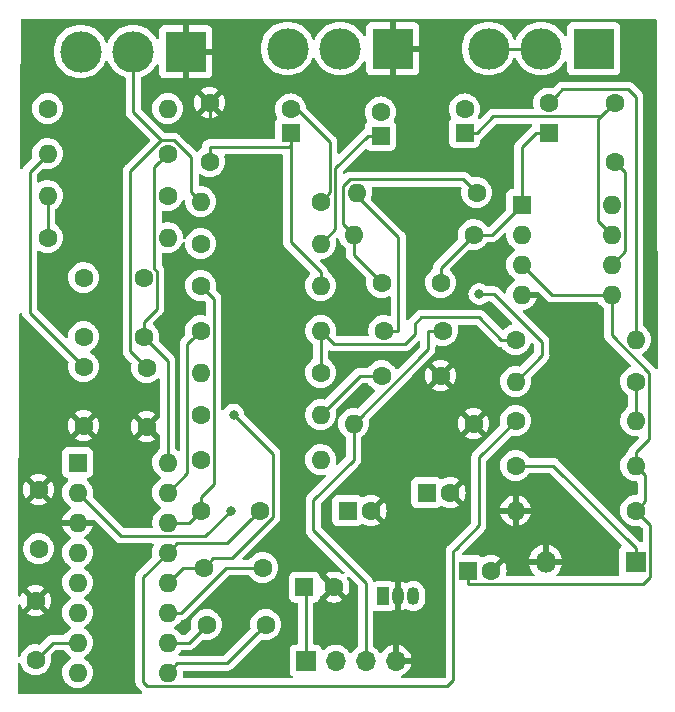
<source format=gbr>
%TF.GenerationSoftware,KiCad,Pcbnew,7.0.11+dfsg-1build4*%
%TF.CreationDate,2026-01-27T21:05:07-05:00*%
%TF.ProjectId,deep_blue_delay,64656570-5f62-46c7-9565-5f64656c6179,rev?*%
%TF.SameCoordinates,Original*%
%TF.FileFunction,Copper,L1,Top*%
%TF.FilePolarity,Positive*%
%FSLAX46Y46*%
G04 Gerber Fmt 4.6, Leading zero omitted, Abs format (unit mm)*
G04 Created by KiCad (PCBNEW 7.0.11+dfsg-1build4) date 2026-01-27 21:05:07*
%MOMM*%
%LPD*%
G01*
G04 APERTURE LIST*
%TA.AperFunction,ComponentPad*%
%ADD10R,1.600000X1.600000*%
%TD*%
%TA.AperFunction,ComponentPad*%
%ADD11C,1.600000*%
%TD*%
%TA.AperFunction,ComponentPad*%
%ADD12R,1.700000X1.700000*%
%TD*%
%TA.AperFunction,ComponentPad*%
%ADD13O,1.700000X1.700000*%
%TD*%
%TA.AperFunction,ComponentPad*%
%ADD14O,1.600000X1.600000*%
%TD*%
%TA.AperFunction,ComponentPad*%
%ADD15R,3.500120X3.500120*%
%TD*%
%TA.AperFunction,ComponentPad*%
%ADD16C,3.500120*%
%TD*%
%TA.AperFunction,ComponentPad*%
%ADD17R,1.800000X1.800000*%
%TD*%
%TA.AperFunction,ComponentPad*%
%ADD18O,1.800000X1.800000*%
%TD*%
%TA.AperFunction,ComponentPad*%
%ADD19R,1.050000X1.500000*%
%TD*%
%TA.AperFunction,ComponentPad*%
%ADD20O,1.050000X1.500000*%
%TD*%
%TA.AperFunction,ViaPad*%
%ADD21C,0.800000*%
%TD*%
%TA.AperFunction,Conductor*%
%ADD22C,0.250000*%
%TD*%
G04 APERTURE END LIST*
D10*
X128016000Y-91948000D03*
D11*
X130016000Y-91948000D03*
X131064000Y-76708000D03*
X136064000Y-76708000D03*
X101600000Y-99568000D03*
X101600000Y-104568000D03*
D10*
X124365000Y-98425000D03*
D11*
X126865000Y-98425000D03*
X101854000Y-90170000D03*
X101854000Y-95170000D03*
X135890000Y-72644000D03*
X130890000Y-72644000D03*
X105664000Y-79756000D03*
X105664000Y-84756000D03*
X115824000Y-96774000D03*
X120824000Y-96774000D03*
X115570000Y-91948000D03*
X120570000Y-91948000D03*
X110744000Y-77216000D03*
X110744000Y-72216000D03*
D10*
X145034000Y-59944000D03*
D11*
X145034000Y-57444000D03*
D10*
X134707621Y-90424000D03*
D11*
X136707621Y-90424000D03*
X135890000Y-80518000D03*
X130890000Y-80518000D03*
X105664000Y-77216000D03*
X105664000Y-72216000D03*
X116332000Y-57404000D03*
X116332000Y-62404000D03*
D10*
X123190000Y-59944000D03*
D11*
X123190000Y-57944000D03*
X110998000Y-84836000D03*
X110998000Y-79836000D03*
D10*
X137922000Y-59944000D03*
D11*
X137922000Y-57944000D03*
D12*
X124460000Y-104648000D03*
D13*
X127000000Y-104648000D03*
X129540000Y-104648000D03*
X132080000Y-104648000D03*
D11*
X138684000Y-84582000D03*
D14*
X128524000Y-84582000D03*
D11*
X102616000Y-57912000D03*
D14*
X112776000Y-57912000D03*
D11*
X142240000Y-88138000D03*
D14*
X152400000Y-88138000D03*
D11*
X152400000Y-91948000D03*
D14*
X142240000Y-91948000D03*
D11*
X138938000Y-65024000D03*
D14*
X128778000Y-65024000D03*
D11*
X138684000Y-68580000D03*
D14*
X128524000Y-68580000D03*
D11*
X112776000Y-61722000D03*
D14*
X102616000Y-61722000D03*
D11*
X142240000Y-77470000D03*
D14*
X152400000Y-77470000D03*
D11*
X142240000Y-84328000D03*
D14*
X152400000Y-84328000D03*
D11*
X115570000Y-83820000D03*
D14*
X125730000Y-83820000D03*
D11*
X115570000Y-76708000D03*
D14*
X125730000Y-76708000D03*
D11*
X152400000Y-81026000D03*
D14*
X142240000Y-81026000D03*
D11*
X125730000Y-80264000D03*
D14*
X115570000Y-80264000D03*
D11*
X115570000Y-72898000D03*
D14*
X125730000Y-72898000D03*
D11*
X112776000Y-65278000D03*
D14*
X102616000Y-65278000D03*
D11*
X125730000Y-65786000D03*
D14*
X115570000Y-65786000D03*
D11*
X115570000Y-69342000D03*
D14*
X125730000Y-69342000D03*
D11*
X102616000Y-68834000D03*
D14*
X112776000Y-68834000D03*
D11*
X115570000Y-87630000D03*
D14*
X125730000Y-87630000D03*
D15*
X131826000Y-52832000D03*
D16*
X127381000Y-52832000D03*
X122936000Y-52832000D03*
D15*
X114300000Y-53086000D03*
D16*
X109855000Y-53086000D03*
X105410000Y-53086000D03*
D10*
X105156000Y-87884000D03*
D14*
X105156000Y-90424000D03*
X105156000Y-92964000D03*
X105156000Y-95504000D03*
X105156000Y-98044000D03*
X105156000Y-100584000D03*
X105156000Y-103124000D03*
X105156000Y-105664000D03*
X112776000Y-105664000D03*
X112776000Y-103124000D03*
X112776000Y-100584000D03*
X112776000Y-98044000D03*
X112776000Y-95504000D03*
X112776000Y-92964000D03*
X112776000Y-90424000D03*
X112776000Y-87884000D03*
D10*
X142748000Y-66040000D03*
D14*
X142748000Y-68580000D03*
X142748000Y-71120000D03*
X142748000Y-73660000D03*
X150368000Y-73660000D03*
X150368000Y-71120000D03*
X150368000Y-68580000D03*
X150368000Y-66040000D03*
D15*
X148844000Y-52832000D03*
D16*
X144399000Y-52832000D03*
X139954000Y-52832000D03*
D11*
X150622000Y-57404000D03*
X150622000Y-62404000D03*
D10*
X130810000Y-60198000D03*
D11*
X130810000Y-58198000D03*
X116078000Y-101600000D03*
X121078000Y-101600000D03*
D10*
X138176000Y-97028000D03*
D11*
X140176000Y-97028000D03*
D17*
X152400000Y-96266000D03*
D18*
X144780000Y-96266000D03*
D19*
X131038600Y-99191400D03*
D20*
X132308600Y-99191400D03*
X133578600Y-99191400D03*
D21*
X118110000Y-91948000D03*
X118364000Y-83820000D03*
X139166600Y-73609200D03*
D22*
X101600000Y-99568000D02*
X101709001Y-99458999D01*
X102362000Y-90170000D02*
X101854000Y-90170000D01*
X116332000Y-58654000D02*
X116332000Y-57404000D01*
X145288000Y-73660000D02*
X150368000Y-73660000D01*
X153525001Y-80260003D02*
X150368000Y-77103002D01*
X153625001Y-93173001D02*
X153625001Y-97580999D01*
X153625001Y-97580999D02*
X153052999Y-98153001D01*
X152400000Y-91948000D02*
X153625001Y-93173001D01*
X138251001Y-98153001D02*
X138176000Y-98078000D01*
X153199999Y-88937999D02*
X152400000Y-88138000D01*
X153199999Y-91148001D02*
X153199999Y-88937999D01*
X142748000Y-71120000D02*
X145288000Y-73660000D01*
X138176000Y-98078000D02*
X138176000Y-97028000D01*
X152400000Y-88138000D02*
X152400000Y-87006630D01*
X150368000Y-77103002D02*
X150368000Y-73660000D01*
X152400000Y-91948000D02*
X153199999Y-91148001D01*
X152400000Y-87006630D02*
X153525001Y-85881629D01*
X153525001Y-85881629D02*
X153525001Y-80260003D01*
X153052999Y-98153001D02*
X138251001Y-98153001D01*
X118110000Y-91948000D02*
X115968999Y-94089001D01*
X115968999Y-94089001D02*
X108821001Y-94089001D01*
X108821001Y-94089001D02*
X105955999Y-91223999D01*
X105955999Y-91223999D02*
X105156000Y-90424000D01*
X128524000Y-87630000D02*
X128524000Y-84582000D01*
X129540000Y-104648000D02*
X129540000Y-98044000D01*
X134814000Y-76708000D02*
X136064000Y-76708000D01*
X125095000Y-93599000D02*
X125095000Y-91059000D01*
X125095000Y-91059000D02*
X128524000Y-87630000D01*
X128524000Y-84582000D02*
X134814000Y-78292000D01*
X129540000Y-98044000D02*
X125095000Y-93599000D01*
X134814000Y-78292000D02*
X134814000Y-76708000D01*
X131064000Y-76708000D02*
X132314000Y-76708000D01*
X132314000Y-76708000D02*
X132314000Y-68814000D01*
X132314000Y-68814000D02*
X128524000Y-65024000D01*
X103044000Y-103124000D02*
X105156000Y-103124000D01*
X101600000Y-104568000D02*
X103044000Y-103124000D01*
X152400000Y-95116000D02*
X145422000Y-88138000D01*
X124460000Y-104648000D02*
X124460000Y-98552000D01*
X145422000Y-88138000D02*
X143371370Y-88138000D01*
X124460000Y-98552000D02*
X124206000Y-98298000D01*
X152400000Y-96266000D02*
X152400000Y-95116000D01*
X143371370Y-88138000D02*
X142240000Y-88138000D01*
X137812999Y-63898999D02*
X138138001Y-64224001D01*
X138138001Y-64224001D02*
X138938000Y-65024000D01*
X128524000Y-68580000D02*
X127652999Y-67708999D01*
X130890000Y-72644000D02*
X128524000Y-70278000D01*
X128524000Y-70278000D02*
X128524000Y-68580000D01*
X128237999Y-63898999D02*
X137812999Y-63898999D01*
X127652999Y-67708999D02*
X127652999Y-64483999D01*
X127652999Y-64483999D02*
X128237999Y-63898999D01*
X140208000Y-68580000D02*
X142748000Y-66040000D01*
X135890000Y-72644000D02*
X135890000Y-71374000D01*
X135890000Y-71374000D02*
X138684000Y-68580000D01*
X142748000Y-66040000D02*
X142748000Y-61180000D01*
X143984000Y-59944000D02*
X145034000Y-59944000D01*
X142748000Y-61180000D02*
X143984000Y-59944000D01*
X138684000Y-68580000D02*
X140208000Y-68580000D01*
X132854001Y-77833001D02*
X133688999Y-76998003D01*
X134273999Y-75582999D02*
X139159999Y-75582999D01*
X105664000Y-79756000D02*
X101092000Y-75184000D01*
X133688999Y-76167999D02*
X134273999Y-75582999D01*
X101092000Y-63246000D02*
X102616000Y-61722000D01*
X139159999Y-75582999D02*
X141047000Y-77470000D01*
X126855001Y-77833001D02*
X132854001Y-77833001D01*
X125730000Y-80264000D02*
X125730000Y-76708000D01*
X133688999Y-76998003D02*
X133688999Y-76167999D01*
X141047000Y-77470000D02*
X142240000Y-77470000D01*
X101092000Y-75184000D02*
X101092000Y-63246000D01*
X125730000Y-76708000D02*
X126855001Y-77833001D01*
X112776000Y-100584000D02*
X113907370Y-100584000D01*
X113907370Y-100584000D02*
X117717370Y-96774000D01*
X117717370Y-96774000D02*
X119692630Y-96774000D01*
X119692630Y-96774000D02*
X120824000Y-96774000D01*
X114046000Y-96774000D02*
X115824000Y-96774000D01*
X118763999Y-84219999D02*
X118364000Y-83820000D01*
X118209001Y-95974001D02*
X121695001Y-92488001D01*
X116623999Y-95974001D02*
X118209001Y-95974001D01*
X112776000Y-98044000D02*
X114046000Y-96774000D01*
X115824000Y-96774000D02*
X116623999Y-95974001D01*
X121695001Y-92488001D02*
X121695001Y-87151001D01*
X121695001Y-87151001D02*
X118763999Y-84219999D01*
X139141200Y-87426800D02*
X139141200Y-93192600D01*
X117813999Y-94704001D02*
X119770001Y-92747999D01*
X111055711Y-106788511D02*
X136467289Y-106788511D01*
X110693200Y-97586800D02*
X110693200Y-106426000D01*
X139141200Y-93192600D02*
X137172700Y-95161100D01*
X112776000Y-95504000D02*
X113575999Y-94704001D01*
X112776000Y-95504000D02*
X110693200Y-97586800D01*
X136982200Y-95351600D02*
X137172700Y-95161100D01*
X113575999Y-94704001D02*
X117813999Y-94704001D01*
X136467289Y-106788511D02*
X136982200Y-106273600D01*
X119770001Y-92747999D02*
X120570000Y-91948000D01*
X142240000Y-84328000D02*
X139141200Y-87426800D01*
X136982200Y-106273600D02*
X136982200Y-95351600D01*
X110693200Y-106426000D02*
X111055711Y-106788511D01*
X115570000Y-91948000D02*
X115570000Y-90816630D01*
X115570000Y-90816630D02*
X116695001Y-89691629D01*
X116695001Y-74023001D02*
X116369999Y-73697999D01*
X144475200Y-78790800D02*
X144475200Y-77673200D01*
X140411200Y-73609200D02*
X139166600Y-73609200D01*
X112776000Y-92964000D02*
X114554000Y-92964000D01*
X144475200Y-77673200D02*
X140411200Y-73609200D01*
X116369999Y-73697999D02*
X115570000Y-72898000D01*
X116695001Y-89691629D02*
X116695001Y-74023001D01*
X114554000Y-92964000D02*
X115570000Y-91948000D01*
X142240000Y-81026000D02*
X144475200Y-78790800D01*
X113575999Y-104864001D02*
X117813999Y-104864001D01*
X120278001Y-102399999D02*
X121078000Y-101600000D01*
X112776000Y-105664000D02*
X113575999Y-104864001D01*
X117813999Y-104864001D02*
X120278001Y-102399999D01*
X112776000Y-103124000D02*
X114554000Y-103124000D01*
X114554000Y-103124000D02*
X116078000Y-101600000D01*
X114444999Y-77833001D02*
X114770001Y-77507999D01*
X114770001Y-77507999D02*
X115570000Y-76708000D01*
X112776000Y-90424000D02*
X114444999Y-88755001D01*
X114444999Y-88755001D02*
X114444999Y-77833001D01*
X111976001Y-62521999D02*
X112776000Y-61722000D01*
X110744000Y-77216000D02*
X112776000Y-79248000D01*
X111869001Y-71675999D02*
X111650999Y-71457997D01*
X111869001Y-74840999D02*
X111869001Y-71675999D01*
X111650999Y-71457997D02*
X111650999Y-62847001D01*
X110744000Y-75966000D02*
X111869001Y-74840999D01*
X112776000Y-79248000D02*
X112776000Y-87884000D01*
X111650999Y-62847001D02*
X111976001Y-62521999D01*
X110744000Y-77216000D02*
X110744000Y-75966000D01*
X146199001Y-56278999D02*
X145833999Y-56644001D01*
X152400000Y-56896000D02*
X151782999Y-56278999D01*
X145833999Y-56644001D02*
X145034000Y-57444000D01*
X151782999Y-56278999D02*
X146199001Y-56278999D01*
X152400000Y-77470000D02*
X152400000Y-56896000D01*
X152400000Y-83196630D02*
X152400000Y-81026000D01*
X129032000Y-80518000D02*
X130890000Y-80518000D01*
X152400000Y-84328000D02*
X152400000Y-83196630D01*
X125730000Y-83820000D02*
X129032000Y-80518000D01*
X123190000Y-60994000D02*
X123190000Y-59944000D01*
X116332000Y-61154000D02*
X123030000Y-61154000D01*
X125730000Y-71766630D02*
X123190000Y-69226630D01*
X116332000Y-62404000D02*
X116332000Y-61154000D01*
X125730000Y-72898000D02*
X125730000Y-71766630D01*
X123030000Y-61154000D02*
X123190000Y-60994000D01*
X123190000Y-69226630D02*
X123190000Y-60994000D01*
X125730000Y-65786000D02*
X126529999Y-64986001D01*
X126529999Y-64986001D02*
X126529999Y-60783999D01*
X126529999Y-60783999D02*
X123989999Y-58243999D01*
X123989999Y-58243999D02*
X123190000Y-57444000D01*
X109618999Y-63213999D02*
X112235999Y-60596999D01*
X110998000Y-79836000D02*
X109618999Y-78456999D01*
X113316001Y-60596999D02*
X114770001Y-62050999D01*
X112235999Y-60596999D02*
X109855000Y-58216000D01*
X114770001Y-62050999D02*
X114770001Y-64986001D01*
X112235999Y-60596999D02*
X113316001Y-60596999D01*
X109618999Y-78456999D02*
X109618999Y-63213999D01*
X114770001Y-64986001D02*
X115570000Y-65786000D01*
X109855000Y-58216000D02*
X109855000Y-53086000D01*
X126980009Y-62977991D02*
X129760000Y-60198000D01*
X126980009Y-68091991D02*
X126980009Y-62977991D01*
X125730000Y-69342000D02*
X126980009Y-68091991D01*
X129760000Y-60198000D02*
X130810000Y-60198000D01*
X151421999Y-63203999D02*
X150622000Y-62404000D01*
X150368000Y-71120000D02*
X151493001Y-69994999D01*
X102616000Y-68834000D02*
X102616000Y-67702630D01*
X151493001Y-63275001D02*
X151421999Y-63203999D01*
X102616000Y-67702630D02*
X102616000Y-65278000D01*
X151493001Y-69994999D02*
X151493001Y-63275001D01*
X149242999Y-58783001D02*
X149822001Y-58203999D01*
X138972000Y-59944000D02*
X140346999Y-58569001D01*
X149242999Y-67454999D02*
X149242999Y-58783001D01*
X137922000Y-59944000D02*
X138972000Y-59944000D01*
X149456999Y-58569001D02*
X149822001Y-58203999D01*
X140346999Y-58569001D02*
X149456999Y-58569001D01*
X150368000Y-68580000D02*
X149242999Y-67454999D01*
X149822001Y-58203999D02*
X150622000Y-57404000D01*
X142428958Y-52832000D02*
X144399000Y-52832000D01*
X139954000Y-52832000D02*
X142428958Y-52832000D01*
%TA.AperFunction,Conductor*%
G36*
X106562027Y-92730002D02*
G01*
X106583001Y-92746905D01*
X108313754Y-94477658D01*
X108323721Y-94490098D01*
X108323948Y-94489911D01*
X108329000Y-94496018D01*
X108378667Y-94542658D01*
X108381511Y-94545415D01*
X108401231Y-94565135D01*
X108404417Y-94567606D01*
X108413447Y-94575318D01*
X108445680Y-94605587D01*
X108463428Y-94615343D01*
X108479958Y-94626202D01*
X108495960Y-94638615D01*
X108536543Y-94656176D01*
X108547194Y-94661394D01*
X108585941Y-94682696D01*
X108585949Y-94682698D01*
X108605559Y-94687733D01*
X108624268Y-94694138D01*
X108642856Y-94702182D01*
X108686531Y-94709099D01*
X108698142Y-94711503D01*
X108740971Y-94722501D01*
X108761225Y-94722501D01*
X108780935Y-94724052D01*
X108783142Y-94724401D01*
X108800944Y-94727221D01*
X108844962Y-94723059D01*
X108856820Y-94722501D01*
X111498868Y-94722501D01*
X111566989Y-94742503D01*
X111613482Y-94796159D01*
X111623586Y-94866433D01*
X111613063Y-94901750D01*
X111541719Y-95054749D01*
X111541715Y-95054759D01*
X111482457Y-95275913D01*
X111462502Y-95504000D01*
X111482457Y-95732090D01*
X111499459Y-95795540D01*
X111497769Y-95866516D01*
X111466847Y-95917246D01*
X110304536Y-97079557D01*
X110292101Y-97089521D01*
X110292289Y-97089748D01*
X110286179Y-97094802D01*
X110239570Y-97144435D01*
X110236820Y-97147273D01*
X110217063Y-97167031D01*
X110214574Y-97170239D01*
X110206888Y-97179236D01*
X110176618Y-97211473D01*
X110176611Y-97211483D01*
X110166851Y-97229235D01*
X110156003Y-97245750D01*
X110143586Y-97261758D01*
X110126024Y-97302340D01*
X110120804Y-97312995D01*
X110099505Y-97351739D01*
X110099503Y-97351744D01*
X110094467Y-97371359D01*
X110088064Y-97390062D01*
X110080019Y-97408652D01*
X110073101Y-97452325D01*
X110070695Y-97463942D01*
X110059700Y-97506768D01*
X110059700Y-97527023D01*
X110058149Y-97546733D01*
X110054980Y-97566742D01*
X110059141Y-97610761D01*
X110059700Y-97622619D01*
X110059700Y-106342146D01*
X110057951Y-106357988D01*
X110058244Y-106358016D01*
X110057498Y-106365907D01*
X110059638Y-106433984D01*
X110059700Y-106437943D01*
X110059700Y-106465851D01*
X110059701Y-106465869D01*
X110060207Y-106469877D01*
X110061137Y-106481696D01*
X110062526Y-106525888D01*
X110062527Y-106525893D01*
X110068177Y-106545339D01*
X110072186Y-106564697D01*
X110074725Y-106584793D01*
X110074726Y-106584800D01*
X110091000Y-106625903D01*
X110094844Y-106637129D01*
X110107182Y-106679593D01*
X110117494Y-106697031D01*
X110126188Y-106714779D01*
X110133644Y-106733609D01*
X110133650Y-106733620D01*
X110159632Y-106769381D01*
X110166149Y-106779301D01*
X110188658Y-106817362D01*
X110202982Y-106831686D01*
X110215821Y-106846718D01*
X110227728Y-106863107D01*
X110227729Y-106863108D01*
X110261802Y-106891297D01*
X110270580Y-106899285D01*
X110548465Y-107177170D01*
X110558430Y-107189607D01*
X110558657Y-107189420D01*
X110563710Y-107195528D01*
X110563711Y-107195529D01*
X110594189Y-107224150D01*
X110630155Y-107285362D01*
X110627318Y-107356302D01*
X110586578Y-107414446D01*
X110520870Y-107441334D01*
X110507937Y-107442000D01*
X100202561Y-107442000D01*
X100134440Y-107421998D01*
X100087947Y-107368342D01*
X100076562Y-107315440D01*
X100076640Y-107298068D01*
X100087146Y-104934107D01*
X100107451Y-104866077D01*
X100161313Y-104819823D01*
X100231631Y-104810031D01*
X100296080Y-104839811D01*
X100334198Y-104899707D01*
X100334852Y-104902057D01*
X100365715Y-105017240D01*
X100365717Y-105017246D01*
X100462477Y-105224749D01*
X100563163Y-105368544D01*
X100593802Y-105412300D01*
X100755700Y-105574198D01*
X100943251Y-105705523D01*
X101150757Y-105802284D01*
X101371913Y-105861543D01*
X101600000Y-105881498D01*
X101828087Y-105861543D01*
X102049243Y-105802284D01*
X102256749Y-105705523D01*
X102444300Y-105574198D01*
X102606198Y-105412300D01*
X102737523Y-105224749D01*
X102834284Y-105017243D01*
X102893543Y-104796087D01*
X102913498Y-104568000D01*
X102893543Y-104339913D01*
X102876540Y-104276457D01*
X102878229Y-104205483D01*
X102909149Y-104154753D01*
X103269500Y-103794404D01*
X103331812Y-103760379D01*
X103358595Y-103757500D01*
X103936606Y-103757500D01*
X104004727Y-103777502D01*
X104039819Y-103811229D01*
X104134958Y-103947101D01*
X104149802Y-103968300D01*
X104311700Y-104130198D01*
X104499251Y-104261523D01*
X104531282Y-104276459D01*
X104538457Y-104279805D01*
X104591742Y-104326722D01*
X104611203Y-104394999D01*
X104590661Y-104462959D01*
X104538457Y-104508195D01*
X104499250Y-104526477D01*
X104311703Y-104657799D01*
X104311697Y-104657804D01*
X104149804Y-104819697D01*
X104149799Y-104819703D01*
X104018477Y-105007250D01*
X103921717Y-105214753D01*
X103921715Y-105214759D01*
X103874479Y-105391045D01*
X103862457Y-105435913D01*
X103842502Y-105664000D01*
X103862457Y-105892087D01*
X103893114Y-106006500D01*
X103921715Y-106113240D01*
X103921717Y-106113246D01*
X104018477Y-106320749D01*
X104131173Y-106481696D01*
X104149802Y-106508300D01*
X104311700Y-106670198D01*
X104499251Y-106801523D01*
X104706757Y-106898284D01*
X104927913Y-106957543D01*
X105156000Y-106977498D01*
X105384087Y-106957543D01*
X105605243Y-106898284D01*
X105812749Y-106801523D01*
X106000300Y-106670198D01*
X106162198Y-106508300D01*
X106293523Y-106320749D01*
X106390284Y-106113243D01*
X106449543Y-105892087D01*
X106469498Y-105664000D01*
X106449543Y-105435913D01*
X106390284Y-105214757D01*
X106293523Y-105007251D01*
X106162198Y-104819700D01*
X106000300Y-104657802D01*
X105986301Y-104648000D01*
X105872050Y-104568000D01*
X105812749Y-104526477D01*
X105773543Y-104508195D01*
X105720258Y-104461279D01*
X105700796Y-104393002D01*
X105721337Y-104325042D01*
X105773543Y-104279805D01*
X105780718Y-104276459D01*
X105812749Y-104261523D01*
X106000300Y-104130198D01*
X106162198Y-103968300D01*
X106293523Y-103780749D01*
X106390284Y-103573243D01*
X106449543Y-103352087D01*
X106469498Y-103124000D01*
X106449543Y-102895913D01*
X106390284Y-102674757D01*
X106293523Y-102467251D01*
X106162198Y-102279700D01*
X106000300Y-102117802D01*
X105812749Y-101986477D01*
X105773543Y-101968195D01*
X105720258Y-101921279D01*
X105700796Y-101853002D01*
X105721337Y-101785042D01*
X105773543Y-101739805D01*
X105775997Y-101738660D01*
X105812749Y-101721523D01*
X106000300Y-101590198D01*
X106162198Y-101428300D01*
X106293523Y-101240749D01*
X106390284Y-101033243D01*
X106449543Y-100812087D01*
X106469498Y-100584000D01*
X106449543Y-100355913D01*
X106390284Y-100134757D01*
X106293523Y-99927251D01*
X106162198Y-99739700D01*
X106000300Y-99577802D01*
X105986301Y-99568000D01*
X105906464Y-99512097D01*
X105812749Y-99446477D01*
X105773543Y-99428195D01*
X105720258Y-99381279D01*
X105700796Y-99313002D01*
X105721337Y-99245042D01*
X105773543Y-99199805D01*
X105775997Y-99198660D01*
X105812749Y-99181523D01*
X106000300Y-99050198D01*
X106162198Y-98888300D01*
X106293523Y-98700749D01*
X106390284Y-98493243D01*
X106449543Y-98272087D01*
X106469498Y-98044000D01*
X106449543Y-97815913D01*
X106390284Y-97594757D01*
X106293523Y-97387251D01*
X106162198Y-97199700D01*
X106000300Y-97037802D01*
X105986301Y-97028000D01*
X105858382Y-96938430D01*
X105812749Y-96906477D01*
X105773543Y-96888195D01*
X105720258Y-96841279D01*
X105700796Y-96773002D01*
X105721337Y-96705042D01*
X105773543Y-96659805D01*
X105775997Y-96658660D01*
X105812749Y-96641523D01*
X106000300Y-96510198D01*
X106162198Y-96348300D01*
X106293523Y-96160749D01*
X106390284Y-95953243D01*
X106449543Y-95732087D01*
X106469498Y-95504000D01*
X106449543Y-95275913D01*
X106390284Y-95054757D01*
X106293523Y-94847251D01*
X106162198Y-94659700D01*
X106000300Y-94497802D01*
X105971531Y-94477658D01*
X105812749Y-94366477D01*
X105772951Y-94347919D01*
X105719666Y-94301002D01*
X105700205Y-94232725D01*
X105720747Y-94164765D01*
X105772951Y-94119529D01*
X105812498Y-94101087D01*
X105999974Y-93969815D01*
X105999980Y-93969810D01*
X106161810Y-93807980D01*
X106161815Y-93807974D01*
X106293087Y-93620498D01*
X106389811Y-93413073D01*
X106389813Y-93413068D01*
X106442082Y-93218000D01*
X105467686Y-93218000D01*
X105483641Y-93202045D01*
X105541165Y-93089148D01*
X105560986Y-92964000D01*
X105541165Y-92838852D01*
X105483641Y-92725955D01*
X105467686Y-92710000D01*
X106493906Y-92710000D01*
X106562027Y-92730002D01*
G37*
%TD.AperFunction*%
%TA.AperFunction,Conductor*%
G36*
X122498621Y-61807502D02*
G01*
X122545114Y-61861158D01*
X122556500Y-61913500D01*
X122556500Y-69142776D01*
X122554751Y-69158618D01*
X122555044Y-69158646D01*
X122554298Y-69166537D01*
X122554298Y-69166539D01*
X122556006Y-69220863D01*
X122556438Y-69234614D01*
X122556500Y-69238573D01*
X122556500Y-69266481D01*
X122556501Y-69266499D01*
X122557007Y-69270507D01*
X122557937Y-69282326D01*
X122559326Y-69326518D01*
X122559327Y-69326523D01*
X122564977Y-69345969D01*
X122568986Y-69365327D01*
X122571525Y-69385423D01*
X122571526Y-69385430D01*
X122587800Y-69426533D01*
X122591644Y-69437759D01*
X122603982Y-69480223D01*
X122614294Y-69497661D01*
X122622988Y-69515409D01*
X122630444Y-69534239D01*
X122630450Y-69534250D01*
X122656432Y-69570011D01*
X122662949Y-69579931D01*
X122685458Y-69617992D01*
X122685459Y-69617993D01*
X122685461Y-69617996D01*
X122699779Y-69632314D01*
X122712617Y-69647344D01*
X122724526Y-69663734D01*
X122724530Y-69663739D01*
X122758598Y-69691922D01*
X122767378Y-69699912D01*
X124833388Y-71765922D01*
X124867414Y-71828234D01*
X124862349Y-71899049D01*
X124833389Y-71944112D01*
X124723799Y-72053703D01*
X124592477Y-72241250D01*
X124495717Y-72448753D01*
X124495715Y-72448759D01*
X124443400Y-72644000D01*
X124436457Y-72669913D01*
X124416502Y-72898000D01*
X124436457Y-73126087D01*
X124459190Y-73210926D01*
X124495715Y-73347240D01*
X124495717Y-73347246D01*
X124592477Y-73554749D01*
X124718141Y-73734216D01*
X124723802Y-73742300D01*
X124885700Y-73904198D01*
X125073251Y-74035523D01*
X125280757Y-74132284D01*
X125501913Y-74191543D01*
X125730000Y-74211498D01*
X125958087Y-74191543D01*
X126179243Y-74132284D01*
X126386749Y-74035523D01*
X126574300Y-73904198D01*
X126736198Y-73742300D01*
X126867523Y-73554749D01*
X126964284Y-73347243D01*
X127023543Y-73126087D01*
X127043498Y-72898000D01*
X127023543Y-72669913D01*
X126964284Y-72448757D01*
X126867523Y-72241251D01*
X126736198Y-72053700D01*
X126574300Y-71891802D01*
X126414782Y-71780106D01*
X126370455Y-71724650D01*
X126361116Y-71680849D01*
X126361055Y-71678896D01*
X126360673Y-71666740D01*
X126355022Y-71647293D01*
X126351012Y-71627930D01*
X126350798Y-71626235D01*
X126348474Y-71607833D01*
X126332192Y-71566711D01*
X126328358Y-71555512D01*
X126316018Y-71513036D01*
X126305700Y-71495591D01*
X126297005Y-71477839D01*
X126294271Y-71470934D01*
X126289552Y-71459013D01*
X126289550Y-71459009D01*
X126263564Y-71423243D01*
X126257045Y-71413319D01*
X126254914Y-71409716D01*
X126234542Y-71375267D01*
X126234541Y-71375265D01*
X126220218Y-71360942D01*
X126207377Y-71345909D01*
X126195471Y-71329522D01*
X126161405Y-71301340D01*
X126152626Y-71293351D01*
X125723153Y-70863878D01*
X125689127Y-70801566D01*
X125694192Y-70730751D01*
X125736739Y-70673915D01*
X125801263Y-70649263D01*
X125958087Y-70635543D01*
X126179243Y-70576284D01*
X126386749Y-70479523D01*
X126574300Y-70348198D01*
X126736198Y-70186300D01*
X126867523Y-69998749D01*
X126964284Y-69791243D01*
X127023543Y-69570087D01*
X127043498Y-69342000D01*
X127023543Y-69113913D01*
X127006540Y-69050457D01*
X127008229Y-68979481D01*
X127039149Y-68928753D01*
X127061213Y-68906689D01*
X127123523Y-68872665D01*
X127194338Y-68877730D01*
X127251174Y-68920277D01*
X127272012Y-68963172D01*
X127280071Y-68993247D01*
X127289716Y-69029243D01*
X127289717Y-69029246D01*
X127386477Y-69236749D01*
X127476508Y-69365327D01*
X127517802Y-69424300D01*
X127679700Y-69586198D01*
X127679703Y-69586200D01*
X127679708Y-69586204D01*
X127836770Y-69696180D01*
X127881099Y-69751637D01*
X127890500Y-69799393D01*
X127890500Y-70194146D01*
X127888751Y-70209988D01*
X127889044Y-70210016D01*
X127888298Y-70217907D01*
X127890438Y-70285984D01*
X127890500Y-70289943D01*
X127890500Y-70317851D01*
X127890501Y-70317869D01*
X127891007Y-70321877D01*
X127891937Y-70333696D01*
X127893326Y-70377888D01*
X127893327Y-70377893D01*
X127898977Y-70397339D01*
X127902986Y-70416697D01*
X127905525Y-70436793D01*
X127905526Y-70436800D01*
X127921800Y-70477903D01*
X127925644Y-70489129D01*
X127937982Y-70531593D01*
X127948294Y-70549031D01*
X127956988Y-70566779D01*
X127964444Y-70585609D01*
X127964450Y-70585620D01*
X127990432Y-70621381D01*
X127996949Y-70631301D01*
X128019458Y-70669362D01*
X128019459Y-70669363D01*
X128019461Y-70669366D01*
X128033779Y-70683684D01*
X128046617Y-70698714D01*
X128058526Y-70715104D01*
X128058530Y-70715109D01*
X128092598Y-70743292D01*
X128101378Y-70751282D01*
X129580847Y-72230751D01*
X129614873Y-72293063D01*
X129613459Y-72352456D01*
X129596458Y-72415907D01*
X129596457Y-72415910D01*
X129596457Y-72415913D01*
X129576502Y-72644000D01*
X129596457Y-72872087D01*
X129623435Y-72972771D01*
X129655715Y-73093240D01*
X129655717Y-73093246D01*
X129752477Y-73300749D01*
X129879012Y-73481460D01*
X129883802Y-73488300D01*
X130045700Y-73650198D01*
X130233251Y-73781523D01*
X130440757Y-73878284D01*
X130661913Y-73937543D01*
X130890000Y-73957498D01*
X131118087Y-73937543D01*
X131339243Y-73878284D01*
X131501251Y-73802738D01*
X131571442Y-73792078D01*
X131636254Y-73821058D01*
X131675111Y-73880478D01*
X131680500Y-73916934D01*
X131680500Y-75354645D01*
X131660498Y-75422766D01*
X131606842Y-75469259D01*
X131536568Y-75479363D01*
X131518631Y-75474862D01*
X131518557Y-75475140D01*
X131496609Y-75469259D01*
X131292087Y-75414457D01*
X131064000Y-75394502D01*
X130835913Y-75414457D01*
X130614759Y-75473715D01*
X130614753Y-75473717D01*
X130407250Y-75570477D01*
X130219703Y-75701799D01*
X130219697Y-75701804D01*
X130057804Y-75863697D01*
X130057799Y-75863703D01*
X129926477Y-76051250D01*
X129829717Y-76258753D01*
X129829715Y-76258759D01*
X129799453Y-76371700D01*
X129770457Y-76479913D01*
X129750502Y-76708000D01*
X129770457Y-76936087D01*
X129770458Y-76936090D01*
X129798539Y-77040890D01*
X129796849Y-77111867D01*
X129757055Y-77170662D01*
X129691790Y-77198610D01*
X129676832Y-77199501D01*
X127169596Y-77199501D01*
X127101475Y-77179499D01*
X127080501Y-77162596D01*
X127039151Y-77121246D01*
X127005125Y-77058934D01*
X127006540Y-76999540D01*
X127023543Y-76936087D01*
X127043498Y-76708000D01*
X127023543Y-76479913D01*
X126964284Y-76258757D01*
X126867523Y-76051251D01*
X126736198Y-75863700D01*
X126574300Y-75701802D01*
X126386749Y-75570477D01*
X126351669Y-75554119D01*
X126179246Y-75473717D01*
X126179240Y-75473715D01*
X125989096Y-75422766D01*
X125958087Y-75414457D01*
X125730000Y-75394502D01*
X125501913Y-75414457D01*
X125280759Y-75473715D01*
X125280753Y-75473717D01*
X125073250Y-75570477D01*
X124885703Y-75701799D01*
X124885697Y-75701804D01*
X124723804Y-75863697D01*
X124723799Y-75863703D01*
X124592477Y-76051250D01*
X124495717Y-76258753D01*
X124495715Y-76258759D01*
X124465453Y-76371700D01*
X124436457Y-76479913D01*
X124416502Y-76708000D01*
X124436457Y-76936087D01*
X124459145Y-77020759D01*
X124495715Y-77157240D01*
X124495717Y-77157246D01*
X124592477Y-77364749D01*
X124715263Y-77540106D01*
X124723802Y-77552300D01*
X124885700Y-77714198D01*
X124885703Y-77714200D01*
X124885708Y-77714204D01*
X125042770Y-77824180D01*
X125087099Y-77879637D01*
X125096500Y-77927393D01*
X125096500Y-79044606D01*
X125076498Y-79112727D01*
X125042771Y-79147819D01*
X124885703Y-79257799D01*
X124885697Y-79257804D01*
X124723804Y-79419697D01*
X124723799Y-79419703D01*
X124592477Y-79607250D01*
X124495717Y-79814753D01*
X124495715Y-79814759D01*
X124454181Y-79969766D01*
X124436457Y-80035913D01*
X124416502Y-80264000D01*
X124436457Y-80492087D01*
X124459145Y-80576759D01*
X124495715Y-80713240D01*
X124495717Y-80713246D01*
X124592477Y-80920749D01*
X124624913Y-80967073D01*
X124723802Y-81108300D01*
X124885700Y-81270198D01*
X125073251Y-81401523D01*
X125280757Y-81498284D01*
X125501913Y-81557543D01*
X125730000Y-81577498D01*
X125958087Y-81557543D01*
X126179243Y-81498284D01*
X126386749Y-81401523D01*
X126574300Y-81270198D01*
X126736198Y-81108300D01*
X126867523Y-80920749D01*
X126964284Y-80713243D01*
X127023543Y-80492087D01*
X127043498Y-80264000D01*
X127023543Y-80035913D01*
X126964284Y-79814757D01*
X126867523Y-79607251D01*
X126736198Y-79419700D01*
X126574300Y-79257802D01*
X126574296Y-79257799D01*
X126417229Y-79147819D01*
X126372901Y-79092362D01*
X126363500Y-79044606D01*
X126363500Y-78502397D01*
X126383502Y-78434276D01*
X126437158Y-78387783D01*
X126507432Y-78377679D01*
X126539538Y-78386759D01*
X126570531Y-78400171D01*
X126581188Y-78405392D01*
X126619935Y-78426693D01*
X126619937Y-78426694D01*
X126619941Y-78426696D01*
X126639563Y-78431734D01*
X126658264Y-78438136D01*
X126670815Y-78443568D01*
X126676853Y-78446181D01*
X126676854Y-78446181D01*
X126676856Y-78446182D01*
X126720531Y-78453099D01*
X126732142Y-78455503D01*
X126774971Y-78466501D01*
X126795225Y-78466501D01*
X126814935Y-78468052D01*
X126817142Y-78468401D01*
X126834944Y-78471221D01*
X126878962Y-78467059D01*
X126890820Y-78466501D01*
X132770148Y-78466501D01*
X132785989Y-78468250D01*
X132786017Y-78467957D01*
X132793903Y-78468701D01*
X132793910Y-78468703D01*
X132861987Y-78466563D01*
X132865946Y-78466501D01*
X132893852Y-78466501D01*
X132893857Y-78466501D01*
X132897868Y-78465993D01*
X132909700Y-78465062D01*
X132953890Y-78463674D01*
X132973348Y-78458020D01*
X132992695Y-78454014D01*
X133012798Y-78451475D01*
X133053911Y-78435196D01*
X133065131Y-78431354D01*
X133089914Y-78424155D01*
X133107592Y-78419020D01*
X133107596Y-78419018D01*
X133125027Y-78408709D01*
X133142781Y-78400010D01*
X133161618Y-78392553D01*
X133197393Y-78366559D01*
X133207299Y-78360052D01*
X133245363Y-78337543D01*
X133259686Y-78323219D01*
X133274725Y-78310375D01*
X133291108Y-78298473D01*
X133319304Y-78264387D01*
X133327263Y-78255641D01*
X133965407Y-77617497D01*
X134027717Y-77583474D01*
X134098533Y-77588539D01*
X134155368Y-77631086D01*
X134180179Y-77697606D01*
X134180500Y-77706595D01*
X134180500Y-77977404D01*
X134160498Y-78045525D01*
X134143595Y-78066499D01*
X132256948Y-79953145D01*
X132194636Y-79987171D01*
X132123820Y-79982106D01*
X132066985Y-79939559D01*
X132053661Y-79917305D01*
X132027523Y-79861251D01*
X132000666Y-79822896D01*
X131896200Y-79673703D01*
X131896195Y-79673697D01*
X131734302Y-79511804D01*
X131734296Y-79511799D01*
X131546749Y-79380477D01*
X131339246Y-79283717D01*
X131339240Y-79283715D01*
X131242520Y-79257799D01*
X131118087Y-79224457D01*
X130890000Y-79204502D01*
X130661913Y-79224457D01*
X130440759Y-79283715D01*
X130440753Y-79283717D01*
X130233250Y-79380477D01*
X130045703Y-79511799D01*
X130045697Y-79511804D01*
X129883804Y-79673697D01*
X129883799Y-79673703D01*
X129773819Y-79830771D01*
X129718362Y-79875099D01*
X129670606Y-79884500D01*
X129115853Y-79884500D01*
X129100011Y-79882750D01*
X129099984Y-79883044D01*
X129092092Y-79882298D01*
X129092091Y-79882298D01*
X129068360Y-79883044D01*
X129024014Y-79884438D01*
X129020055Y-79884500D01*
X128992144Y-79884500D01*
X128992141Y-79884500D01*
X128992126Y-79884501D01*
X128988121Y-79885007D01*
X128976304Y-79885937D01*
X128932112Y-79887326D01*
X128932110Y-79887327D01*
X128912655Y-79892978D01*
X128893302Y-79896986D01*
X128873210Y-79899524D01*
X128873203Y-79899526D01*
X128832096Y-79915801D01*
X128820871Y-79919644D01*
X128790212Y-79928552D01*
X128778407Y-79931982D01*
X128778405Y-79931982D01*
X128778402Y-79931984D01*
X128760963Y-79942297D01*
X128743218Y-79950990D01*
X128724379Y-79958449D01*
X128688627Y-79984426D01*
X128678704Y-79990944D01*
X128640640Y-80013454D01*
X128626307Y-80027787D01*
X128611281Y-80040620D01*
X128594895Y-80052525D01*
X128566711Y-80086593D01*
X128558723Y-80095370D01*
X126143246Y-82510847D01*
X126080934Y-82544873D01*
X126021540Y-82543459D01*
X125958090Y-82526457D01*
X125730000Y-82506502D01*
X125501913Y-82526457D01*
X125280759Y-82585715D01*
X125280753Y-82585717D01*
X125073250Y-82682477D01*
X124885703Y-82813799D01*
X124885697Y-82813804D01*
X124723804Y-82975697D01*
X124723799Y-82975703D01*
X124592477Y-83163250D01*
X124495717Y-83370753D01*
X124495715Y-83370759D01*
X124465453Y-83483700D01*
X124436457Y-83591913D01*
X124416502Y-83820000D01*
X124436457Y-84048087D01*
X124459145Y-84132759D01*
X124495715Y-84269240D01*
X124495717Y-84269246D01*
X124592477Y-84476749D01*
X124677346Y-84597955D01*
X124723802Y-84664300D01*
X124885700Y-84826198D01*
X125073251Y-84957523D01*
X125280757Y-85054284D01*
X125501913Y-85113543D01*
X125730000Y-85133498D01*
X125958087Y-85113543D01*
X126179243Y-85054284D01*
X126386749Y-84957523D01*
X126574300Y-84826198D01*
X126736198Y-84664300D01*
X126867523Y-84476749D01*
X126964284Y-84269243D01*
X127023543Y-84048087D01*
X127043498Y-83820000D01*
X127023543Y-83591913D01*
X127006540Y-83528457D01*
X127008229Y-83457481D01*
X127039149Y-83406753D01*
X129257499Y-81188405D01*
X129319811Y-81154379D01*
X129346594Y-81151500D01*
X129670606Y-81151500D01*
X129738727Y-81171502D01*
X129773819Y-81205229D01*
X129883799Y-81362296D01*
X129883802Y-81362300D01*
X130045700Y-81524198D01*
X130063345Y-81536553D01*
X130233249Y-81655522D01*
X130233250Y-81655522D01*
X130233251Y-81655523D01*
X130289300Y-81681659D01*
X130342584Y-81728574D01*
X130362046Y-81796851D01*
X130341505Y-81864811D01*
X130325145Y-81884948D01*
X128937246Y-83272847D01*
X128874934Y-83306873D01*
X128815540Y-83305459D01*
X128752090Y-83288457D01*
X128524000Y-83268502D01*
X128295913Y-83288457D01*
X128074759Y-83347715D01*
X128074753Y-83347717D01*
X127867250Y-83444477D01*
X127679703Y-83575799D01*
X127679697Y-83575804D01*
X127517804Y-83737697D01*
X127517799Y-83737703D01*
X127386477Y-83925250D01*
X127289717Y-84132753D01*
X127289715Y-84132759D01*
X127247460Y-84290458D01*
X127230457Y-84353913D01*
X127210502Y-84582000D01*
X127230457Y-84810087D01*
X127237401Y-84836001D01*
X127289715Y-85031240D01*
X127289717Y-85031246D01*
X127386477Y-85238749D01*
X127418913Y-85285073D01*
X127517802Y-85426300D01*
X127679700Y-85588198D01*
X127679704Y-85588201D01*
X127679708Y-85588204D01*
X127836770Y-85698180D01*
X127881099Y-85753637D01*
X127890500Y-85801393D01*
X127890500Y-87315404D01*
X127870498Y-87383525D01*
X127853595Y-87404500D01*
X127218254Y-88039840D01*
X127155942Y-88073865D01*
X127085126Y-88068800D01*
X127028291Y-88026253D01*
X127003480Y-87959733D01*
X127007452Y-87918137D01*
X127023543Y-87858087D01*
X127043498Y-87630000D01*
X127023543Y-87401913D01*
X126964284Y-87180757D01*
X126867523Y-86973251D01*
X126736198Y-86785700D01*
X126574300Y-86623802D01*
X126538973Y-86599066D01*
X126386749Y-86492477D01*
X126179246Y-86395717D01*
X126179240Y-86395715D01*
X126062890Y-86364539D01*
X125958087Y-86336457D01*
X125730000Y-86316502D01*
X125501913Y-86336457D01*
X125280759Y-86395715D01*
X125280753Y-86395717D01*
X125073250Y-86492477D01*
X124885703Y-86623799D01*
X124885697Y-86623804D01*
X124723804Y-86785697D01*
X124723799Y-86785703D01*
X124592477Y-86973250D01*
X124495717Y-87180753D01*
X124495715Y-87180759D01*
X124443266Y-87376500D01*
X124436457Y-87401913D01*
X124416502Y-87630000D01*
X124436457Y-87858087D01*
X124450344Y-87909913D01*
X124495715Y-88079240D01*
X124495717Y-88079246D01*
X124592477Y-88286749D01*
X124648029Y-88366086D01*
X124723802Y-88474300D01*
X124885700Y-88636198D01*
X125073251Y-88767523D01*
X125280757Y-88864284D01*
X125501913Y-88923543D01*
X125730000Y-88943498D01*
X125958087Y-88923543D01*
X126018135Y-88907453D01*
X126089109Y-88909143D01*
X126147905Y-88948937D01*
X126175853Y-89014201D01*
X126164080Y-89084215D01*
X126139839Y-89118255D01*
X124706336Y-90551757D01*
X124693901Y-90561721D01*
X124694089Y-90561948D01*
X124687979Y-90567002D01*
X124641370Y-90616635D01*
X124638620Y-90619473D01*
X124618863Y-90639231D01*
X124616374Y-90642439D01*
X124608688Y-90651436D01*
X124578418Y-90683673D01*
X124578411Y-90683683D01*
X124568651Y-90701435D01*
X124557803Y-90717950D01*
X124545386Y-90733958D01*
X124527824Y-90774540D01*
X124522604Y-90785195D01*
X124501305Y-90823939D01*
X124501303Y-90823944D01*
X124496267Y-90843559D01*
X124489864Y-90862262D01*
X124481819Y-90880852D01*
X124474901Y-90924525D01*
X124472495Y-90936142D01*
X124461500Y-90978968D01*
X124461500Y-90999223D01*
X124459949Y-91018933D01*
X124456780Y-91038942D01*
X124460941Y-91082961D01*
X124461500Y-91094819D01*
X124461500Y-93515146D01*
X124459751Y-93530988D01*
X124460044Y-93531016D01*
X124459298Y-93538907D01*
X124461438Y-93606984D01*
X124461500Y-93610943D01*
X124461500Y-93638851D01*
X124461501Y-93638869D01*
X124462007Y-93642877D01*
X124462937Y-93654696D01*
X124464326Y-93698888D01*
X124464327Y-93698893D01*
X124469977Y-93718339D01*
X124473986Y-93737697D01*
X124476525Y-93757793D01*
X124476526Y-93757800D01*
X124492800Y-93798903D01*
X124496644Y-93810129D01*
X124508982Y-93852593D01*
X124519294Y-93870031D01*
X124527988Y-93887779D01*
X124535444Y-93906609D01*
X124535450Y-93906620D01*
X124561432Y-93942381D01*
X124567949Y-93952301D01*
X124590458Y-93990362D01*
X124590459Y-93990363D01*
X124590461Y-93990366D01*
X124604779Y-94004684D01*
X124617617Y-94019714D01*
X124629526Y-94036104D01*
X124629530Y-94036109D01*
X124663598Y-94064292D01*
X124672378Y-94072282D01*
X127725679Y-97125583D01*
X127759705Y-97187895D01*
X127754640Y-97258710D01*
X127712093Y-97315546D01*
X127645573Y-97340357D01*
X127576199Y-97325266D01*
X127564314Y-97317891D01*
X127521501Y-97287913D01*
X127314073Y-97191188D01*
X127314068Y-97191186D01*
X127093000Y-97131951D01*
X127093004Y-97131951D01*
X126865000Y-97112004D01*
X126636997Y-97131951D01*
X126415931Y-97191186D01*
X126415926Y-97191188D01*
X126208500Y-97287913D01*
X126137109Y-97337899D01*
X126825483Y-98026272D01*
X126739852Y-98039835D01*
X126626955Y-98097359D01*
X126537359Y-98186955D01*
X126479835Y-98299852D01*
X126466272Y-98385481D01*
X125766219Y-97685428D01*
X125740649Y-97680289D01*
X125689657Y-97630890D01*
X125674666Y-97579630D01*
X125673861Y-97579717D01*
X125666990Y-97515803D01*
X125666988Y-97515795D01*
X125620091Y-97390062D01*
X125615889Y-97378796D01*
X125615888Y-97378794D01*
X125615887Y-97378792D01*
X125528261Y-97261738D01*
X125411207Y-97174112D01*
X125411202Y-97174110D01*
X125274204Y-97123011D01*
X125274196Y-97123009D01*
X125213649Y-97116500D01*
X125213638Y-97116500D01*
X123516362Y-97116500D01*
X123516350Y-97116500D01*
X123455803Y-97123009D01*
X123455795Y-97123011D01*
X123318797Y-97174110D01*
X123318792Y-97174112D01*
X123201738Y-97261738D01*
X123114112Y-97378792D01*
X123114110Y-97378797D01*
X123063011Y-97515795D01*
X123063009Y-97515803D01*
X123056500Y-97576350D01*
X123056500Y-99273649D01*
X123063009Y-99334196D01*
X123063011Y-99334204D01*
X123114110Y-99471202D01*
X123114112Y-99471207D01*
X123201738Y-99588261D01*
X123318792Y-99675887D01*
X123318794Y-99675888D01*
X123318796Y-99675889D01*
X123349623Y-99687387D01*
X123455795Y-99726988D01*
X123455803Y-99726990D01*
X123516350Y-99733499D01*
X123516355Y-99733499D01*
X123516362Y-99733500D01*
X123700500Y-99733500D01*
X123768621Y-99753502D01*
X123815114Y-99807158D01*
X123826500Y-99859500D01*
X123826500Y-103163500D01*
X123806498Y-103231621D01*
X123752842Y-103278114D01*
X123700500Y-103289500D01*
X123561350Y-103289500D01*
X123500803Y-103296009D01*
X123500795Y-103296011D01*
X123363797Y-103347110D01*
X123363792Y-103347112D01*
X123246738Y-103434738D01*
X123159112Y-103551792D01*
X123159110Y-103551797D01*
X123108011Y-103688795D01*
X123108009Y-103688803D01*
X123101500Y-103749350D01*
X123101500Y-105546649D01*
X123108009Y-105607196D01*
X123108011Y-105607204D01*
X123159110Y-105744202D01*
X123159112Y-105744207D01*
X123246738Y-105861261D01*
X123336082Y-105928143D01*
X123378629Y-105984979D01*
X123383693Y-106055795D01*
X123349668Y-106118107D01*
X123287356Y-106152132D01*
X123260573Y-106155011D01*
X114163299Y-106155011D01*
X114095178Y-106135009D01*
X114048685Y-106081353D01*
X114038581Y-106011079D01*
X114041592Y-105996400D01*
X114051612Y-105959005D01*
X114069543Y-105892087D01*
X114089498Y-105664000D01*
X114086915Y-105634481D01*
X114100904Y-105564878D01*
X114150303Y-105513886D01*
X114212436Y-105497501D01*
X117730146Y-105497501D01*
X117745987Y-105499250D01*
X117746015Y-105498957D01*
X117753901Y-105499701D01*
X117753908Y-105499703D01*
X117821985Y-105497563D01*
X117825944Y-105497501D01*
X117853850Y-105497501D01*
X117853855Y-105497501D01*
X117857866Y-105496993D01*
X117869698Y-105496062D01*
X117913888Y-105494674D01*
X117933346Y-105489020D01*
X117952693Y-105485014D01*
X117972796Y-105482475D01*
X118013909Y-105466196D01*
X118025129Y-105462354D01*
X118049912Y-105455155D01*
X118067590Y-105450020D01*
X118067594Y-105450018D01*
X118085025Y-105439709D01*
X118102779Y-105431010D01*
X118121616Y-105423553D01*
X118157391Y-105397559D01*
X118167297Y-105391052D01*
X118205361Y-105368543D01*
X118219684Y-105354219D01*
X118234723Y-105341375D01*
X118251106Y-105329473D01*
X118279302Y-105295387D01*
X118287271Y-105286631D01*
X120664754Y-102909149D01*
X120727064Y-102875125D01*
X120786457Y-102876539D01*
X120849913Y-102893543D01*
X121078000Y-102913498D01*
X121306087Y-102893543D01*
X121527243Y-102834284D01*
X121734749Y-102737523D01*
X121922300Y-102606198D01*
X122084198Y-102444300D01*
X122215523Y-102256749D01*
X122312284Y-102049243D01*
X122371543Y-101828087D01*
X122391498Y-101600000D01*
X122371543Y-101371913D01*
X122312284Y-101150757D01*
X122215523Y-100943251D01*
X122084198Y-100755700D01*
X121922300Y-100593802D01*
X121908301Y-100584000D01*
X121734749Y-100462477D01*
X121527246Y-100365717D01*
X121527240Y-100365715D01*
X121364090Y-100321999D01*
X121306087Y-100306457D01*
X121078000Y-100286502D01*
X120849913Y-100306457D01*
X120628759Y-100365715D01*
X120628753Y-100365717D01*
X120421250Y-100462477D01*
X120233703Y-100593799D01*
X120233697Y-100593804D01*
X120071804Y-100755697D01*
X120071799Y-100755703D01*
X119940477Y-100943250D01*
X119843717Y-101150753D01*
X119843715Y-101150759D01*
X119784457Y-101371913D01*
X119764502Y-101600000D01*
X119784457Y-101828090D01*
X119801459Y-101891541D01*
X119799769Y-101962518D01*
X119768847Y-102013247D01*
X117588499Y-104193596D01*
X117526187Y-104227621D01*
X117499404Y-104230501D01*
X113824187Y-104230501D01*
X113756066Y-104210499D01*
X113709573Y-104156843D01*
X113699469Y-104086569D01*
X113728963Y-104021989D01*
X113735092Y-104015406D01*
X113757767Y-103992731D01*
X113782198Y-103968300D01*
X113892181Y-103811229D01*
X113947638Y-103766901D01*
X113995394Y-103757500D01*
X114470147Y-103757500D01*
X114485988Y-103759249D01*
X114486016Y-103758956D01*
X114493902Y-103759700D01*
X114493909Y-103759702D01*
X114561986Y-103757562D01*
X114565945Y-103757500D01*
X114593851Y-103757500D01*
X114593856Y-103757500D01*
X114597867Y-103756992D01*
X114609699Y-103756061D01*
X114653889Y-103754673D01*
X114673347Y-103749019D01*
X114692694Y-103745013D01*
X114712797Y-103742474D01*
X114753910Y-103726195D01*
X114765130Y-103722353D01*
X114789913Y-103715154D01*
X114807591Y-103710019D01*
X114807595Y-103710017D01*
X114825026Y-103699708D01*
X114842780Y-103691009D01*
X114861617Y-103683552D01*
X114897392Y-103657558D01*
X114907298Y-103651051D01*
X114945362Y-103628542D01*
X114959685Y-103614218D01*
X114974724Y-103601374D01*
X114991107Y-103589472D01*
X115019303Y-103555386D01*
X115027272Y-103546630D01*
X115664753Y-102909149D01*
X115727063Y-102875125D01*
X115786457Y-102876539D01*
X115849913Y-102893543D01*
X116078000Y-102913498D01*
X116306087Y-102893543D01*
X116527243Y-102834284D01*
X116734749Y-102737523D01*
X116922300Y-102606198D01*
X117084198Y-102444300D01*
X117215523Y-102256749D01*
X117312284Y-102049243D01*
X117371543Y-101828087D01*
X117391498Y-101600000D01*
X117371543Y-101371913D01*
X117312284Y-101150757D01*
X117215523Y-100943251D01*
X117084198Y-100755700D01*
X116922300Y-100593802D01*
X116908301Y-100584000D01*
X116734749Y-100462477D01*
X116527246Y-100365717D01*
X116527240Y-100365715D01*
X116364090Y-100321999D01*
X116306087Y-100306457D01*
X116078000Y-100286502D01*
X115849913Y-100306457D01*
X115628759Y-100365715D01*
X115628753Y-100365717D01*
X115421250Y-100462477D01*
X115233703Y-100593799D01*
X115233697Y-100593804D01*
X115071804Y-100755697D01*
X115071799Y-100755703D01*
X114940477Y-100943250D01*
X114843717Y-101150753D01*
X114843715Y-101150759D01*
X114784457Y-101371913D01*
X114764502Y-101600000D01*
X114784457Y-101828090D01*
X114801459Y-101891540D01*
X114799769Y-101962516D01*
X114768848Y-102013246D01*
X114328500Y-102453595D01*
X114266187Y-102487620D01*
X114239404Y-102490500D01*
X113995394Y-102490500D01*
X113927273Y-102470498D01*
X113892181Y-102436771D01*
X113782200Y-102279703D01*
X113782195Y-102279697D01*
X113620302Y-102117804D01*
X113620296Y-102117799D01*
X113522388Y-102049243D01*
X113432749Y-101986477D01*
X113393543Y-101968195D01*
X113340258Y-101921279D01*
X113320796Y-101853002D01*
X113341337Y-101785042D01*
X113393543Y-101739805D01*
X113395997Y-101738660D01*
X113432749Y-101721523D01*
X113620300Y-101590198D01*
X113782198Y-101428300D01*
X113893893Y-101268782D01*
X113949350Y-101224455D01*
X113993149Y-101215116D01*
X114007259Y-101214673D01*
X114026717Y-101209019D01*
X114046064Y-101205013D01*
X114066167Y-101202474D01*
X114107280Y-101186195D01*
X114118500Y-101182353D01*
X114143283Y-101175154D01*
X114160961Y-101170019D01*
X114160965Y-101170017D01*
X114178396Y-101159708D01*
X114196150Y-101151009D01*
X114214987Y-101143552D01*
X114250762Y-101117558D01*
X114260668Y-101111051D01*
X114298732Y-101088542D01*
X114313055Y-101074218D01*
X114328094Y-101061374D01*
X114344477Y-101049472D01*
X114372673Y-101015386D01*
X114380642Y-101006630D01*
X117942869Y-97444405D01*
X118005181Y-97410379D01*
X118031964Y-97407500D01*
X119604606Y-97407500D01*
X119672727Y-97427502D01*
X119707819Y-97461229D01*
X119812523Y-97610761D01*
X119817802Y-97618300D01*
X119979700Y-97780198D01*
X120167251Y-97911523D01*
X120374757Y-98008284D01*
X120595913Y-98067543D01*
X120824000Y-98087498D01*
X121052087Y-98067543D01*
X121273243Y-98008284D01*
X121480749Y-97911523D01*
X121668300Y-97780198D01*
X121830198Y-97618300D01*
X121961523Y-97430749D01*
X122058284Y-97223243D01*
X122117543Y-97002087D01*
X122137498Y-96774000D01*
X122117543Y-96545913D01*
X122058284Y-96324757D01*
X121961523Y-96117251D01*
X121830198Y-95929700D01*
X121668300Y-95767802D01*
X121617292Y-95732086D01*
X121480749Y-95636477D01*
X121273246Y-95539717D01*
X121273240Y-95539715D01*
X121156852Y-95508529D01*
X121052087Y-95480457D01*
X120824000Y-95460502D01*
X120595913Y-95480457D01*
X120374759Y-95539715D01*
X120374753Y-95539717D01*
X120167250Y-95636477D01*
X119979703Y-95767799D01*
X119979697Y-95767804D01*
X119817804Y-95929697D01*
X119817799Y-95929703D01*
X119707819Y-96086771D01*
X119652362Y-96131099D01*
X119604606Y-96140500D01*
X119242596Y-96140500D01*
X119174475Y-96120498D01*
X119127982Y-96066842D01*
X119117878Y-95996568D01*
X119147372Y-95931988D01*
X119153501Y-95925405D01*
X119861781Y-95217125D01*
X122083658Y-92995246D01*
X122096093Y-92985285D01*
X122095906Y-92985058D01*
X122102017Y-92980002D01*
X122102016Y-92980002D01*
X122102019Y-92980001D01*
X122148677Y-92930313D01*
X122151368Y-92927536D01*
X122171135Y-92907771D01*
X122173618Y-92904568D01*
X122181309Y-92895563D01*
X122211587Y-92863322D01*
X122221346Y-92845568D01*
X122232198Y-92829047D01*
X122244614Y-92813042D01*
X122262169Y-92772471D01*
X122267393Y-92761809D01*
X122281630Y-92735913D01*
X122288696Y-92723061D01*
X122293734Y-92703436D01*
X122300139Y-92684731D01*
X122303966Y-92675888D01*
X122308182Y-92666146D01*
X122315097Y-92622477D01*
X122317504Y-92610857D01*
X122319073Y-92604749D01*
X122328501Y-92568031D01*
X122328501Y-92547770D01*
X122330052Y-92528059D01*
X122333220Y-92508058D01*
X122329060Y-92464046D01*
X122328501Y-92452189D01*
X122328501Y-87234855D01*
X122330250Y-87219013D01*
X122329957Y-87218986D01*
X122330701Y-87211100D01*
X122330703Y-87211093D01*
X122328563Y-87143001D01*
X122328501Y-87139043D01*
X122328501Y-87111151D01*
X122328501Y-87111145D01*
X122327994Y-87107136D01*
X122327063Y-87095307D01*
X122326763Y-87085750D01*
X122325675Y-87051112D01*
X122320018Y-87031643D01*
X122316013Y-87012299D01*
X122313475Y-86992204D01*
X122297197Y-86951093D01*
X122293357Y-86939878D01*
X122281019Y-86897408D01*
X122270707Y-86879971D01*
X122262011Y-86862222D01*
X122254553Y-86843384D01*
X122228553Y-86807599D01*
X122222060Y-86797715D01*
X122199543Y-86759639D01*
X122185215Y-86745311D01*
X122172385Y-86730290D01*
X122160473Y-86713894D01*
X122160470Y-86713892D01*
X122160470Y-86713891D01*
X122126395Y-86685701D01*
X122117617Y-86677713D01*
X119311121Y-83871216D01*
X119277095Y-83808904D01*
X119274908Y-83795306D01*
X119257542Y-83630072D01*
X119198527Y-83448444D01*
X119103040Y-83283056D01*
X119103038Y-83283054D01*
X119103034Y-83283048D01*
X118975255Y-83141135D01*
X118820752Y-83028882D01*
X118646288Y-82951206D01*
X118459487Y-82911500D01*
X118268513Y-82911500D01*
X118081711Y-82951206D01*
X117907247Y-83028882D01*
X117752744Y-83141135D01*
X117624965Y-83283048D01*
X117624961Y-83283054D01*
X117624960Y-83283056D01*
X117587628Y-83347717D01*
X117563620Y-83389300D01*
X117512237Y-83438293D01*
X117442523Y-83451728D01*
X117376612Y-83425341D01*
X117335431Y-83367509D01*
X117328501Y-83326299D01*
X117328501Y-74106856D01*
X117330250Y-74091015D01*
X117329957Y-74090988D01*
X117330702Y-74083095D01*
X117330703Y-74083092D01*
X117328563Y-74015014D01*
X117328501Y-74011055D01*
X117328501Y-73983150D01*
X117328501Y-73983145D01*
X117327993Y-73979131D01*
X117327062Y-73967298D01*
X117326127Y-73937542D01*
X117325674Y-73923111D01*
X117320023Y-73903664D01*
X117316013Y-73884301D01*
X117313475Y-73864204D01*
X117297196Y-73823091D01*
X117293354Y-73811870D01*
X117281019Y-73769408D01*
X117270706Y-73751970D01*
X117262011Y-73734223D01*
X117254553Y-73715384D01*
X117228569Y-73679621D01*
X117222052Y-73669700D01*
X117199542Y-73631636D01*
X117185219Y-73617313D01*
X117172378Y-73602280D01*
X117160472Y-73585893D01*
X117126406Y-73557711D01*
X117117627Y-73549722D01*
X116879151Y-73311246D01*
X116845125Y-73248934D01*
X116846539Y-73189541D01*
X116863543Y-73126087D01*
X116883498Y-72898000D01*
X116863543Y-72669913D01*
X116804284Y-72448757D01*
X116707523Y-72241251D01*
X116576198Y-72053700D01*
X116414300Y-71891802D01*
X116254783Y-71780107D01*
X116226749Y-71760477D01*
X116019246Y-71663717D01*
X116019240Y-71663715D01*
X115914970Y-71635776D01*
X115798087Y-71604457D01*
X115570000Y-71584502D01*
X115341913Y-71604457D01*
X115120759Y-71663715D01*
X115120753Y-71663717D01*
X114913250Y-71760477D01*
X114725703Y-71891799D01*
X114725697Y-71891804D01*
X114563804Y-72053697D01*
X114563799Y-72053703D01*
X114432477Y-72241250D01*
X114335717Y-72448753D01*
X114335715Y-72448759D01*
X114283400Y-72644000D01*
X114276457Y-72669913D01*
X114256502Y-72898000D01*
X114276457Y-73126087D01*
X114299190Y-73210926D01*
X114335715Y-73347240D01*
X114335717Y-73347246D01*
X114432477Y-73554749D01*
X114558141Y-73734216D01*
X114563802Y-73742300D01*
X114725700Y-73904198D01*
X114913251Y-74035523D01*
X115120757Y-74132284D01*
X115341913Y-74191543D01*
X115570000Y-74211498D01*
X115798087Y-74191543D01*
X115861541Y-74174540D01*
X115932516Y-74176228D01*
X115983247Y-74207151D01*
X116024596Y-74248500D01*
X116058622Y-74310812D01*
X116061501Y-74337595D01*
X116061501Y-75320832D01*
X116041499Y-75388953D01*
X115987843Y-75435446D01*
X115917569Y-75445550D01*
X115902890Y-75442539D01*
X115829096Y-75422766D01*
X115798087Y-75414457D01*
X115570000Y-75394502D01*
X115341913Y-75414457D01*
X115120759Y-75473715D01*
X115120753Y-75473717D01*
X114913250Y-75570477D01*
X114725703Y-75701799D01*
X114725697Y-75701804D01*
X114563804Y-75863697D01*
X114563799Y-75863703D01*
X114432477Y-76051250D01*
X114335717Y-76258753D01*
X114335715Y-76258759D01*
X114276457Y-76479913D01*
X114256502Y-76708000D01*
X114276457Y-76936090D01*
X114293459Y-76999540D01*
X114291769Y-77070516D01*
X114260847Y-77121246D01*
X114056335Y-77325758D01*
X114043900Y-77335722D01*
X114044088Y-77335949D01*
X114037978Y-77341003D01*
X113991369Y-77390636D01*
X113988619Y-77393474D01*
X113968862Y-77413232D01*
X113966373Y-77416440D01*
X113958687Y-77425437D01*
X113928417Y-77457674D01*
X113928410Y-77457684D01*
X113918650Y-77475436D01*
X113907802Y-77491951D01*
X113895385Y-77507959D01*
X113877823Y-77548541D01*
X113872603Y-77559196D01*
X113851304Y-77597940D01*
X113851302Y-77597945D01*
X113846266Y-77617560D01*
X113839863Y-77636263D01*
X113831818Y-77654853D01*
X113824900Y-77698526D01*
X113822494Y-77710143D01*
X113811499Y-77752969D01*
X113811499Y-77773224D01*
X113809948Y-77792934D01*
X113806779Y-77812943D01*
X113810940Y-77856962D01*
X113811499Y-77868820D01*
X113811499Y-86769636D01*
X113791497Y-86837757D01*
X113737841Y-86884250D01*
X113667567Y-86894354D01*
X113613229Y-86872849D01*
X113463230Y-86767819D01*
X113418901Y-86712362D01*
X113409500Y-86664606D01*
X113409500Y-79331853D01*
X113411249Y-79316011D01*
X113410956Y-79315984D01*
X113411702Y-79308091D01*
X113409562Y-79240000D01*
X113409500Y-79236042D01*
X113409500Y-79208150D01*
X113409500Y-79208144D01*
X113408993Y-79204135D01*
X113408062Y-79192306D01*
X113406674Y-79148111D01*
X113401017Y-79128642D01*
X113397012Y-79109298D01*
X113394474Y-79089203D01*
X113378196Y-79048092D01*
X113374356Y-79036877D01*
X113362018Y-78994407D01*
X113351706Y-78976970D01*
X113343010Y-78959221D01*
X113335552Y-78940383D01*
X113309552Y-78904598D01*
X113303059Y-78894714D01*
X113280542Y-78856638D01*
X113266214Y-78842310D01*
X113253384Y-78827289D01*
X113241472Y-78810893D01*
X113241469Y-78810891D01*
X113241469Y-78810890D01*
X113207394Y-78782700D01*
X113198616Y-78774712D01*
X112053151Y-77629246D01*
X112019125Y-77566934D01*
X112020539Y-77507541D01*
X112037543Y-77444087D01*
X112057498Y-77216000D01*
X112037543Y-76987913D01*
X111978284Y-76766757D01*
X111881523Y-76559251D01*
X111750198Y-76371700D01*
X111588300Y-76209802D01*
X111588299Y-76209801D01*
X111584410Y-76205912D01*
X111585410Y-76204911D01*
X111549799Y-76151383D01*
X111548675Y-76080396D01*
X111581021Y-76024881D01*
X112257658Y-75348244D01*
X112270093Y-75338283D01*
X112269906Y-75338056D01*
X112276017Y-75333000D01*
X112276016Y-75333000D01*
X112276019Y-75332999D01*
X112322677Y-75283311D01*
X112325368Y-75280534D01*
X112345136Y-75260768D01*
X112347615Y-75257570D01*
X112355300Y-75248570D01*
X112385587Y-75216320D01*
X112395346Y-75198566D01*
X112406205Y-75182037D01*
X112418615Y-75166039D01*
X112436178Y-75125450D01*
X112441397Y-75114800D01*
X112445757Y-75106870D01*
X112462696Y-75076059D01*
X112467734Y-75056434D01*
X112474139Y-75037729D01*
X112482182Y-75019144D01*
X112489097Y-74975480D01*
X112491505Y-74963851D01*
X112502501Y-74921029D01*
X112502501Y-74900774D01*
X112504052Y-74881062D01*
X112507221Y-74861056D01*
X112503060Y-74817035D01*
X112502501Y-74805178D01*
X112502501Y-71759848D01*
X112504250Y-71744011D01*
X112503956Y-71743984D01*
X112504702Y-71736091D01*
X112502563Y-71668030D01*
X112502501Y-71664072D01*
X112502501Y-71636150D01*
X112502501Y-71636143D01*
X112501992Y-71632122D01*
X112501062Y-71620295D01*
X112499674Y-71576109D01*
X112494023Y-71556662D01*
X112490013Y-71537299D01*
X112487475Y-71517202D01*
X112471193Y-71476080D01*
X112467359Y-71464881D01*
X112455019Y-71422405D01*
X112444701Y-71404960D01*
X112436006Y-71387208D01*
X112435641Y-71386287D01*
X112429867Y-71371700D01*
X112428554Y-71368384D01*
X112428551Y-71368378D01*
X112402565Y-71332612D01*
X112396046Y-71322688D01*
X112373542Y-71284634D01*
X112359219Y-71270311D01*
X112346378Y-71255278D01*
X112339193Y-71245389D01*
X112334473Y-71238892D01*
X112334471Y-71238890D01*
X112330178Y-71235338D01*
X112290443Y-71176502D01*
X112284499Y-71138258D01*
X112284499Y-70221167D01*
X112304501Y-70153046D01*
X112358157Y-70106553D01*
X112428431Y-70096449D01*
X112443092Y-70099456D01*
X112547913Y-70127543D01*
X112776000Y-70147498D01*
X113004087Y-70127543D01*
X113225243Y-70068284D01*
X113432749Y-69971523D01*
X113620300Y-69840198D01*
X113782198Y-69678300D01*
X113913523Y-69490749D01*
X114010284Y-69283243D01*
X114010754Y-69281485D01*
X114011173Y-69280799D01*
X114012165Y-69278074D01*
X114012712Y-69278273D01*
X114047704Y-69220863D01*
X114111564Y-69189840D01*
X114182059Y-69198267D01*
X114236807Y-69243468D01*
X114258426Y-69311093D01*
X114257983Y-69325069D01*
X114256502Y-69342000D01*
X114276457Y-69570087D01*
X114280776Y-69586204D01*
X114335715Y-69791240D01*
X114335717Y-69791246D01*
X114432477Y-69998749D01*
X114513039Y-70113804D01*
X114563802Y-70186300D01*
X114725700Y-70348198D01*
X114913251Y-70479523D01*
X115120757Y-70576284D01*
X115341913Y-70635543D01*
X115570000Y-70655498D01*
X115798087Y-70635543D01*
X116019243Y-70576284D01*
X116226749Y-70479523D01*
X116414300Y-70348198D01*
X116576198Y-70186300D01*
X116707523Y-69998749D01*
X116804284Y-69791243D01*
X116863543Y-69570087D01*
X116883498Y-69342000D01*
X116863543Y-69113913D01*
X116804284Y-68892757D01*
X116707523Y-68685251D01*
X116576198Y-68497700D01*
X116414300Y-68335802D01*
X116226749Y-68204477D01*
X116184165Y-68184620D01*
X116019246Y-68107717D01*
X116019240Y-68107715D01*
X115925771Y-68082670D01*
X115798087Y-68048457D01*
X115570000Y-68028502D01*
X115341913Y-68048457D01*
X115120759Y-68107715D01*
X115120753Y-68107717D01*
X114913250Y-68204477D01*
X114725703Y-68335799D01*
X114725697Y-68335804D01*
X114563804Y-68497697D01*
X114563799Y-68497703D01*
X114432477Y-68685250D01*
X114335717Y-68892753D01*
X114335710Y-68892772D01*
X114335239Y-68894532D01*
X114334820Y-68895218D01*
X114333835Y-68897926D01*
X114333290Y-68897727D01*
X114298279Y-68955150D01*
X114234414Y-68986162D01*
X114163921Y-68977724D01*
X114109180Y-68932513D01*
X114087572Y-68864885D01*
X114088016Y-68850934D01*
X114089498Y-68834000D01*
X114069543Y-68605913D01*
X114010284Y-68384757D01*
X113913523Y-68177251D01*
X113782198Y-67989700D01*
X113620300Y-67827802D01*
X113592448Y-67808300D01*
X113432749Y-67696477D01*
X113225246Y-67599717D01*
X113225240Y-67599715D01*
X113108890Y-67568539D01*
X113004087Y-67540457D01*
X112776000Y-67520502D01*
X112547913Y-67540457D01*
X112443110Y-67568539D01*
X112372133Y-67566849D01*
X112313338Y-67527055D01*
X112285390Y-67461790D01*
X112284499Y-67446832D01*
X112284499Y-66665167D01*
X112304501Y-66597046D01*
X112358157Y-66550553D01*
X112428431Y-66540449D01*
X112443092Y-66543456D01*
X112547913Y-66571543D01*
X112776000Y-66591498D01*
X113004087Y-66571543D01*
X113225243Y-66512284D01*
X113432749Y-66415523D01*
X113620300Y-66284198D01*
X113782198Y-66122300D01*
X113913523Y-65934749D01*
X114010284Y-65727243D01*
X114010754Y-65725485D01*
X114011173Y-65724799D01*
X114012165Y-65722074D01*
X114012712Y-65722273D01*
X114047704Y-65664863D01*
X114111564Y-65633840D01*
X114182059Y-65642267D01*
X114236807Y-65687468D01*
X114258426Y-65755093D01*
X114257983Y-65769069D01*
X114256502Y-65786000D01*
X114276457Y-66014087D01*
X114305452Y-66122296D01*
X114335715Y-66235240D01*
X114335717Y-66235246D01*
X114409829Y-66394180D01*
X114432477Y-66442749D01*
X114563802Y-66630300D01*
X114725700Y-66792198D01*
X114913251Y-66923523D01*
X115120757Y-67020284D01*
X115341913Y-67079543D01*
X115570000Y-67099498D01*
X115798087Y-67079543D01*
X116019243Y-67020284D01*
X116226749Y-66923523D01*
X116414300Y-66792198D01*
X116576198Y-66630300D01*
X116707523Y-66442749D01*
X116804284Y-66235243D01*
X116863543Y-66014087D01*
X116883498Y-65786000D01*
X116863543Y-65557913D01*
X116804284Y-65336757D01*
X116707523Y-65129251D01*
X116576198Y-64941700D01*
X116414300Y-64779802D01*
X116354616Y-64738011D01*
X116226749Y-64648477D01*
X116019246Y-64551717D01*
X116019240Y-64551715D01*
X115925771Y-64526670D01*
X115798087Y-64492457D01*
X115570000Y-64472502D01*
X115569998Y-64472502D01*
X115569997Y-64472502D01*
X115540479Y-64475084D01*
X115470875Y-64461093D01*
X115419884Y-64411692D01*
X115403501Y-64349563D01*
X115403501Y-63593285D01*
X115423503Y-63525164D01*
X115477159Y-63478671D01*
X115547433Y-63468567D01*
X115601771Y-63490071D01*
X115675251Y-63541523D01*
X115882757Y-63638284D01*
X116103913Y-63697543D01*
X116332000Y-63717498D01*
X116560087Y-63697543D01*
X116781243Y-63638284D01*
X116988749Y-63541523D01*
X117176300Y-63410198D01*
X117338198Y-63248300D01*
X117469523Y-63060749D01*
X117566284Y-62853243D01*
X117625543Y-62632087D01*
X117645498Y-62404000D01*
X117625543Y-62175913D01*
X117566284Y-61954757D01*
X117566283Y-61954756D01*
X117564860Y-61949443D01*
X117566473Y-61949010D01*
X117562448Y-61885749D01*
X117596962Y-61823706D01*
X117659540Y-61790173D01*
X117685354Y-61787500D01*
X122430500Y-61787500D01*
X122498621Y-61807502D01*
G37*
%TD.AperFunction*%
%TA.AperFunction,Conductor*%
G36*
X144154027Y-73426002D02*
G01*
X144175001Y-73442905D01*
X144780753Y-74048657D01*
X144790720Y-74061097D01*
X144790947Y-74060910D01*
X144795999Y-74067017D01*
X144796000Y-74067018D01*
X144840965Y-74109243D01*
X144845666Y-74113657D01*
X144848510Y-74116414D01*
X144868226Y-74136131D01*
X144871423Y-74138611D01*
X144880444Y-74146316D01*
X144912679Y-74176586D01*
X144912680Y-74176586D01*
X144912682Y-74176588D01*
X144930429Y-74186344D01*
X144946959Y-74197202D01*
X144962959Y-74209613D01*
X145003536Y-74227172D01*
X145014187Y-74232390D01*
X145052940Y-74253695D01*
X145072562Y-74258733D01*
X145091263Y-74265135D01*
X145109855Y-74273181D01*
X145153522Y-74280096D01*
X145165125Y-74282498D01*
X145207970Y-74293500D01*
X145228231Y-74293500D01*
X145247939Y-74295050D01*
X145267943Y-74298219D01*
X145311954Y-74294058D01*
X145323811Y-74293500D01*
X149148606Y-74293500D01*
X149216727Y-74313502D01*
X149251819Y-74347229D01*
X149343382Y-74477994D01*
X149361802Y-74504300D01*
X149523700Y-74666198D01*
X149523704Y-74666201D01*
X149523708Y-74666204D01*
X149680770Y-74776180D01*
X149725099Y-74831637D01*
X149734500Y-74879393D01*
X149734500Y-77019148D01*
X149732751Y-77034990D01*
X149733044Y-77035018D01*
X149732298Y-77042909D01*
X149732298Y-77042911D01*
X149733166Y-77070516D01*
X149734438Y-77110986D01*
X149734500Y-77114945D01*
X149734500Y-77142853D01*
X149734501Y-77142871D01*
X149735007Y-77146879D01*
X149735937Y-77158698D01*
X149737326Y-77202890D01*
X149737327Y-77202895D01*
X149742977Y-77222341D01*
X149746986Y-77241699D01*
X149749525Y-77261795D01*
X149749526Y-77261802D01*
X149765800Y-77302905D01*
X149769644Y-77314131D01*
X149781982Y-77356595D01*
X149792294Y-77374033D01*
X149800988Y-77391781D01*
X149808444Y-77410611D01*
X149808450Y-77410622D01*
X149834432Y-77446383D01*
X149840949Y-77456303D01*
X149863458Y-77494364D01*
X149863459Y-77494365D01*
X149863461Y-77494368D01*
X149877779Y-77508686D01*
X149890617Y-77523716D01*
X149902526Y-77540106D01*
X149902530Y-77540111D01*
X149936598Y-77568294D01*
X149945378Y-77576284D01*
X151966768Y-79597674D01*
X152000794Y-79659986D01*
X151995729Y-79730801D01*
X151953182Y-79787637D01*
X151930923Y-79800964D01*
X151743250Y-79888477D01*
X151555703Y-80019799D01*
X151555697Y-80019804D01*
X151393804Y-80181697D01*
X151393799Y-80181703D01*
X151262477Y-80369250D01*
X151165717Y-80576753D01*
X151165715Y-80576759D01*
X151117395Y-80757093D01*
X151106457Y-80797913D01*
X151086502Y-81026000D01*
X151106457Y-81254087D01*
X151135452Y-81362296D01*
X151165715Y-81475240D01*
X151165717Y-81475246D01*
X151262477Y-81682749D01*
X151389958Y-81864811D01*
X151393802Y-81870300D01*
X151555700Y-82032198D01*
X151555703Y-82032200D01*
X151555708Y-82032204D01*
X151712770Y-82142180D01*
X151757099Y-82197637D01*
X151766500Y-82245393D01*
X151766500Y-83108606D01*
X151746498Y-83176727D01*
X151712771Y-83211819D01*
X151555703Y-83321799D01*
X151555697Y-83321804D01*
X151393804Y-83483697D01*
X151393799Y-83483703D01*
X151262477Y-83671250D01*
X151165717Y-83878753D01*
X151165715Y-83878759D01*
X151125697Y-84028109D01*
X151106457Y-84099913D01*
X151086502Y-84328000D01*
X151106457Y-84556087D01*
X151121203Y-84611118D01*
X151165715Y-84777240D01*
X151165717Y-84777246D01*
X151262477Y-84984749D01*
X151382388Y-85156000D01*
X151393802Y-85172300D01*
X151555700Y-85334198D01*
X151743251Y-85465523D01*
X151950757Y-85562284D01*
X152171913Y-85621543D01*
X152400000Y-85641498D01*
X152569352Y-85626681D01*
X152638954Y-85640670D01*
X152689946Y-85690069D01*
X152706137Y-85759195D01*
X152682385Y-85826101D01*
X152669426Y-85841298D01*
X152011333Y-86499390D01*
X151998901Y-86509351D01*
X151999089Y-86509578D01*
X151992979Y-86514632D01*
X151946370Y-86564265D01*
X151943620Y-86567103D01*
X151923863Y-86586861D01*
X151921374Y-86590069D01*
X151913688Y-86599066D01*
X151883418Y-86631303D01*
X151883411Y-86631313D01*
X151873651Y-86649065D01*
X151862803Y-86665580D01*
X151850386Y-86681588D01*
X151832824Y-86722170D01*
X151827604Y-86732825D01*
X151806305Y-86771569D01*
X151806303Y-86771574D01*
X151801267Y-86791189D01*
X151794864Y-86809892D01*
X151786819Y-86828482D01*
X151779901Y-86872155D01*
X151777495Y-86883772D01*
X151766499Y-86926600D01*
X151765515Y-86934393D01*
X151737132Y-86999470D01*
X151712780Y-87021813D01*
X151555703Y-87131799D01*
X151555697Y-87131804D01*
X151393804Y-87293697D01*
X151393799Y-87293703D01*
X151262477Y-87481250D01*
X151165717Y-87688753D01*
X151165715Y-87688759D01*
X151106457Y-87909913D01*
X151086502Y-88138000D01*
X151106457Y-88366086D01*
X151165715Y-88587240D01*
X151165717Y-88587246D01*
X151262477Y-88794749D01*
X151361512Y-88936186D01*
X151393802Y-88982300D01*
X151555700Y-89144198D01*
X151743251Y-89275523D01*
X151950757Y-89372284D01*
X152171913Y-89431543D01*
X152400000Y-89451498D01*
X152429518Y-89448915D01*
X152499122Y-89462904D01*
X152550114Y-89512303D01*
X152566499Y-89574436D01*
X152566499Y-90511563D01*
X152546497Y-90579684D01*
X152492841Y-90626177D01*
X152429521Y-90637084D01*
X152400002Y-90634502D01*
X152400001Y-90634502D01*
X152400000Y-90634502D01*
X152199974Y-90652002D01*
X152171913Y-90654457D01*
X151950759Y-90713715D01*
X151950753Y-90713717D01*
X151743250Y-90810477D01*
X151555703Y-90941799D01*
X151555697Y-90941804D01*
X151393804Y-91103697D01*
X151393799Y-91103703D01*
X151262477Y-91291250D01*
X151165717Y-91498753D01*
X151165715Y-91498759D01*
X151118522Y-91674887D01*
X151106457Y-91719913D01*
X151086502Y-91948000D01*
X151106457Y-92176087D01*
X151123458Y-92239536D01*
X151165715Y-92397240D01*
X151165717Y-92397246D01*
X151262477Y-92604749D01*
X151386952Y-92782518D01*
X151393802Y-92792300D01*
X151555700Y-92954198D01*
X151743251Y-93085523D01*
X151950757Y-93182284D01*
X152171913Y-93241543D01*
X152400000Y-93261498D01*
X152628087Y-93241543D01*
X152691541Y-93224540D01*
X152762513Y-93226228D01*
X152813245Y-93257150D01*
X152954596Y-93398500D01*
X152988621Y-93460812D01*
X152991501Y-93487596D01*
X152991501Y-94507406D01*
X152971499Y-94575527D01*
X152917843Y-94622020D01*
X152847569Y-94632124D01*
X152782989Y-94602630D01*
X152776406Y-94596501D01*
X145929244Y-87749339D01*
X145919279Y-87736901D01*
X145919052Y-87737090D01*
X145914001Y-87730984D01*
X145914000Y-87730982D01*
X145864348Y-87684356D01*
X145861505Y-87681600D01*
X145841777Y-87661871D01*
X145841771Y-87661866D01*
X145838567Y-87659380D01*
X145829556Y-87651683D01*
X145797325Y-87621417D01*
X145797319Y-87621413D01*
X145779563Y-87611651D01*
X145763047Y-87600802D01*
X145747041Y-87588386D01*
X145706464Y-87570827D01*
X145695807Y-87565605D01*
X145657063Y-87544306D01*
X145657060Y-87544305D01*
X145637436Y-87539266D01*
X145618736Y-87532864D01*
X145600145Y-87524819D01*
X145600143Y-87524818D01*
X145600141Y-87524818D01*
X145556474Y-87517901D01*
X145544855Y-87515495D01*
X145502030Y-87504500D01*
X145481776Y-87504500D01*
X145462066Y-87502949D01*
X145442057Y-87499780D01*
X145398039Y-87503941D01*
X145386181Y-87504500D01*
X143459394Y-87504500D01*
X143391273Y-87484498D01*
X143356181Y-87450771D01*
X143261395Y-87315404D01*
X143246198Y-87293700D01*
X143084300Y-87131802D01*
X143054807Y-87111151D01*
X142896749Y-87000477D01*
X142689246Y-86903717D01*
X142689240Y-86903715D01*
X142592520Y-86877799D01*
X142468087Y-86844457D01*
X142240000Y-86824502D01*
X142011913Y-86844457D01*
X141790759Y-86903715D01*
X141790753Y-86903717D01*
X141583250Y-87000477D01*
X141395703Y-87131799D01*
X141395697Y-87131804D01*
X141233804Y-87293697D01*
X141233799Y-87293703D01*
X141102477Y-87481250D01*
X141005717Y-87688753D01*
X141005715Y-87688759D01*
X140946457Y-87909913D01*
X140926502Y-88138000D01*
X140946457Y-88366086D01*
X141005715Y-88587240D01*
X141005717Y-88587246D01*
X141102477Y-88794749D01*
X141201512Y-88936186D01*
X141233802Y-88982300D01*
X141395700Y-89144198D01*
X141583251Y-89275523D01*
X141790757Y-89372284D01*
X142011913Y-89431543D01*
X142240000Y-89451498D01*
X142468087Y-89431543D01*
X142689243Y-89372284D01*
X142896749Y-89275523D01*
X143084300Y-89144198D01*
X143246198Y-88982300D01*
X143328835Y-88864282D01*
X143356181Y-88825229D01*
X143411638Y-88780901D01*
X143459394Y-88771500D01*
X145107406Y-88771500D01*
X145175527Y-88791502D01*
X145196501Y-88808405D01*
X151179232Y-94791136D01*
X151213258Y-94853448D01*
X151208193Y-94924263D01*
X151165646Y-94981099D01*
X151136738Y-95002738D01*
X151049112Y-95119792D01*
X151049110Y-95119797D01*
X150998011Y-95256795D01*
X150998009Y-95256803D01*
X150991500Y-95317350D01*
X150991500Y-97214649D01*
X150998009Y-97275196D01*
X150998011Y-97275204D01*
X151025711Y-97349468D01*
X151030777Y-97420284D01*
X150996752Y-97482596D01*
X150934440Y-97516621D01*
X150907656Y-97519501D01*
X145827085Y-97519501D01*
X145758964Y-97499499D01*
X145712471Y-97445843D01*
X145702367Y-97375569D01*
X145731861Y-97310989D01*
X145734384Y-97308164D01*
X145894918Y-97133776D01*
X146022543Y-96938430D01*
X146116273Y-96724747D01*
X146116275Y-96724743D01*
X146168124Y-96520000D01*
X145152968Y-96520000D01*
X145203625Y-96432260D01*
X145233810Y-96300008D01*
X145223673Y-96164735D01*
X145174113Y-96038459D01*
X145153013Y-96012000D01*
X146168124Y-96012000D01*
X146116275Y-95807256D01*
X146116273Y-95807252D01*
X146022543Y-95593569D01*
X145894918Y-95398223D01*
X145736886Y-95226554D01*
X145736881Y-95226549D01*
X145552749Y-95083233D01*
X145347525Y-94972172D01*
X145347522Y-94972170D01*
X145126828Y-94896406D01*
X145126817Y-94896403D01*
X145034000Y-94880914D01*
X145034000Y-95894537D01*
X144977453Y-95855984D01*
X144847827Y-95816000D01*
X144746276Y-95816000D01*
X144645862Y-95831135D01*
X144526000Y-95888857D01*
X144526000Y-94880914D01*
X144525999Y-94880914D01*
X144433182Y-94896403D01*
X144433171Y-94896406D01*
X144212477Y-94972170D01*
X144212474Y-94972172D01*
X144007250Y-95083233D01*
X143823118Y-95226549D01*
X143823113Y-95226554D01*
X143665081Y-95398223D01*
X143537456Y-95593569D01*
X143443726Y-95807252D01*
X143443724Y-95807256D01*
X143391875Y-96012000D01*
X144407032Y-96012000D01*
X144356375Y-96099740D01*
X144326190Y-96231992D01*
X144336327Y-96367265D01*
X144385887Y-96493541D01*
X144406987Y-96520000D01*
X143391876Y-96520000D01*
X143443724Y-96724743D01*
X143443726Y-96724747D01*
X143537456Y-96938430D01*
X143665081Y-97133776D01*
X143825616Y-97308164D01*
X143857037Y-97371829D01*
X143849050Y-97442375D01*
X143804191Y-97497404D01*
X143736702Y-97519444D01*
X143732915Y-97519501D01*
X141562651Y-97519501D01*
X141494530Y-97499499D01*
X141448037Y-97445843D01*
X141437933Y-97375569D01*
X141440944Y-97360890D01*
X141469048Y-97256002D01*
X141488995Y-97028000D01*
X141469048Y-96799997D01*
X141409813Y-96578931D01*
X141409811Y-96578926D01*
X141313086Y-96371498D01*
X141263100Y-96300110D01*
X141263097Y-96300110D01*
X140574726Y-96988480D01*
X140561165Y-96902852D01*
X140503641Y-96789955D01*
X140414045Y-96700359D01*
X140301148Y-96642835D01*
X140215515Y-96629272D01*
X140903888Y-95940900D01*
X140903888Y-95940898D01*
X140832501Y-95890913D01*
X140625073Y-95794188D01*
X140625068Y-95794186D01*
X140404000Y-95734951D01*
X140404004Y-95734951D01*
X140176000Y-95715004D01*
X139947997Y-95734951D01*
X139726931Y-95794186D01*
X139726926Y-95794188D01*
X139519498Y-95890913D01*
X139514080Y-95894707D01*
X139446804Y-95917388D01*
X139377945Y-95900097D01*
X139340951Y-95866997D01*
X139340060Y-95865807D01*
X139339261Y-95864739D01*
X139339259Y-95864738D01*
X139339259Y-95864737D01*
X139222207Y-95777112D01*
X139222202Y-95777110D01*
X139085204Y-95726011D01*
X139085196Y-95726009D01*
X139024649Y-95719500D01*
X139024638Y-95719500D01*
X137814394Y-95719500D01*
X137746273Y-95699498D01*
X137699780Y-95645842D01*
X137689676Y-95575568D01*
X137719170Y-95510988D01*
X137725285Y-95504418D01*
X139529861Y-93699841D01*
X139542292Y-93689884D01*
X139542105Y-93689657D01*
X139548216Y-93684601D01*
X139548215Y-93684601D01*
X139548218Y-93684600D01*
X139594876Y-93634912D01*
X139597567Y-93632135D01*
X139617334Y-93612370D01*
X139619817Y-93609167D01*
X139627508Y-93600162D01*
X139657786Y-93567921D01*
X139667545Y-93550167D01*
X139678397Y-93533646D01*
X139690813Y-93517641D01*
X139708368Y-93477070D01*
X139713592Y-93466408D01*
X139716669Y-93460812D01*
X139734895Y-93427660D01*
X139739933Y-93408035D01*
X139746338Y-93389330D01*
X139754381Y-93370745D01*
X139761296Y-93327076D01*
X139763703Y-93315456D01*
X139768471Y-93296890D01*
X139774700Y-93272630D01*
X139774700Y-93252369D01*
X139776251Y-93232658D01*
X139779419Y-93212657D01*
X139775259Y-93168645D01*
X139774700Y-93156788D01*
X139774700Y-91694000D01*
X140953917Y-91694000D01*
X141928314Y-91694000D01*
X141912359Y-91709955D01*
X141854835Y-91822852D01*
X141835014Y-91948000D01*
X141854835Y-92073148D01*
X141912359Y-92186045D01*
X141928314Y-92202000D01*
X140953918Y-92202000D01*
X141006186Y-92397068D01*
X141006188Y-92397073D01*
X141102912Y-92604498D01*
X141234184Y-92791974D01*
X141234189Y-92791980D01*
X141396019Y-92953810D01*
X141396025Y-92953815D01*
X141583501Y-93085087D01*
X141790926Y-93181811D01*
X141790931Y-93181813D01*
X141986000Y-93234081D01*
X141986000Y-92259686D01*
X142001955Y-92275641D01*
X142114852Y-92333165D01*
X142208519Y-92348000D01*
X142271481Y-92348000D01*
X142365148Y-92333165D01*
X142478045Y-92275641D01*
X142494000Y-92259686D01*
X142494000Y-93234081D01*
X142689068Y-93181813D01*
X142689073Y-93181811D01*
X142896498Y-93085087D01*
X143083974Y-92953815D01*
X143083980Y-92953810D01*
X143245810Y-92791980D01*
X143245815Y-92791974D01*
X143377087Y-92604498D01*
X143473811Y-92397073D01*
X143473813Y-92397068D01*
X143526082Y-92202000D01*
X142551686Y-92202000D01*
X142567641Y-92186045D01*
X142625165Y-92073148D01*
X142644986Y-91948000D01*
X142625165Y-91822852D01*
X142567641Y-91709955D01*
X142551686Y-91694000D01*
X143526082Y-91694000D01*
X143473813Y-91498931D01*
X143473811Y-91498926D01*
X143377087Y-91291501D01*
X143245815Y-91104025D01*
X143245810Y-91104019D01*
X143083980Y-90942189D01*
X143083974Y-90942184D01*
X142896498Y-90810912D01*
X142689073Y-90714188D01*
X142689071Y-90714187D01*
X142494000Y-90661917D01*
X142494000Y-91636314D01*
X142478045Y-91620359D01*
X142365148Y-91562835D01*
X142271481Y-91548000D01*
X142208519Y-91548000D01*
X142114852Y-91562835D01*
X142001955Y-91620359D01*
X141986000Y-91636314D01*
X141986000Y-90661917D01*
X141985999Y-90661917D01*
X141790928Y-90714187D01*
X141790926Y-90714188D01*
X141583501Y-90810912D01*
X141396025Y-90942184D01*
X141396019Y-90942189D01*
X141234189Y-91104019D01*
X141234184Y-91104025D01*
X141102912Y-91291501D01*
X141006188Y-91498926D01*
X141006186Y-91498931D01*
X140953917Y-91694000D01*
X139774700Y-91694000D01*
X139774700Y-87741394D01*
X139794702Y-87673273D01*
X139811605Y-87652299D01*
X140814839Y-86649065D01*
X141826754Y-85637149D01*
X141889064Y-85603126D01*
X141948457Y-85604539D01*
X141999079Y-85618104D01*
X142003258Y-85619224D01*
X142011913Y-85621543D01*
X142240000Y-85641498D01*
X142468087Y-85621543D01*
X142689243Y-85562284D01*
X142896749Y-85465523D01*
X143084300Y-85334198D01*
X143246198Y-85172300D01*
X143377523Y-84984749D01*
X143474284Y-84777243D01*
X143533543Y-84556087D01*
X143553498Y-84328000D01*
X143533543Y-84099913D01*
X143474284Y-83878757D01*
X143377523Y-83671251D01*
X143246198Y-83483700D01*
X143084300Y-83321802D01*
X142896749Y-83190477D01*
X142867262Y-83176727D01*
X142689246Y-83093717D01*
X142689240Y-83093715D01*
X142595771Y-83068670D01*
X142468087Y-83034457D01*
X142240000Y-83014502D01*
X142011913Y-83034457D01*
X141790759Y-83093715D01*
X141790753Y-83093717D01*
X141583250Y-83190477D01*
X141395703Y-83321799D01*
X141395697Y-83321804D01*
X141233804Y-83483697D01*
X141233799Y-83483703D01*
X141102477Y-83671250D01*
X141005717Y-83878753D01*
X141005715Y-83878759D01*
X140946457Y-84099913D01*
X140926502Y-84328000D01*
X140946457Y-84556090D01*
X140963459Y-84619541D01*
X140961769Y-84690518D01*
X140930847Y-84741247D01*
X138752536Y-86919557D01*
X138740101Y-86929521D01*
X138740289Y-86929748D01*
X138734179Y-86934802D01*
X138687570Y-86984435D01*
X138684820Y-86987273D01*
X138665063Y-87007031D01*
X138662574Y-87010239D01*
X138654888Y-87019236D01*
X138624618Y-87051473D01*
X138624611Y-87051483D01*
X138614851Y-87069235D01*
X138604003Y-87085750D01*
X138591586Y-87101758D01*
X138574024Y-87142340D01*
X138568804Y-87152995D01*
X138547505Y-87191739D01*
X138547503Y-87191744D01*
X138542467Y-87211359D01*
X138536064Y-87230062D01*
X138528019Y-87248652D01*
X138521101Y-87292325D01*
X138518695Y-87303942D01*
X138507700Y-87346768D01*
X138507700Y-87367023D01*
X138506149Y-87386733D01*
X138502980Y-87406742D01*
X138507141Y-87450761D01*
X138507700Y-87462619D01*
X138507700Y-92878005D01*
X138487698Y-92946126D01*
X138470795Y-92967100D01*
X136696565Y-94741330D01*
X136696561Y-94741332D01*
X136696562Y-94741333D01*
X136593534Y-94844359D01*
X136581102Y-94854321D01*
X136581289Y-94854547D01*
X136575182Y-94859599D01*
X136528569Y-94909236D01*
X136525819Y-94912074D01*
X136506063Y-94931831D01*
X136503574Y-94935039D01*
X136495888Y-94944036D01*
X136465618Y-94976273D01*
X136465611Y-94976283D01*
X136455851Y-94994035D01*
X136445003Y-95010550D01*
X136432586Y-95026558D01*
X136415024Y-95067140D01*
X136409804Y-95077795D01*
X136388505Y-95116539D01*
X136388503Y-95116544D01*
X136383467Y-95136159D01*
X136377064Y-95154862D01*
X136369019Y-95173452D01*
X136362101Y-95217125D01*
X136359695Y-95228742D01*
X136348700Y-95271568D01*
X136348700Y-95291823D01*
X136347149Y-95311533D01*
X136343980Y-95331542D01*
X136348141Y-95375561D01*
X136348700Y-95387419D01*
X136348700Y-105959005D01*
X136328698Y-106027126D01*
X136311795Y-106048100D01*
X136241789Y-106118106D01*
X136179477Y-106152132D01*
X136152694Y-106155011D01*
X132627632Y-106155011D01*
X132559511Y-106135009D01*
X132513018Y-106081353D01*
X132502914Y-106011079D01*
X132532408Y-105946499D01*
X132586720Y-105909838D01*
X132627368Y-105895883D01*
X132627371Y-105895882D01*
X132825300Y-105788768D01*
X132825301Y-105788767D01*
X133002902Y-105650534D01*
X133155325Y-105484958D01*
X133278419Y-105296548D01*
X133368820Y-105090456D01*
X133368823Y-105090449D01*
X133416544Y-104902000D01*
X132511116Y-104902000D01*
X132539493Y-104857844D01*
X132580000Y-104719889D01*
X132580000Y-104576111D01*
X132539493Y-104438156D01*
X132511116Y-104394000D01*
X133416544Y-104394000D01*
X133416544Y-104393999D01*
X133368823Y-104205550D01*
X133368820Y-104205543D01*
X133278419Y-103999451D01*
X133155325Y-103811041D01*
X133002902Y-103645465D01*
X132825301Y-103507232D01*
X132825300Y-103507231D01*
X132627371Y-103400117D01*
X132627369Y-103400116D01*
X132414512Y-103327043D01*
X132414501Y-103327040D01*
X132334000Y-103313606D01*
X132334000Y-104214325D01*
X132222315Y-104163320D01*
X132115763Y-104148000D01*
X132044237Y-104148000D01*
X131937685Y-104163320D01*
X131826000Y-104214325D01*
X131826000Y-103313607D01*
X131825999Y-103313606D01*
X131745498Y-103327040D01*
X131745487Y-103327043D01*
X131532630Y-103400116D01*
X131532628Y-103400117D01*
X131334699Y-103507231D01*
X131334698Y-103507232D01*
X131157097Y-103645465D01*
X131004670Y-103811045D01*
X130915780Y-103947101D01*
X130861776Y-103993189D01*
X130791428Y-104002764D01*
X130727071Y-103972786D01*
X130704816Y-103947101D01*
X130616047Y-103811229D01*
X130615724Y-103810734D01*
X130615720Y-103810729D01*
X130498643Y-103683552D01*
X130463240Y-103645094D01*
X130463239Y-103645093D01*
X130463237Y-103645091D01*
X130370923Y-103573240D01*
X130285576Y-103506811D01*
X130257620Y-103491681D01*
X130239529Y-103481891D01*
X130189139Y-103431877D01*
X130173500Y-103371078D01*
X130173500Y-100538742D01*
X130193502Y-100470621D01*
X130247158Y-100424128D01*
X130317432Y-100414024D01*
X130343531Y-100420686D01*
X130404399Y-100443389D01*
X130404401Y-100443389D01*
X130404403Y-100443390D01*
X130464950Y-100449899D01*
X130464955Y-100449899D01*
X130464962Y-100449900D01*
X130464968Y-100449900D01*
X131612232Y-100449900D01*
X131612238Y-100449900D01*
X131612245Y-100449899D01*
X131612249Y-100449899D01*
X131672796Y-100443390D01*
X131672797Y-100443389D01*
X131672801Y-100443389D01*
X131809804Y-100392289D01*
X131809807Y-100392286D01*
X131809809Y-100392286D01*
X131817710Y-100387972D01*
X131819302Y-100390888D01*
X131870607Y-100371744D01*
X131916191Y-100376846D01*
X132054600Y-100418830D01*
X132054600Y-100102795D01*
X132062545Y-100058760D01*
X132065589Y-100050601D01*
X132068072Y-100027510D01*
X132072099Y-99990049D01*
X132072100Y-99990032D01*
X132072100Y-99482524D01*
X132127652Y-99525763D01*
X132246024Y-99566400D01*
X132339673Y-99566400D01*
X132432046Y-99550986D01*
X132542114Y-99491419D01*
X132546967Y-99486146D01*
X132560052Y-99618996D01*
X132560177Y-99619621D01*
X132562600Y-99644211D01*
X132562600Y-100418830D01*
X132705825Y-100375384D01*
X132883673Y-100280323D01*
X132953179Y-100265851D01*
X133002465Y-100280323D01*
X133181183Y-100375850D01*
X133375999Y-100434946D01*
X133376003Y-100434946D01*
X133376005Y-100434947D01*
X133578597Y-100454901D01*
X133578600Y-100454901D01*
X133578603Y-100454901D01*
X133781194Y-100434947D01*
X133781195Y-100434946D01*
X133781201Y-100434946D01*
X133976017Y-100375850D01*
X134155560Y-100279882D01*
X134312931Y-100150731D01*
X134442082Y-99993360D01*
X134538050Y-99813817D01*
X134597146Y-99619001D01*
X134612100Y-99467175D01*
X134612100Y-98915625D01*
X134599599Y-98788702D01*
X134597147Y-98763805D01*
X134597146Y-98763803D01*
X134597146Y-98763799D01*
X134538050Y-98568983D01*
X134442082Y-98389440D01*
X134312931Y-98232069D01*
X134155560Y-98102918D01*
X133976017Y-98006950D01*
X133781201Y-97947854D01*
X133781200Y-97947853D01*
X133781194Y-97947852D01*
X133578603Y-97927899D01*
X133578597Y-97927899D01*
X133376005Y-97947852D01*
X133181182Y-98006950D01*
X133002465Y-98102476D01*
X132932959Y-98116948D01*
X132883673Y-98102476D01*
X132705826Y-98007415D01*
X132562600Y-97963968D01*
X132562600Y-98738588D01*
X132560179Y-98763171D01*
X132560052Y-98763806D01*
X132546503Y-98901367D01*
X132489548Y-98857037D01*
X132371176Y-98816400D01*
X132277527Y-98816400D01*
X132185154Y-98831814D01*
X132075086Y-98891381D01*
X132072100Y-98894624D01*
X132072100Y-98392767D01*
X132072099Y-98392750D01*
X132065590Y-98332204D01*
X132065589Y-98332201D01*
X132065589Y-98332199D01*
X132062543Y-98324032D01*
X132054600Y-98280003D01*
X132054600Y-97963968D01*
X131916192Y-98005953D01*
X131845199Y-98006586D01*
X131818511Y-97993378D01*
X131817718Y-97994832D01*
X131809802Y-97990510D01*
X131672804Y-97939411D01*
X131672796Y-97939409D01*
X131612249Y-97932900D01*
X131612238Y-97932900D01*
X130464962Y-97932900D01*
X130464950Y-97932900D01*
X130404403Y-97939409D01*
X130404400Y-97939410D01*
X130323907Y-97969433D01*
X130253092Y-97974497D01*
X130190779Y-97940472D01*
X130163083Y-97891905D01*
X130161393Y-97892575D01*
X130142197Y-97844094D01*
X130138353Y-97832869D01*
X130126018Y-97790407D01*
X130115705Y-97772969D01*
X130107010Y-97755222D01*
X130099552Y-97736383D01*
X130073568Y-97700620D01*
X130067051Y-97690699D01*
X130044541Y-97652635D01*
X130030218Y-97638312D01*
X130017377Y-97623279D01*
X130013761Y-97618302D01*
X130005472Y-97606893D01*
X129998416Y-97601056D01*
X129971405Y-97578710D01*
X129962626Y-97570721D01*
X125765405Y-93373500D01*
X125731379Y-93311188D01*
X125728500Y-93284405D01*
X125728500Y-92796649D01*
X126707500Y-92796649D01*
X126714009Y-92857196D01*
X126714011Y-92857204D01*
X126765110Y-92994202D01*
X126765112Y-92994207D01*
X126852738Y-93111261D01*
X126969792Y-93198887D01*
X126969794Y-93198888D01*
X126969796Y-93198889D01*
X127006709Y-93212657D01*
X127106795Y-93249988D01*
X127106803Y-93249990D01*
X127167350Y-93256499D01*
X127167355Y-93256499D01*
X127167362Y-93256500D01*
X127167368Y-93256500D01*
X128864632Y-93256500D01*
X128864638Y-93256500D01*
X128864645Y-93256499D01*
X128864649Y-93256499D01*
X128925196Y-93249990D01*
X128925199Y-93249989D01*
X128925201Y-93249989D01*
X129062204Y-93198889D01*
X129179261Y-93111261D01*
X129180950Y-93109005D01*
X129183204Y-93107316D01*
X129185637Y-93104885D01*
X129185986Y-93105234D01*
X129237784Y-93066457D01*
X129308600Y-93061390D01*
X129354093Y-93081300D01*
X129359503Y-93085088D01*
X129566926Y-93181811D01*
X129566931Y-93181813D01*
X129787999Y-93241048D01*
X129787995Y-93241048D01*
X130016000Y-93260995D01*
X130244002Y-93241048D01*
X130465068Y-93181813D01*
X130465073Y-93181811D01*
X130672497Y-93085088D01*
X130743888Y-93035099D01*
X130743888Y-93035097D01*
X130055518Y-92346727D01*
X130141148Y-92333165D01*
X130254045Y-92275641D01*
X130343641Y-92186045D01*
X130401165Y-92073148D01*
X130414727Y-91987518D01*
X131103097Y-92675888D01*
X131103099Y-92675888D01*
X131153088Y-92604497D01*
X131249811Y-92397073D01*
X131249813Y-92397068D01*
X131309048Y-92176002D01*
X131328995Y-91948000D01*
X131309048Y-91719997D01*
X131249813Y-91498931D01*
X131249811Y-91498926D01*
X131153086Y-91291498D01*
X131139888Y-91272649D01*
X133399121Y-91272649D01*
X133405630Y-91333196D01*
X133405632Y-91333204D01*
X133456731Y-91470202D01*
X133456733Y-91470207D01*
X133544359Y-91587261D01*
X133661413Y-91674887D01*
X133661415Y-91674888D01*
X133661417Y-91674889D01*
X133716068Y-91695273D01*
X133798416Y-91725988D01*
X133798424Y-91725990D01*
X133858971Y-91732499D01*
X133858976Y-91732499D01*
X133858983Y-91732500D01*
X133858989Y-91732500D01*
X135556253Y-91732500D01*
X135556259Y-91732500D01*
X135556266Y-91732499D01*
X135556270Y-91732499D01*
X135616817Y-91725990D01*
X135616820Y-91725989D01*
X135616822Y-91725989D01*
X135753825Y-91674889D01*
X135870882Y-91587261D01*
X135872571Y-91585005D01*
X135874825Y-91583316D01*
X135877258Y-91580885D01*
X135877607Y-91581234D01*
X135929405Y-91542457D01*
X136000221Y-91537390D01*
X136045714Y-91557300D01*
X136051124Y-91561088D01*
X136258547Y-91657811D01*
X136258552Y-91657813D01*
X136479620Y-91717048D01*
X136479616Y-91717048D01*
X136707621Y-91736995D01*
X136935623Y-91717048D01*
X137156689Y-91657813D01*
X137156694Y-91657811D01*
X137364118Y-91561088D01*
X137435509Y-91511099D01*
X137435509Y-91511097D01*
X136747139Y-90822727D01*
X136832769Y-90809165D01*
X136945666Y-90751641D01*
X137035262Y-90662045D01*
X137092786Y-90549148D01*
X137106348Y-90463518D01*
X137794718Y-91151888D01*
X137794720Y-91151888D01*
X137844709Y-91080497D01*
X137941432Y-90873073D01*
X137941434Y-90873068D01*
X138000669Y-90652002D01*
X138020616Y-90424000D01*
X138000669Y-90195997D01*
X137941434Y-89974931D01*
X137941432Y-89974926D01*
X137844707Y-89767498D01*
X137794721Y-89696110D01*
X137794719Y-89696110D01*
X137106348Y-90384481D01*
X137092786Y-90298852D01*
X137035262Y-90185955D01*
X136945666Y-90096359D01*
X136832769Y-90038835D01*
X136747137Y-90025272D01*
X137435509Y-89336899D01*
X137435509Y-89336898D01*
X137364122Y-89286913D01*
X137156694Y-89190188D01*
X137156689Y-89190186D01*
X136935621Y-89130951D01*
X136935625Y-89130951D01*
X136707621Y-89111004D01*
X136479618Y-89130951D01*
X136258552Y-89190186D01*
X136258547Y-89190188D01*
X136051119Y-89286913D01*
X136045701Y-89290707D01*
X135978425Y-89313388D01*
X135909566Y-89296097D01*
X135872572Y-89262997D01*
X135872012Y-89262249D01*
X135870882Y-89260739D01*
X135870880Y-89260738D01*
X135870880Y-89260737D01*
X135753828Y-89173112D01*
X135753823Y-89173110D01*
X135616825Y-89122011D01*
X135616817Y-89122009D01*
X135556270Y-89115500D01*
X135556259Y-89115500D01*
X133858983Y-89115500D01*
X133858971Y-89115500D01*
X133798424Y-89122009D01*
X133798416Y-89122011D01*
X133661418Y-89173110D01*
X133661413Y-89173112D01*
X133544359Y-89260738D01*
X133456733Y-89377792D01*
X133456731Y-89377797D01*
X133405632Y-89514795D01*
X133405630Y-89514803D01*
X133399121Y-89575350D01*
X133399121Y-91272649D01*
X131139888Y-91272649D01*
X131103100Y-91220110D01*
X131103098Y-91220110D01*
X130414727Y-91908481D01*
X130401165Y-91822852D01*
X130343641Y-91709955D01*
X130254045Y-91620359D01*
X130141148Y-91562835D01*
X130055516Y-91549272D01*
X130743888Y-90860899D01*
X130743888Y-90860898D01*
X130672501Y-90810913D01*
X130465073Y-90714188D01*
X130465068Y-90714186D01*
X130244000Y-90654951D01*
X130244004Y-90654951D01*
X130016000Y-90635004D01*
X129787997Y-90654951D01*
X129566931Y-90714186D01*
X129566926Y-90714188D01*
X129359498Y-90810913D01*
X129354080Y-90814707D01*
X129286804Y-90837388D01*
X129217945Y-90820097D01*
X129180951Y-90786997D01*
X129179602Y-90785195D01*
X129179261Y-90784739D01*
X129179259Y-90784738D01*
X129179259Y-90784737D01*
X129062207Y-90697112D01*
X129062202Y-90697110D01*
X128925204Y-90646011D01*
X128925196Y-90646009D01*
X128864649Y-90639500D01*
X128864638Y-90639500D01*
X127167362Y-90639500D01*
X127167350Y-90639500D01*
X127106803Y-90646009D01*
X127106795Y-90646011D01*
X126969797Y-90697110D01*
X126969792Y-90697112D01*
X126852738Y-90784738D01*
X126765112Y-90901792D01*
X126765110Y-90901797D01*
X126714011Y-91038795D01*
X126714009Y-91038803D01*
X126707500Y-91099350D01*
X126707500Y-92796649D01*
X125728500Y-92796649D01*
X125728500Y-91373593D01*
X125748502Y-91305472D01*
X125765400Y-91284503D01*
X128912657Y-88137245D01*
X128925092Y-88127284D01*
X128924905Y-88127057D01*
X128931016Y-88122001D01*
X128931015Y-88122001D01*
X128931018Y-88122000D01*
X128977676Y-88072312D01*
X128980367Y-88069535D01*
X129000134Y-88049770D01*
X129002617Y-88046567D01*
X129010308Y-88037562D01*
X129040586Y-88005321D01*
X129050345Y-87987567D01*
X129061197Y-87971046D01*
X129073613Y-87955041D01*
X129091168Y-87914470D01*
X129096392Y-87903808D01*
X129117694Y-87865061D01*
X129117695Y-87865060D01*
X129122733Y-87845435D01*
X129129138Y-87826730D01*
X129137181Y-87808145D01*
X129144096Y-87764481D01*
X129146504Y-87752852D01*
X129157500Y-87710030D01*
X129157500Y-87689775D01*
X129159051Y-87670063D01*
X129162220Y-87650057D01*
X129158059Y-87606036D01*
X129157500Y-87594179D01*
X129157500Y-85801393D01*
X129177502Y-85733272D01*
X129211230Y-85698180D01*
X129252765Y-85669097D01*
X129368300Y-85588198D01*
X129530198Y-85426300D01*
X129661523Y-85238749D01*
X129758284Y-85031243D01*
X129817543Y-84810087D01*
X129837498Y-84582000D01*
X137371004Y-84582000D01*
X137390951Y-84810002D01*
X137450186Y-85031068D01*
X137450188Y-85031073D01*
X137546913Y-85238501D01*
X137596899Y-85309888D01*
X138285272Y-84621516D01*
X138298835Y-84707148D01*
X138356359Y-84820045D01*
X138445955Y-84909641D01*
X138558852Y-84967165D01*
X138644482Y-84980727D01*
X137956110Y-85669098D01*
X137956110Y-85669100D01*
X138027498Y-85719086D01*
X138234926Y-85815811D01*
X138234931Y-85815813D01*
X138455999Y-85875048D01*
X138455995Y-85875048D01*
X138684000Y-85894995D01*
X138912002Y-85875048D01*
X139133068Y-85815813D01*
X139133073Y-85815811D01*
X139340497Y-85719088D01*
X139411888Y-85669099D01*
X139411888Y-85669097D01*
X138723518Y-84980727D01*
X138809148Y-84967165D01*
X138922045Y-84909641D01*
X139011641Y-84820045D01*
X139069165Y-84707148D01*
X139082727Y-84621518D01*
X139771097Y-85309888D01*
X139771099Y-85309888D01*
X139821088Y-85238497D01*
X139917811Y-85031073D01*
X139917813Y-85031068D01*
X139977048Y-84810002D01*
X139996995Y-84582000D01*
X139977048Y-84353997D01*
X139917813Y-84132931D01*
X139917811Y-84132926D01*
X139821086Y-83925498D01*
X139771100Y-83854110D01*
X139771098Y-83854110D01*
X139082727Y-84542481D01*
X139069165Y-84456852D01*
X139011641Y-84343955D01*
X138922045Y-84254359D01*
X138809148Y-84196835D01*
X138723517Y-84183272D01*
X139411888Y-83494899D01*
X139411888Y-83494898D01*
X139340501Y-83444913D01*
X139133073Y-83348188D01*
X139133068Y-83348186D01*
X138912000Y-83288951D01*
X138912004Y-83288951D01*
X138684000Y-83269004D01*
X138455997Y-83288951D01*
X138234931Y-83348186D01*
X138234926Y-83348188D01*
X138027500Y-83444913D01*
X137956109Y-83494900D01*
X138644481Y-84183272D01*
X138558852Y-84196835D01*
X138445955Y-84254359D01*
X138356359Y-84343955D01*
X138298835Y-84456852D01*
X138285272Y-84542481D01*
X137596900Y-83854109D01*
X137546913Y-83925500D01*
X137450188Y-84132926D01*
X137450186Y-84132931D01*
X137390951Y-84353997D01*
X137371004Y-84582000D01*
X129837498Y-84582000D01*
X129817543Y-84353913D01*
X129800540Y-84290457D01*
X129802229Y-84219481D01*
X129833149Y-84168753D01*
X133483902Y-80518000D01*
X134577004Y-80518000D01*
X134596951Y-80746002D01*
X134656186Y-80967068D01*
X134656188Y-80967073D01*
X134752913Y-81174501D01*
X134802899Y-81245888D01*
X135491272Y-80557516D01*
X135504835Y-80643148D01*
X135562359Y-80756045D01*
X135651955Y-80845641D01*
X135764852Y-80903165D01*
X135850482Y-80916727D01*
X135162110Y-81605098D01*
X135162110Y-81605100D01*
X135233498Y-81655086D01*
X135440926Y-81751811D01*
X135440931Y-81751813D01*
X135661999Y-81811048D01*
X135661995Y-81811048D01*
X135890000Y-81830995D01*
X136118002Y-81811048D01*
X136339068Y-81751813D01*
X136339073Y-81751811D01*
X136546497Y-81655088D01*
X136617888Y-81605099D01*
X136617888Y-81605097D01*
X135929518Y-80916727D01*
X136015148Y-80903165D01*
X136128045Y-80845641D01*
X136217641Y-80756045D01*
X136275165Y-80643148D01*
X136288727Y-80557518D01*
X136977097Y-81245888D01*
X136977099Y-81245888D01*
X137027088Y-81174497D01*
X137123811Y-80967073D01*
X137123813Y-80967068D01*
X137183048Y-80746002D01*
X137202995Y-80518000D01*
X137183048Y-80289997D01*
X137123813Y-80068931D01*
X137123811Y-80068926D01*
X137027086Y-79861498D01*
X136977100Y-79790110D01*
X136977098Y-79790110D01*
X136288727Y-80478481D01*
X136275165Y-80392852D01*
X136217641Y-80279955D01*
X136128045Y-80190359D01*
X136015148Y-80132835D01*
X135929517Y-80119272D01*
X136617888Y-79430899D01*
X136617888Y-79430898D01*
X136546501Y-79380913D01*
X136339073Y-79284188D01*
X136339068Y-79284186D01*
X136118000Y-79224951D01*
X136118004Y-79224951D01*
X135890000Y-79205004D01*
X135661997Y-79224951D01*
X135440931Y-79284186D01*
X135440926Y-79284188D01*
X135233500Y-79380913D01*
X135162109Y-79430900D01*
X135850481Y-80119272D01*
X135764852Y-80132835D01*
X135651955Y-80190359D01*
X135562359Y-80279955D01*
X135504835Y-80392852D01*
X135491272Y-80478481D01*
X134802900Y-79790109D01*
X134752913Y-79861500D01*
X134656188Y-80068926D01*
X134656186Y-80068931D01*
X134596951Y-80289997D01*
X134577004Y-80518000D01*
X133483902Y-80518000D01*
X135202657Y-78799245D01*
X135215092Y-78789284D01*
X135214905Y-78789057D01*
X135221016Y-78784001D01*
X135221015Y-78784001D01*
X135221018Y-78784000D01*
X135267676Y-78734312D01*
X135270367Y-78731535D01*
X135290134Y-78711770D01*
X135292617Y-78708567D01*
X135300308Y-78699562D01*
X135330586Y-78667321D01*
X135340345Y-78649567D01*
X135351197Y-78633046D01*
X135363613Y-78617041D01*
X135381168Y-78576470D01*
X135386392Y-78565808D01*
X135399230Y-78542457D01*
X135407695Y-78527060D01*
X135412733Y-78507435D01*
X135419138Y-78488730D01*
X135427181Y-78470145D01*
X135434096Y-78426481D01*
X135436504Y-78414852D01*
X135447500Y-78372030D01*
X135447500Y-78351775D01*
X135449051Y-78332063D01*
X135452220Y-78312057D01*
X135448059Y-78268036D01*
X135447500Y-78256179D01*
X135447500Y-78061354D01*
X135467502Y-77993233D01*
X135521158Y-77946740D01*
X135591432Y-77936636D01*
X135609368Y-77941139D01*
X135609443Y-77940860D01*
X135614756Y-77942283D01*
X135614757Y-77942284D01*
X135835913Y-78001543D01*
X136064000Y-78021498D01*
X136292087Y-78001543D01*
X136513243Y-77942284D01*
X136720749Y-77845523D01*
X136908300Y-77714198D01*
X137070198Y-77552300D01*
X137201523Y-77364749D01*
X137298284Y-77157243D01*
X137357543Y-76936087D01*
X137377498Y-76708000D01*
X137357543Y-76479913D01*
X137329461Y-76375110D01*
X137331151Y-76304133D01*
X137370945Y-76245338D01*
X137436210Y-76217390D01*
X137451168Y-76216499D01*
X138845405Y-76216499D01*
X138913526Y-76236501D01*
X138934500Y-76253404D01*
X140539753Y-77858657D01*
X140549720Y-77871097D01*
X140549947Y-77870910D01*
X140554999Y-77877017D01*
X140555000Y-77877018D01*
X140599965Y-77919243D01*
X140604666Y-77923657D01*
X140607510Y-77926414D01*
X140627226Y-77946131D01*
X140630423Y-77948611D01*
X140639444Y-77956316D01*
X140671679Y-77986586D01*
X140671680Y-77986586D01*
X140671682Y-77986588D01*
X140689429Y-77996344D01*
X140705959Y-78007202D01*
X140721959Y-78019613D01*
X140762536Y-78037172D01*
X140773187Y-78042390D01*
X140811940Y-78063695D01*
X140831562Y-78068733D01*
X140850263Y-78075135D01*
X140868855Y-78083181D01*
X140912522Y-78090096D01*
X140924125Y-78092498D01*
X140966970Y-78103500D01*
X140987231Y-78103500D01*
X141006939Y-78105050D01*
X141026943Y-78108219D01*
X141026950Y-78108218D01*
X141027839Y-78108247D01*
X141028509Y-78108466D01*
X141034773Y-78109459D01*
X141034613Y-78110469D01*
X141095299Y-78130377D01*
X141127099Y-78161914D01*
X141232231Y-78312056D01*
X141233802Y-78314300D01*
X141395700Y-78476198D01*
X141583251Y-78607523D01*
X141790757Y-78704284D01*
X142011913Y-78763543D01*
X142240000Y-78783498D01*
X142468087Y-78763543D01*
X142689243Y-78704284D01*
X142896749Y-78607523D01*
X143084300Y-78476198D01*
X143246198Y-78314300D01*
X143377523Y-78126749D01*
X143474284Y-77919243D01*
X143491986Y-77853175D01*
X143528938Y-77792554D01*
X143592798Y-77761533D01*
X143663293Y-77769961D01*
X143702788Y-77796693D01*
X143804795Y-77898700D01*
X143838821Y-77961012D01*
X143841700Y-77987795D01*
X143841700Y-78476204D01*
X143821698Y-78544325D01*
X143804795Y-78565299D01*
X142653246Y-79716847D01*
X142590934Y-79750873D01*
X142531540Y-79749459D01*
X142468090Y-79732457D01*
X142240000Y-79712502D01*
X142011913Y-79732457D01*
X141790759Y-79791715D01*
X141790753Y-79791717D01*
X141583250Y-79888477D01*
X141395703Y-80019799D01*
X141395697Y-80019804D01*
X141233804Y-80181697D01*
X141233799Y-80181703D01*
X141102477Y-80369250D01*
X141005717Y-80576753D01*
X141005715Y-80576759D01*
X140957395Y-80757093D01*
X140946457Y-80797913D01*
X140926502Y-81026000D01*
X140946457Y-81254087D01*
X140975452Y-81362296D01*
X141005715Y-81475240D01*
X141005717Y-81475246D01*
X141102477Y-81682749D01*
X141229958Y-81864811D01*
X141233802Y-81870300D01*
X141395700Y-82032198D01*
X141583251Y-82163523D01*
X141790757Y-82260284D01*
X142011913Y-82319543D01*
X142240000Y-82339498D01*
X142468087Y-82319543D01*
X142689243Y-82260284D01*
X142896749Y-82163523D01*
X143084300Y-82032198D01*
X143246198Y-81870300D01*
X143377523Y-81682749D01*
X143474284Y-81475243D01*
X143533543Y-81254087D01*
X143553498Y-81026000D01*
X143533543Y-80797913D01*
X143516540Y-80734457D01*
X143518229Y-80663481D01*
X143549149Y-80612753D01*
X144863857Y-79298045D01*
X144876292Y-79288084D01*
X144876105Y-79287857D01*
X144882216Y-79282801D01*
X144882215Y-79282801D01*
X144882218Y-79282800D01*
X144928876Y-79233112D01*
X144931567Y-79230335D01*
X144951334Y-79210570D01*
X144953817Y-79207367D01*
X144961508Y-79198362D01*
X144991786Y-79166121D01*
X145001545Y-79148367D01*
X145012397Y-79131846D01*
X145024813Y-79115841D01*
X145042368Y-79075270D01*
X145047592Y-79064608D01*
X145068895Y-79025860D01*
X145073933Y-79006235D01*
X145080338Y-78987530D01*
X145084908Y-78976970D01*
X145088381Y-78968945D01*
X145095296Y-78925281D01*
X145097704Y-78913652D01*
X145108700Y-78870830D01*
X145108700Y-78850575D01*
X145110251Y-78830863D01*
X145110949Y-78826455D01*
X145113420Y-78810857D01*
X145109259Y-78766836D01*
X145108700Y-78754979D01*
X145108700Y-77757053D01*
X145110449Y-77741211D01*
X145110156Y-77741184D01*
X145110902Y-77733291D01*
X145108762Y-77665200D01*
X145108700Y-77661242D01*
X145108700Y-77633350D01*
X145108700Y-77633344D01*
X145108193Y-77629335D01*
X145107262Y-77617506D01*
X145107262Y-77617499D01*
X145105874Y-77573311D01*
X145100217Y-77553842D01*
X145096212Y-77534498D01*
X145093674Y-77514403D01*
X145077396Y-77473292D01*
X145073556Y-77462077D01*
X145061218Y-77419607D01*
X145050906Y-77402170D01*
X145042210Y-77384421D01*
X145034752Y-77365583D01*
X145008752Y-77329798D01*
X145002259Y-77319914D01*
X144979742Y-77281838D01*
X144965414Y-77267510D01*
X144952584Y-77252489D01*
X144940672Y-77236093D01*
X144940669Y-77236091D01*
X144940669Y-77236090D01*
X144906594Y-77207900D01*
X144897816Y-77199912D01*
X142907361Y-75209457D01*
X142868167Y-75170262D01*
X142834142Y-75107952D01*
X142839207Y-75037137D01*
X142881754Y-74980301D01*
X142946283Y-74955648D01*
X142976002Y-74953048D01*
X143197068Y-74893813D01*
X143197073Y-74893811D01*
X143404498Y-74797087D01*
X143591974Y-74665815D01*
X143591980Y-74665810D01*
X143753810Y-74503980D01*
X143753815Y-74503974D01*
X143885087Y-74316498D01*
X143981811Y-74109073D01*
X143981813Y-74109068D01*
X144034082Y-73914000D01*
X143059686Y-73914000D01*
X143075641Y-73898045D01*
X143133165Y-73785148D01*
X143152986Y-73660000D01*
X143133165Y-73534852D01*
X143075641Y-73421955D01*
X143059686Y-73406000D01*
X144085906Y-73406000D01*
X144154027Y-73426002D01*
G37*
%TD.AperFunction*%
%TA.AperFunction,Conductor*%
G36*
X154120680Y-50312002D02*
G01*
X154167173Y-50365658D01*
X154178557Y-50417437D01*
X154220978Y-59961948D01*
X154309473Y-79873616D01*
X154289774Y-79941825D01*
X154236325Y-79988556D01*
X154166097Y-79998972D01*
X154101386Y-79969766D01*
X154081541Y-79948240D01*
X154058561Y-79916612D01*
X154052053Y-79906703D01*
X154029543Y-79868641D01*
X154015215Y-79854313D01*
X154002385Y-79839292D01*
X153990473Y-79822896D01*
X153990470Y-79822894D01*
X153990470Y-79822893D01*
X153956395Y-79794703D01*
X153947617Y-79786715D01*
X153418701Y-79257799D01*
X152987355Y-78826453D01*
X152953331Y-78764143D01*
X152958396Y-78693328D01*
X153000943Y-78636492D01*
X153023196Y-78623168D01*
X153056749Y-78607523D01*
X153244300Y-78476198D01*
X153406198Y-78314300D01*
X153537523Y-78126749D01*
X153634284Y-77919243D01*
X153693543Y-77698087D01*
X153713498Y-77470000D01*
X153693543Y-77241913D01*
X153634284Y-77020757D01*
X153537523Y-76813251D01*
X153406198Y-76625700D01*
X153244300Y-76463802D01*
X153244296Y-76463799D01*
X153087229Y-76353819D01*
X153042901Y-76298362D01*
X153033500Y-76250606D01*
X153033500Y-56979855D01*
X153035249Y-56964014D01*
X153034956Y-56963987D01*
X153035701Y-56956094D01*
X153035702Y-56956091D01*
X153033562Y-56888013D01*
X153033500Y-56884054D01*
X153033500Y-56856149D01*
X153033500Y-56856144D01*
X153032992Y-56852130D01*
X153032061Y-56840297D01*
X153030673Y-56796110D01*
X153025022Y-56776663D01*
X153021012Y-56757300D01*
X153018474Y-56737203D01*
X153002195Y-56696090D01*
X152998353Y-56684869D01*
X152986018Y-56642407D01*
X152975705Y-56624969D01*
X152967010Y-56607222D01*
X152959552Y-56588383D01*
X152933568Y-56552620D01*
X152927051Y-56542699D01*
X152904541Y-56504635D01*
X152890218Y-56490312D01*
X152877377Y-56475279D01*
X152865471Y-56458892D01*
X152831405Y-56430710D01*
X152822626Y-56422721D01*
X152290243Y-55890338D01*
X152280278Y-55877900D01*
X152280051Y-55878089D01*
X152275000Y-55871983D01*
X152274999Y-55871981D01*
X152225347Y-55825355D01*
X152222504Y-55822599D01*
X152202776Y-55802870D01*
X152202770Y-55802865D01*
X152199566Y-55800379D01*
X152190555Y-55792682D01*
X152158324Y-55762416D01*
X152158318Y-55762412D01*
X152140562Y-55752650D01*
X152124046Y-55741801D01*
X152108040Y-55729385D01*
X152075690Y-55715386D01*
X152067463Y-55711826D01*
X152056806Y-55706604D01*
X152018062Y-55685305D01*
X152018059Y-55685304D01*
X151998435Y-55680265D01*
X151979735Y-55673863D01*
X151961144Y-55665818D01*
X151961142Y-55665817D01*
X151961140Y-55665817D01*
X151917473Y-55658900D01*
X151905854Y-55656494D01*
X151863029Y-55645499D01*
X151842775Y-55645499D01*
X151823065Y-55643948D01*
X151803056Y-55640779D01*
X151759038Y-55644940D01*
X151747180Y-55645499D01*
X146282855Y-55645499D01*
X146267013Y-55643749D01*
X146266986Y-55644043D01*
X146259093Y-55643296D01*
X146191003Y-55645437D01*
X146187045Y-55645499D01*
X146159145Y-55645499D01*
X146159139Y-55645499D01*
X146159133Y-55645500D01*
X146155134Y-55646005D01*
X146143314Y-55646935D01*
X146099115Y-55648324D01*
X146099108Y-55648326D01*
X146079650Y-55653978D01*
X146060305Y-55657984D01*
X146040207Y-55660524D01*
X146040199Y-55660526D01*
X145999091Y-55676801D01*
X145987867Y-55680644D01*
X145945410Y-55692980D01*
X145927965Y-55703296D01*
X145910219Y-55711989D01*
X145891383Y-55719447D01*
X145855611Y-55745436D01*
X145845695Y-55751950D01*
X145807638Y-55774457D01*
X145793312Y-55788783D01*
X145778286Y-55801616D01*
X145761896Y-55813524D01*
X145761894Y-55813526D01*
X145733702Y-55847602D01*
X145725716Y-55856377D01*
X145447246Y-56134847D01*
X145384934Y-56168873D01*
X145325540Y-56167459D01*
X145262090Y-56150457D01*
X145034000Y-56130502D01*
X144805913Y-56150457D01*
X144584759Y-56209715D01*
X144584753Y-56209717D01*
X144377250Y-56306477D01*
X144189703Y-56437799D01*
X144189697Y-56437804D01*
X144027804Y-56599697D01*
X144027799Y-56599703D01*
X143896477Y-56787250D01*
X143799717Y-56994753D01*
X143799715Y-56994759D01*
X143746918Y-57191799D01*
X143740457Y-57215913D01*
X143720502Y-57444000D01*
X143736957Y-57632087D01*
X143740457Y-57672086D01*
X143768539Y-57776890D01*
X143766849Y-57847867D01*
X143727055Y-57906662D01*
X143661790Y-57934610D01*
X143646832Y-57935501D01*
X140430852Y-57935501D01*
X140415010Y-57933751D01*
X140414983Y-57934045D01*
X140407091Y-57933299D01*
X140407090Y-57933299D01*
X140383359Y-57934045D01*
X140339013Y-57935439D01*
X140335054Y-57935501D01*
X140307143Y-57935501D01*
X140307140Y-57935501D01*
X140307125Y-57935502D01*
X140303120Y-57936008D01*
X140291303Y-57936938D01*
X140247111Y-57938327D01*
X140247109Y-57938328D01*
X140227654Y-57943979D01*
X140208301Y-57947987D01*
X140188209Y-57950525D01*
X140188202Y-57950527D01*
X140147095Y-57966802D01*
X140135870Y-57970645D01*
X140105211Y-57979553D01*
X140093406Y-57982983D01*
X140093404Y-57982983D01*
X140093401Y-57982985D01*
X140075962Y-57993298D01*
X140058217Y-58001991D01*
X140039378Y-58009450D01*
X140003626Y-58035427D01*
X139993703Y-58041945D01*
X139955639Y-58064455D01*
X139941306Y-58078788D01*
X139926280Y-58091621D01*
X139909894Y-58103526D01*
X139881710Y-58137594D01*
X139873722Y-58146371D01*
X139250587Y-58769506D01*
X139188275Y-58803532D01*
X139117460Y-58798467D01*
X139085992Y-58781286D01*
X139083412Y-58779355D01*
X139040860Y-58722523D01*
X139035789Y-58651708D01*
X139055699Y-58606209D01*
X139059523Y-58600749D01*
X139156284Y-58393243D01*
X139215543Y-58172087D01*
X139235498Y-57944000D01*
X139215543Y-57715913D01*
X139156284Y-57494757D01*
X139059523Y-57287251D01*
X138928198Y-57099700D01*
X138766300Y-56937802D01*
X138758729Y-56932501D01*
X138578749Y-56806477D01*
X138371246Y-56709717D01*
X138371240Y-56709715D01*
X138251818Y-56677716D01*
X138150087Y-56650457D01*
X137922000Y-56630502D01*
X137693913Y-56650457D01*
X137472759Y-56709715D01*
X137472753Y-56709717D01*
X137265250Y-56806477D01*
X137077703Y-56937799D01*
X137077697Y-56937804D01*
X136915804Y-57099697D01*
X136915799Y-57099703D01*
X136784477Y-57287250D01*
X136687717Y-57494753D01*
X136687716Y-57494757D01*
X136628457Y-57715913D01*
X136608502Y-57944000D01*
X136628457Y-58172087D01*
X136653557Y-58265759D01*
X136687715Y-58393240D01*
X136687717Y-58393246D01*
X136784477Y-58600749D01*
X136788300Y-58606209D01*
X136810988Y-58673483D01*
X136793703Y-58742343D01*
X136765080Y-58774337D01*
X136765110Y-58774367D01*
X136764582Y-58774894D01*
X136760602Y-58779344D01*
X136758738Y-58780739D01*
X136671112Y-58897792D01*
X136671110Y-58897797D01*
X136620011Y-59034795D01*
X136620009Y-59034803D01*
X136613500Y-59095350D01*
X136613500Y-60792649D01*
X136620009Y-60853196D01*
X136620011Y-60853204D01*
X136671110Y-60990202D01*
X136671112Y-60990207D01*
X136758738Y-61107261D01*
X136875792Y-61194887D01*
X136875794Y-61194888D01*
X136875796Y-61194889D01*
X136900119Y-61203961D01*
X137012795Y-61245988D01*
X137012803Y-61245990D01*
X137073350Y-61252499D01*
X137073355Y-61252499D01*
X137073362Y-61252500D01*
X137073368Y-61252500D01*
X138770632Y-61252500D01*
X138770638Y-61252500D01*
X138770645Y-61252499D01*
X138770649Y-61252499D01*
X138831196Y-61245990D01*
X138831199Y-61245989D01*
X138831201Y-61245989D01*
X138968204Y-61194889D01*
X138981941Y-61184606D01*
X139085261Y-61107261D01*
X139172887Y-60990207D01*
X139172887Y-60990206D01*
X139172889Y-60990204D01*
X139223989Y-60853201D01*
X139224969Y-60844091D01*
X139230499Y-60792649D01*
X139230500Y-60792632D01*
X139230500Y-60603437D01*
X139250502Y-60535316D01*
X139282433Y-60501505D01*
X139315397Y-60477554D01*
X139325298Y-60471051D01*
X139363362Y-60448542D01*
X139377685Y-60434218D01*
X139392724Y-60421374D01*
X139409107Y-60409472D01*
X139437303Y-60375386D01*
X139445262Y-60366640D01*
X140572500Y-59239403D01*
X140634810Y-59205380D01*
X140661593Y-59202501D01*
X143532733Y-59202501D01*
X143600854Y-59222503D01*
X143647347Y-59276159D01*
X143657451Y-59346433D01*
X143627957Y-59411013D01*
X143596876Y-59436951D01*
X143593283Y-59439076D01*
X143592636Y-59439459D01*
X143578311Y-59453784D01*
X143563285Y-59466617D01*
X143546895Y-59478525D01*
X143546893Y-59478527D01*
X143518700Y-59512605D01*
X143510713Y-59521381D01*
X142359336Y-60672757D01*
X142346901Y-60682721D01*
X142347089Y-60682948D01*
X142340979Y-60688002D01*
X142294370Y-60737635D01*
X142291620Y-60740473D01*
X142271863Y-60760231D01*
X142269374Y-60763439D01*
X142261688Y-60772436D01*
X142231418Y-60804673D01*
X142231411Y-60804683D01*
X142221651Y-60822435D01*
X142210803Y-60838950D01*
X142198386Y-60854958D01*
X142180824Y-60895540D01*
X142175604Y-60906195D01*
X142154305Y-60944939D01*
X142154303Y-60944944D01*
X142149267Y-60964559D01*
X142142864Y-60983262D01*
X142134819Y-61001852D01*
X142127901Y-61045525D01*
X142125495Y-61057142D01*
X142114500Y-61099968D01*
X142114500Y-61120223D01*
X142112949Y-61139933D01*
X142109780Y-61159942D01*
X142113941Y-61203961D01*
X142114500Y-61215819D01*
X142114500Y-64605500D01*
X142094498Y-64673621D01*
X142040842Y-64720114D01*
X141988500Y-64731500D01*
X141899350Y-64731500D01*
X141838803Y-64738009D01*
X141838795Y-64738011D01*
X141701797Y-64789110D01*
X141701792Y-64789112D01*
X141584738Y-64876738D01*
X141497112Y-64993792D01*
X141497110Y-64993797D01*
X141446011Y-65130795D01*
X141446009Y-65130803D01*
X141439500Y-65191350D01*
X141439500Y-66400405D01*
X141419498Y-66468526D01*
X141402595Y-66489500D01*
X139988375Y-67903719D01*
X139926063Y-67937745D01*
X139855247Y-67932680D01*
X139798412Y-67890133D01*
X139796067Y-67886895D01*
X139690200Y-67735703D01*
X139690195Y-67735697D01*
X139528302Y-67573804D01*
X139528296Y-67573799D01*
X139340749Y-67442477D01*
X139133246Y-67345717D01*
X139133240Y-67345715D01*
X138999950Y-67310000D01*
X138912087Y-67286457D01*
X138684000Y-67266502D01*
X138455913Y-67286457D01*
X138234759Y-67345715D01*
X138234753Y-67345717D01*
X138027250Y-67442477D01*
X137839703Y-67573799D01*
X137839697Y-67573804D01*
X137677804Y-67735697D01*
X137677799Y-67735703D01*
X137546477Y-67923250D01*
X137449717Y-68130753D01*
X137449715Y-68130759D01*
X137390457Y-68351913D01*
X137370502Y-68580000D01*
X137390457Y-68808090D01*
X137407459Y-68871541D01*
X137405769Y-68942518D01*
X137374847Y-68993247D01*
X135501336Y-70866757D01*
X135488901Y-70876721D01*
X135489089Y-70876948D01*
X135482979Y-70882002D01*
X135436370Y-70931635D01*
X135433620Y-70934473D01*
X135413863Y-70954231D01*
X135411374Y-70957439D01*
X135403688Y-70966436D01*
X135373418Y-70998673D01*
X135373411Y-70998683D01*
X135363651Y-71016435D01*
X135352803Y-71032950D01*
X135340386Y-71048958D01*
X135322824Y-71089540D01*
X135317604Y-71100195D01*
X135296305Y-71138939D01*
X135296303Y-71138944D01*
X135291267Y-71158559D01*
X135284864Y-71177262D01*
X135276819Y-71195852D01*
X135269901Y-71239525D01*
X135267495Y-71251142D01*
X135256500Y-71293968D01*
X135256500Y-71314223D01*
X135254949Y-71333933D01*
X135252707Y-71348087D01*
X135251780Y-71353943D01*
X135255796Y-71396432D01*
X135255941Y-71397961D01*
X135256500Y-71409819D01*
X135256500Y-71424606D01*
X135236498Y-71492727D01*
X135202771Y-71527819D01*
X135045703Y-71637799D01*
X135045697Y-71637804D01*
X134883804Y-71799697D01*
X134883799Y-71799703D01*
X134752477Y-71987250D01*
X134655717Y-72194753D01*
X134655715Y-72194759D01*
X134606693Y-72377712D01*
X134596457Y-72415913D01*
X134576502Y-72644000D01*
X134596457Y-72872087D01*
X134623435Y-72972771D01*
X134655715Y-73093240D01*
X134655717Y-73093246D01*
X134752477Y-73300749D01*
X134879012Y-73481460D01*
X134883802Y-73488300D01*
X135045700Y-73650198D01*
X135233251Y-73781523D01*
X135440757Y-73878284D01*
X135661913Y-73937543D01*
X135890000Y-73957498D01*
X136118087Y-73937543D01*
X136339243Y-73878284D01*
X136546749Y-73781523D01*
X136734300Y-73650198D01*
X136896198Y-73488300D01*
X137027523Y-73300749D01*
X137124284Y-73093243D01*
X137183543Y-72872087D01*
X137203498Y-72644000D01*
X137183543Y-72415913D01*
X137124284Y-72194757D01*
X137027523Y-71987251D01*
X136896198Y-71799700D01*
X136734300Y-71637802D01*
X136732493Y-71636536D01*
X136731885Y-71635776D01*
X136730091Y-71634271D01*
X136730393Y-71633910D01*
X136688167Y-71581082D01*
X136680858Y-71510463D01*
X136712888Y-71447102D01*
X136715639Y-71444263D01*
X138270753Y-69889149D01*
X138333063Y-69855125D01*
X138392457Y-69856539D01*
X138455913Y-69873543D01*
X138684000Y-69893498D01*
X138912087Y-69873543D01*
X139133243Y-69814284D01*
X139340749Y-69717523D01*
X139528300Y-69586198D01*
X139690198Y-69424300D01*
X139769467Y-69311093D01*
X139800181Y-69267229D01*
X139855638Y-69222901D01*
X139903394Y-69213500D01*
X140124147Y-69213500D01*
X140139988Y-69215249D01*
X140140016Y-69214956D01*
X140147902Y-69215700D01*
X140147909Y-69215702D01*
X140215986Y-69213562D01*
X140219945Y-69213500D01*
X140247851Y-69213500D01*
X140247856Y-69213500D01*
X140251867Y-69212992D01*
X140263699Y-69212061D01*
X140307889Y-69210673D01*
X140327347Y-69205019D01*
X140346694Y-69201013D01*
X140366797Y-69198474D01*
X140407910Y-69182195D01*
X140419130Y-69178353D01*
X140443913Y-69171154D01*
X140461591Y-69166019D01*
X140461595Y-69166017D01*
X140479026Y-69155708D01*
X140496780Y-69147009D01*
X140515617Y-69139552D01*
X140551392Y-69113558D01*
X140561298Y-69107051D01*
X140599362Y-69084542D01*
X140613685Y-69070218D01*
X140628724Y-69057374D01*
X140645107Y-69045472D01*
X140673303Y-69011386D01*
X140681272Y-69002630D01*
X141221413Y-68462489D01*
X141283723Y-68428465D01*
X141354538Y-68433530D01*
X141411374Y-68476077D01*
X141436185Y-68542597D01*
X141436027Y-68562564D01*
X141434502Y-68580000D01*
X141454457Y-68808087D01*
X141480878Y-68906691D01*
X141513715Y-69029240D01*
X141513717Y-69029246D01*
X141610477Y-69236749D01*
X141700508Y-69365327D01*
X141741802Y-69424300D01*
X141903700Y-69586198D01*
X142091251Y-69717523D01*
X142114500Y-69728364D01*
X142130457Y-69735805D01*
X142183742Y-69782722D01*
X142203203Y-69850999D01*
X142182661Y-69918959D01*
X142130457Y-69964195D01*
X142091250Y-69982477D01*
X141903703Y-70113799D01*
X141903697Y-70113804D01*
X141741804Y-70275697D01*
X141741799Y-70275703D01*
X141610477Y-70463250D01*
X141513717Y-70670753D01*
X141513715Y-70670759D01*
X141467352Y-70843790D01*
X141454457Y-70891913D01*
X141434502Y-71120000D01*
X141454457Y-71348087D01*
X141470998Y-71409819D01*
X141513715Y-71569240D01*
X141513717Y-71569246D01*
X141610477Y-71776749D01*
X141696112Y-71899049D01*
X141741802Y-71964300D01*
X141903700Y-72126198D01*
X142091251Y-72257523D01*
X142130457Y-72275805D01*
X142131047Y-72276080D01*
X142184332Y-72322996D01*
X142203794Y-72391273D01*
X142183253Y-72459233D01*
X142131051Y-72504468D01*
X142091504Y-72522910D01*
X141904025Y-72654184D01*
X141904019Y-72654189D01*
X141742189Y-72816019D01*
X141742184Y-72816025D01*
X141610912Y-73003501D01*
X141514188Y-73210926D01*
X141514186Y-73210931D01*
X141454951Y-73431999D01*
X141454950Y-73432005D01*
X141452350Y-73461719D01*
X141426486Y-73527837D01*
X141368981Y-73569475D01*
X141298094Y-73573414D01*
X141237736Y-73539831D01*
X140918441Y-73220536D01*
X140908479Y-73208101D01*
X140908252Y-73208290D01*
X140903201Y-73202184D01*
X140903200Y-73202182D01*
X140889735Y-73189538D01*
X140853549Y-73155557D01*
X140850705Y-73152800D01*
X140830977Y-73133071D01*
X140830971Y-73133066D01*
X140827767Y-73130580D01*
X140818756Y-73122883D01*
X140786525Y-73092617D01*
X140786519Y-73092613D01*
X140768763Y-73082851D01*
X140752247Y-73072002D01*
X140736241Y-73059586D01*
X140695664Y-73042027D01*
X140685007Y-73036805D01*
X140646263Y-73015506D01*
X140646260Y-73015505D01*
X140626636Y-73010466D01*
X140607936Y-73004064D01*
X140606055Y-73003250D01*
X140589345Y-72996019D01*
X140589343Y-72996018D01*
X140589341Y-72996018D01*
X140545674Y-72989101D01*
X140534055Y-72986695D01*
X140491230Y-72975700D01*
X140470976Y-72975700D01*
X140451266Y-72974149D01*
X140431257Y-72970980D01*
X140412311Y-72972771D01*
X140387239Y-72975141D01*
X140375381Y-72975700D01*
X139874800Y-72975700D01*
X139806679Y-72955698D01*
X139781163Y-72934010D01*
X139777852Y-72930333D01*
X139623352Y-72818082D01*
X139448888Y-72740406D01*
X139262087Y-72700700D01*
X139071113Y-72700700D01*
X138884311Y-72740406D01*
X138709847Y-72818082D01*
X138555344Y-72930335D01*
X138427565Y-73072248D01*
X138427558Y-73072258D01*
X138332076Y-73237638D01*
X138332073Y-73237645D01*
X138273057Y-73419272D01*
X138253096Y-73609200D01*
X138273057Y-73799127D01*
X138299490Y-73880478D01*
X138332073Y-73980756D01*
X138332076Y-73980761D01*
X138427558Y-74146141D01*
X138427565Y-74146151D01*
X138555344Y-74288064D01*
X138594480Y-74316498D01*
X138709848Y-74400318D01*
X138884312Y-74477994D01*
X139071113Y-74517700D01*
X139262087Y-74517700D01*
X139448888Y-74477994D01*
X139623352Y-74400318D01*
X139777853Y-74288066D01*
X139781163Y-74284390D01*
X139841609Y-74247150D01*
X139874800Y-74242700D01*
X140096606Y-74242700D01*
X140164727Y-74262702D01*
X140185701Y-74279605D01*
X141913306Y-76007211D01*
X141947332Y-76069523D01*
X141942267Y-76140339D01*
X141899720Y-76197174D01*
X141856824Y-76218012D01*
X141790764Y-76235713D01*
X141790753Y-76235717D01*
X141583250Y-76332477D01*
X141395703Y-76463799D01*
X141255298Y-76604204D01*
X141192986Y-76638229D01*
X141122170Y-76633164D01*
X141077108Y-76604203D01*
X139667243Y-75194338D01*
X139657278Y-75181900D01*
X139657051Y-75182089D01*
X139652000Y-75175983D01*
X139651999Y-75175981D01*
X139602347Y-75129355D01*
X139599504Y-75126599D01*
X139579776Y-75106870D01*
X139579770Y-75106865D01*
X139576566Y-75104379D01*
X139567555Y-75096682D01*
X139535324Y-75066416D01*
X139535318Y-75066412D01*
X139517562Y-75056650D01*
X139501046Y-75045801D01*
X139485040Y-75033385D01*
X139452126Y-75019142D01*
X139444463Y-75015826D01*
X139433806Y-75010604D01*
X139395062Y-74989305D01*
X139395059Y-74989304D01*
X139375435Y-74984265D01*
X139356735Y-74977863D01*
X139338144Y-74969818D01*
X139338142Y-74969817D01*
X139338140Y-74969817D01*
X139294473Y-74962900D01*
X139282854Y-74960494D01*
X139240029Y-74949499D01*
X139219775Y-74949499D01*
X139200065Y-74947948D01*
X139180056Y-74944779D01*
X139136038Y-74948940D01*
X139124180Y-74949499D01*
X134357852Y-74949499D01*
X134342010Y-74947749D01*
X134341983Y-74948043D01*
X134334090Y-74947296D01*
X134266000Y-74949437D01*
X134262042Y-74949499D01*
X134234143Y-74949499D01*
X134234137Y-74949499D01*
X134234131Y-74949500D01*
X134230132Y-74950005D01*
X134218312Y-74950935D01*
X134174113Y-74952324D01*
X134174106Y-74952326D01*
X134154648Y-74957978D01*
X134135303Y-74961984D01*
X134115205Y-74964524D01*
X134115197Y-74964526D01*
X134074089Y-74980801D01*
X134062865Y-74984644D01*
X134020408Y-74996980D01*
X134002963Y-75007296D01*
X133985217Y-75015989D01*
X133966381Y-75023447D01*
X133930609Y-75049436D01*
X133920693Y-75055950D01*
X133882636Y-75078457D01*
X133868310Y-75092783D01*
X133853284Y-75105616D01*
X133836894Y-75117524D01*
X133836892Y-75117526D01*
X133808704Y-75151598D01*
X133800717Y-75160375D01*
X133300332Y-75660759D01*
X133287900Y-75670719D01*
X133288088Y-75670946D01*
X133281981Y-75675998D01*
X133235369Y-75725634D01*
X133232619Y-75728472D01*
X133212862Y-75748230D01*
X133210373Y-75751438D01*
X133202687Y-75760435D01*
X133166990Y-75798453D01*
X133164989Y-75796574D01*
X133119204Y-75831875D01*
X133048468Y-75837944D01*
X132985679Y-75804807D01*
X132950772Y-75742985D01*
X132947500Y-75714456D01*
X132947500Y-68897849D01*
X132949249Y-68882012D01*
X132948955Y-68881985D01*
X132949701Y-68874092D01*
X132947562Y-68806031D01*
X132947500Y-68802073D01*
X132947500Y-68774151D01*
X132947500Y-68774144D01*
X132946991Y-68770123D01*
X132946061Y-68758296D01*
X132944673Y-68714110D01*
X132939022Y-68694663D01*
X132935012Y-68675300D01*
X132932474Y-68655203D01*
X132916192Y-68614081D01*
X132912358Y-68602882D01*
X132900018Y-68560406D01*
X132889700Y-68542961D01*
X132881005Y-68525209D01*
X132873553Y-68506385D01*
X132873550Y-68506379D01*
X132847564Y-68470613D01*
X132841045Y-68460689D01*
X132818541Y-68422635D01*
X132804218Y-68408312D01*
X132791377Y-68393279D01*
X132785185Y-68384757D01*
X132779472Y-68376893D01*
X132745405Y-68348710D01*
X132736626Y-68340721D01*
X130029149Y-65633244D01*
X129995123Y-65570932D01*
X130000188Y-65500117D01*
X130004042Y-65490915D01*
X130012284Y-65473243D01*
X130071543Y-65252087D01*
X130091498Y-65024000D01*
X130071543Y-64795913D01*
X130043461Y-64691110D01*
X130045151Y-64620133D01*
X130084945Y-64561338D01*
X130150210Y-64533390D01*
X130165168Y-64532499D01*
X137498405Y-64532499D01*
X137566526Y-64552501D01*
X137587500Y-64569404D01*
X137628847Y-64610751D01*
X137662873Y-64673063D01*
X137661459Y-64732456D01*
X137644458Y-64795907D01*
X137644457Y-64795910D01*
X137644457Y-64795913D01*
X137624502Y-65024000D01*
X137644457Y-65252087D01*
X137667145Y-65336759D01*
X137703715Y-65473240D01*
X137703717Y-65473246D01*
X137800477Y-65680749D01*
X137833032Y-65727243D01*
X137931802Y-65868300D01*
X138093700Y-66030198D01*
X138281251Y-66161523D01*
X138488757Y-66258284D01*
X138709913Y-66317543D01*
X138938000Y-66337498D01*
X139166087Y-66317543D01*
X139387243Y-66258284D01*
X139594749Y-66161523D01*
X139782300Y-66030198D01*
X139944198Y-65868300D01*
X140075523Y-65680749D01*
X140172284Y-65473243D01*
X140231543Y-65252087D01*
X140251498Y-65024000D01*
X140231543Y-64795913D01*
X140172284Y-64574757D01*
X140075523Y-64367251D01*
X139944198Y-64179700D01*
X139782300Y-64017802D01*
X139594749Y-63886477D01*
X139387246Y-63789717D01*
X139387240Y-63789715D01*
X139293771Y-63764670D01*
X139166087Y-63730457D01*
X138938000Y-63710502D01*
X138709913Y-63730457D01*
X138709910Y-63730457D01*
X138709907Y-63730458D01*
X138646457Y-63747459D01*
X138575481Y-63745769D01*
X138524752Y-63714847D01*
X138320243Y-63510338D01*
X138310278Y-63497900D01*
X138310051Y-63498089D01*
X138305000Y-63491983D01*
X138304999Y-63491981D01*
X138280065Y-63468567D01*
X138255348Y-63445356D01*
X138252504Y-63442599D01*
X138232776Y-63422870D01*
X138232770Y-63422865D01*
X138229566Y-63420379D01*
X138220555Y-63412682D01*
X138188324Y-63382416D01*
X138188318Y-63382412D01*
X138186093Y-63381189D01*
X138184994Y-63380585D01*
X138170562Y-63372650D01*
X138154046Y-63361801D01*
X138138040Y-63349385D01*
X138105690Y-63335386D01*
X138097463Y-63331826D01*
X138086806Y-63326604D01*
X138048062Y-63305305D01*
X138048059Y-63305304D01*
X138028435Y-63300265D01*
X138009735Y-63293863D01*
X138006782Y-63292585D01*
X137991144Y-63285818D01*
X137991142Y-63285817D01*
X137991140Y-63285817D01*
X137947473Y-63278900D01*
X137935854Y-63276494D01*
X137893029Y-63265499D01*
X137872775Y-63265499D01*
X137853065Y-63263948D01*
X137833056Y-63260779D01*
X137789038Y-63264940D01*
X137777180Y-63265499D01*
X128321852Y-63265499D01*
X128306010Y-63263749D01*
X128305983Y-63264043D01*
X128298090Y-63263296D01*
X128230000Y-63265437D01*
X128226042Y-63265499D01*
X128198143Y-63265499D01*
X128198137Y-63265499D01*
X128198131Y-63265500D01*
X128194132Y-63266005D01*
X128182312Y-63266935D01*
X128138113Y-63268324D01*
X128138106Y-63268326D01*
X128118648Y-63273978D01*
X128099303Y-63277984D01*
X128079205Y-63280524D01*
X128079197Y-63280526D01*
X128038089Y-63296801D01*
X128026865Y-63300644D01*
X127984408Y-63312980D01*
X127966963Y-63323296D01*
X127949217Y-63331989D01*
X127930381Y-63339447D01*
X127894609Y-63365436D01*
X127884693Y-63371950D01*
X127846636Y-63394457D01*
X127832310Y-63408783D01*
X127817289Y-63421612D01*
X127813579Y-63424308D01*
X127746714Y-63448173D01*
X127677561Y-63432099D01*
X127628076Y-63381189D01*
X127613509Y-63322379D01*
X127613509Y-63292585D01*
X127633511Y-63224464D01*
X127650414Y-63203490D01*
X128540501Y-62313403D01*
X129481413Y-61372490D01*
X129543723Y-61338467D01*
X129614538Y-61343531D01*
X129646015Y-61360719D01*
X129763792Y-61448887D01*
X129763794Y-61448888D01*
X129763796Y-61448889D01*
X129798768Y-61461933D01*
X129900795Y-61499988D01*
X129900803Y-61499990D01*
X129961350Y-61506499D01*
X129961355Y-61506499D01*
X129961362Y-61506500D01*
X129961368Y-61506500D01*
X131658632Y-61506500D01*
X131658638Y-61506500D01*
X131658645Y-61506499D01*
X131658649Y-61506499D01*
X131719196Y-61499990D01*
X131719199Y-61499989D01*
X131719201Y-61499989D01*
X131856204Y-61448889D01*
X131924446Y-61397804D01*
X131973261Y-61361261D01*
X132060887Y-61244207D01*
X132060887Y-61244206D01*
X132060889Y-61244204D01*
X132110775Y-61110457D01*
X132111988Y-61107204D01*
X132111990Y-61107196D01*
X132118499Y-61046649D01*
X132118500Y-61046632D01*
X132118500Y-59349367D01*
X132118499Y-59349350D01*
X132111990Y-59288803D01*
X132111988Y-59288795D01*
X132060889Y-59151797D01*
X132060887Y-59151792D01*
X131973260Y-59034738D01*
X131971405Y-59033349D01*
X131970014Y-59031491D01*
X131966889Y-59028366D01*
X131967338Y-59027916D01*
X131928857Y-58976514D01*
X131923791Y-58905699D01*
X131943699Y-58860209D01*
X131947523Y-58854749D01*
X132044284Y-58647243D01*
X132103543Y-58426087D01*
X132123498Y-58198000D01*
X132103543Y-57969913D01*
X132044284Y-57748757D01*
X131947523Y-57541251D01*
X131816198Y-57353700D01*
X131654300Y-57191802D01*
X131598115Y-57152461D01*
X131466749Y-57060477D01*
X131259246Y-56963717D01*
X131259240Y-56963715D01*
X131078844Y-56915378D01*
X131038087Y-56904457D01*
X130810000Y-56884502D01*
X130581913Y-56904457D01*
X130360759Y-56963715D01*
X130360753Y-56963717D01*
X130153250Y-57060477D01*
X129965703Y-57191799D01*
X129965697Y-57191804D01*
X129803804Y-57353697D01*
X129803799Y-57353703D01*
X129672477Y-57541250D01*
X129575717Y-57748753D01*
X129575715Y-57748759D01*
X129520829Y-57953595D01*
X129516457Y-57969913D01*
X129496502Y-58198000D01*
X129516457Y-58426087D01*
X129532787Y-58487031D01*
X129575715Y-58647240D01*
X129575717Y-58647246D01*
X129672477Y-58854749D01*
X129676300Y-58860209D01*
X129698988Y-58927483D01*
X129681703Y-58996343D01*
X129653080Y-59028337D01*
X129653110Y-59028367D01*
X129652582Y-59028894D01*
X129648602Y-59033344D01*
X129646738Y-59034739D01*
X129559112Y-59151792D01*
X129559110Y-59151797D01*
X129508011Y-59288795D01*
X129508009Y-59288803D01*
X129501500Y-59349350D01*
X129501500Y-59538562D01*
X129481498Y-59606683D01*
X129449559Y-59640500D01*
X129416611Y-59664437D01*
X129406694Y-59670951D01*
X129368637Y-59693458D01*
X129354311Y-59707784D01*
X129339285Y-59720617D01*
X129322895Y-59732525D01*
X129322893Y-59732527D01*
X129294700Y-59766605D01*
X129286713Y-59775381D01*
X127378594Y-61683501D01*
X127316282Y-61717526D01*
X127245467Y-61712462D01*
X127188631Y-61669915D01*
X127163820Y-61603395D01*
X127163499Y-61594406D01*
X127163499Y-60867848D01*
X127165248Y-60852011D01*
X127164954Y-60851984D01*
X127165700Y-60844091D01*
X127163561Y-60776030D01*
X127163499Y-60772072D01*
X127163499Y-60744149D01*
X127163498Y-60744137D01*
X127162992Y-60740131D01*
X127162060Y-60728292D01*
X127160672Y-60684109D01*
X127155021Y-60664662D01*
X127151011Y-60645299D01*
X127150472Y-60641030D01*
X127148473Y-60625202D01*
X127132191Y-60584080D01*
X127128357Y-60572881D01*
X127116017Y-60530405D01*
X127105699Y-60512960D01*
X127097004Y-60495208D01*
X127094038Y-60487717D01*
X127093202Y-60485606D01*
X127089552Y-60476384D01*
X127089549Y-60476378D01*
X127063563Y-60440612D01*
X127057044Y-60430688D01*
X127044497Y-60409472D01*
X127034541Y-60392636D01*
X127034540Y-60392634D01*
X127020217Y-60378311D01*
X127007376Y-60363278D01*
X126995470Y-60346891D01*
X126961404Y-60318709D01*
X126952625Y-60310720D01*
X124528026Y-57886121D01*
X124494000Y-57823809D01*
X124491601Y-57808008D01*
X124483543Y-57715918D01*
X124483543Y-57715913D01*
X124424284Y-57494757D01*
X124327523Y-57287251D01*
X124196198Y-57099700D01*
X124034300Y-56937802D01*
X124026729Y-56932501D01*
X123846749Y-56806477D01*
X123639246Y-56709717D01*
X123639240Y-56709715D01*
X123519818Y-56677716D01*
X123418087Y-56650457D01*
X123190000Y-56630502D01*
X122961913Y-56650457D01*
X122740759Y-56709715D01*
X122740753Y-56709717D01*
X122533250Y-56806477D01*
X122345703Y-56937799D01*
X122345697Y-56937804D01*
X122183804Y-57099697D01*
X122183799Y-57099703D01*
X122052477Y-57287250D01*
X121955717Y-57494753D01*
X121955716Y-57494757D01*
X121896457Y-57715913D01*
X121876502Y-57944000D01*
X121896457Y-58172087D01*
X121921557Y-58265759D01*
X121955715Y-58393240D01*
X121955717Y-58393246D01*
X122052477Y-58600749D01*
X122056300Y-58606209D01*
X122078988Y-58673483D01*
X122061703Y-58742343D01*
X122033080Y-58774337D01*
X122033110Y-58774367D01*
X122032582Y-58774894D01*
X122028602Y-58779344D01*
X122026738Y-58780739D01*
X121939112Y-58897792D01*
X121939110Y-58897797D01*
X121888011Y-59034795D01*
X121888009Y-59034803D01*
X121881500Y-59095350D01*
X121881500Y-60394500D01*
X121861498Y-60462621D01*
X121807842Y-60509114D01*
X121755500Y-60520500D01*
X116403794Y-60520500D01*
X116380183Y-60518268D01*
X116378340Y-60517916D01*
X116372096Y-60516725D01*
X116372090Y-60516725D01*
X116328867Y-60519444D01*
X116316047Y-60520251D01*
X116308138Y-60520500D01*
X116292138Y-60520500D01*
X116276272Y-60522504D01*
X116268405Y-60523247D01*
X116212354Y-60526774D01*
X116212340Y-60526777D01*
X116204508Y-60529322D01*
X116181374Y-60534493D01*
X116173210Y-60535524D01*
X116173200Y-60535527D01*
X116121003Y-60556192D01*
X116113563Y-60558871D01*
X116060121Y-60576237D01*
X116053160Y-60580655D01*
X116032037Y-60591417D01*
X116024383Y-60594447D01*
X115978955Y-60627451D01*
X115972414Y-60631896D01*
X115924986Y-60661996D01*
X115924975Y-60662005D01*
X115919331Y-60668015D01*
X115901562Y-60683681D01*
X115894896Y-60688525D01*
X115894890Y-60688530D01*
X115859097Y-60731796D01*
X115853866Y-60737730D01*
X115815417Y-60778675D01*
X115815414Y-60778679D01*
X115811441Y-60785905D01*
X115798125Y-60805498D01*
X115792868Y-60811852D01*
X115792866Y-60811856D01*
X115768947Y-60862685D01*
X115765356Y-60869732D01*
X115738306Y-60918938D01*
X115738302Y-60918948D01*
X115736253Y-60926927D01*
X115728225Y-60949225D01*
X115724718Y-60956677D01*
X115724716Y-60956684D01*
X115714193Y-61011845D01*
X115712467Y-61019565D01*
X115698500Y-61073968D01*
X115698500Y-61082206D01*
X115696268Y-61105818D01*
X115694725Y-61113903D01*
X115694725Y-61113906D01*
X115698251Y-61169950D01*
X115698500Y-61177862D01*
X115698500Y-61184606D01*
X115678498Y-61252727D01*
X115644771Y-61287819D01*
X115487703Y-61397799D01*
X115339298Y-61546203D01*
X115276985Y-61580228D01*
X115206170Y-61575162D01*
X115161108Y-61546202D01*
X114492609Y-60877703D01*
X113823245Y-60208338D01*
X113813280Y-60195900D01*
X113813053Y-60196089D01*
X113808002Y-60189983D01*
X113808001Y-60189981D01*
X113758348Y-60143354D01*
X113755505Y-60140598D01*
X113735778Y-60120870D01*
X113735772Y-60120865D01*
X113732568Y-60118379D01*
X113723557Y-60110682D01*
X113691326Y-60080416D01*
X113691320Y-60080412D01*
X113673564Y-60070650D01*
X113657048Y-60059801D01*
X113641042Y-60047385D01*
X113600465Y-60029826D01*
X113589808Y-60024604D01*
X113551064Y-60003305D01*
X113551061Y-60003304D01*
X113531437Y-59998265D01*
X113512737Y-59991863D01*
X113494146Y-59983818D01*
X113494144Y-59983817D01*
X113494142Y-59983817D01*
X113450475Y-59976900D01*
X113438856Y-59974494D01*
X113396031Y-59963499D01*
X113375777Y-59963499D01*
X113356067Y-59961948D01*
X113336058Y-59958779D01*
X113292040Y-59962940D01*
X113280182Y-59963499D01*
X112550593Y-59963499D01*
X112482472Y-59943497D01*
X112461498Y-59926594D01*
X110525405Y-57990500D01*
X110491379Y-57928188D01*
X110489639Y-57912000D01*
X111462502Y-57912000D01*
X111482457Y-58140087D01*
X111497975Y-58198000D01*
X111541715Y-58361240D01*
X111541717Y-58361246D01*
X111638477Y-58568749D01*
X111703570Y-58661712D01*
X111769802Y-58756300D01*
X111931700Y-58918198D01*
X112119251Y-59049523D01*
X112326757Y-59146284D01*
X112547913Y-59205543D01*
X112776000Y-59225498D01*
X113004087Y-59205543D01*
X113225243Y-59146284D01*
X113432749Y-59049523D01*
X113620300Y-58918198D01*
X113782198Y-58756300D01*
X113913523Y-58568749D01*
X114010284Y-58361243D01*
X114069543Y-58140087D01*
X114089498Y-57912000D01*
X114069543Y-57683913D01*
X114010284Y-57462757D01*
X113982885Y-57404000D01*
X115019004Y-57404000D01*
X115038951Y-57632002D01*
X115098186Y-57853068D01*
X115098188Y-57853073D01*
X115194913Y-58060501D01*
X115244899Y-58131888D01*
X115933272Y-57443516D01*
X115946835Y-57529148D01*
X116004359Y-57642045D01*
X116093955Y-57731641D01*
X116206852Y-57789165D01*
X116292482Y-57802727D01*
X115604110Y-58491098D01*
X115604110Y-58491100D01*
X115675498Y-58541086D01*
X115882926Y-58637811D01*
X115882931Y-58637813D01*
X116103999Y-58697048D01*
X116103995Y-58697048D01*
X116332000Y-58716995D01*
X116560002Y-58697048D01*
X116781068Y-58637813D01*
X116781073Y-58637811D01*
X116988497Y-58541088D01*
X117059888Y-58491099D01*
X117059888Y-58491097D01*
X116371518Y-57802727D01*
X116457148Y-57789165D01*
X116570045Y-57731641D01*
X116659641Y-57642045D01*
X116717165Y-57529148D01*
X116730727Y-57443518D01*
X117419097Y-58131888D01*
X117419099Y-58131888D01*
X117469088Y-58060497D01*
X117565811Y-57853073D01*
X117565813Y-57853068D01*
X117625048Y-57632002D01*
X117644995Y-57404000D01*
X117625048Y-57175997D01*
X117565813Y-56954931D01*
X117565811Y-56954926D01*
X117469086Y-56747498D01*
X117419100Y-56676110D01*
X117419098Y-56676110D01*
X116730727Y-57364481D01*
X116717165Y-57278852D01*
X116659641Y-57165955D01*
X116570045Y-57076359D01*
X116457148Y-57018835D01*
X116371517Y-57005272D01*
X117059888Y-56316899D01*
X117059888Y-56316898D01*
X116988501Y-56266913D01*
X116781073Y-56170188D01*
X116781068Y-56170186D01*
X116560000Y-56110951D01*
X116560004Y-56110951D01*
X116332000Y-56091004D01*
X116103997Y-56110951D01*
X115882931Y-56170186D01*
X115882926Y-56170188D01*
X115675500Y-56266913D01*
X115604109Y-56316900D01*
X116292481Y-57005272D01*
X116206852Y-57018835D01*
X116093955Y-57076359D01*
X116004359Y-57165955D01*
X115946835Y-57278852D01*
X115933272Y-57364481D01*
X115244900Y-56676109D01*
X115194913Y-56747500D01*
X115098188Y-56954926D01*
X115098186Y-56954931D01*
X115038951Y-57175997D01*
X115019004Y-57404000D01*
X113982885Y-57404000D01*
X113913523Y-57255251D01*
X113782198Y-57067700D01*
X113620300Y-56905802D01*
X113592078Y-56886041D01*
X113432749Y-56774477D01*
X113225246Y-56677717D01*
X113225240Y-56677715D01*
X113028412Y-56624975D01*
X113004087Y-56618457D01*
X112776000Y-56598502D01*
X112547913Y-56618457D01*
X112326759Y-56677715D01*
X112326753Y-56677717D01*
X112119250Y-56774477D01*
X111931703Y-56905799D01*
X111931697Y-56905804D01*
X111769804Y-57067697D01*
X111769799Y-57067703D01*
X111638477Y-57255250D01*
X111541717Y-57462753D01*
X111541715Y-57462759D01*
X111485626Y-57672086D01*
X111482457Y-57683913D01*
X111462502Y-57912000D01*
X110489639Y-57912000D01*
X110488500Y-57901405D01*
X110488500Y-55346384D01*
X110508502Y-55278263D01*
X110562158Y-55231770D01*
X110573999Y-55227071D01*
X110721168Y-55177114D01*
X110986703Y-55046167D01*
X111232874Y-54881681D01*
X111455470Y-54686470D01*
X111650681Y-54463874D01*
X111811175Y-54223676D01*
X111865652Y-54178149D01*
X111936095Y-54169301D01*
X112000139Y-54199942D01*
X112037450Y-54260344D01*
X112041940Y-54293679D01*
X112041940Y-54884657D01*
X112048445Y-54945153D01*
X112099495Y-55082024D01*
X112099495Y-55082025D01*
X112187035Y-55198964D01*
X112303974Y-55286504D01*
X112440846Y-55337554D01*
X112501342Y-55344059D01*
X112501355Y-55344060D01*
X114046000Y-55344060D01*
X114046000Y-53797163D01*
X114212271Y-53836570D01*
X114343720Y-53836570D01*
X114474272Y-53821311D01*
X114554000Y-53792292D01*
X114554000Y-55344060D01*
X116098645Y-55344060D01*
X116098657Y-55344059D01*
X116159153Y-55337554D01*
X116296024Y-55286504D01*
X116296025Y-55286504D01*
X116412964Y-55198964D01*
X116500504Y-55082025D01*
X116500504Y-55082024D01*
X116551554Y-54945153D01*
X116558059Y-54884657D01*
X116558060Y-54884645D01*
X116558060Y-53340000D01*
X115007443Y-53340000D01*
X115044200Y-53217222D01*
X115054402Y-53042061D01*
X115023934Y-52869269D01*
X115007858Y-52832000D01*
X116558060Y-52832000D01*
X120672594Y-52832000D01*
X120691957Y-53127429D01*
X120691959Y-53127444D01*
X120749718Y-53417814D01*
X120749719Y-53417818D01*
X120790265Y-53537261D01*
X120844886Y-53698168D01*
X120844889Y-53698174D01*
X120975831Y-53963700D01*
X121140318Y-54209873D01*
X121140321Y-54209877D01*
X121335529Y-54432470D01*
X121558122Y-54627678D01*
X121558126Y-54627681D01*
X121804297Y-54792167D01*
X122069832Y-54923114D01*
X122350187Y-55018282D01*
X122571459Y-55062295D01*
X122640555Y-55076040D01*
X122640557Y-55076040D01*
X122640566Y-55076042D01*
X122809385Y-55087107D01*
X122935997Y-55095406D01*
X122936000Y-55095406D01*
X122936003Y-55095406D01*
X123046787Y-55088144D01*
X123231434Y-55076042D01*
X123521813Y-55018282D01*
X123802168Y-54923114D01*
X124067703Y-54792167D01*
X124313874Y-54627681D01*
X124536470Y-54432470D01*
X124731681Y-54209874D01*
X124896167Y-53963703D01*
X125027114Y-53698168D01*
X125039187Y-53662599D01*
X125080024Y-53604525D01*
X125145777Y-53577747D01*
X125215569Y-53590768D01*
X125267243Y-53639455D01*
X125277811Y-53662597D01*
X125289886Y-53698168D01*
X125289889Y-53698174D01*
X125420831Y-53963700D01*
X125585318Y-54209873D01*
X125585321Y-54209877D01*
X125780529Y-54432470D01*
X126003122Y-54627678D01*
X126003126Y-54627681D01*
X126249297Y-54792167D01*
X126514832Y-54923114D01*
X126795187Y-55018282D01*
X127016459Y-55062295D01*
X127085555Y-55076040D01*
X127085557Y-55076040D01*
X127085566Y-55076042D01*
X127254385Y-55087107D01*
X127380997Y-55095406D01*
X127381000Y-55095406D01*
X127381003Y-55095406D01*
X127491787Y-55088144D01*
X127676434Y-55076042D01*
X127966813Y-55018282D01*
X128247168Y-54923114D01*
X128512703Y-54792167D01*
X128758874Y-54627681D01*
X128981470Y-54432470D01*
X129176681Y-54209874D01*
X129337175Y-53969676D01*
X129391652Y-53924149D01*
X129462095Y-53915301D01*
X129526139Y-53945942D01*
X129563450Y-54006344D01*
X129567940Y-54039679D01*
X129567940Y-54630657D01*
X129574445Y-54691153D01*
X129625495Y-54828024D01*
X129625495Y-54828025D01*
X129713035Y-54944964D01*
X129829974Y-55032504D01*
X129966846Y-55083554D01*
X130027342Y-55090059D01*
X130027355Y-55090060D01*
X131572000Y-55090060D01*
X131572000Y-53543163D01*
X131738271Y-53582570D01*
X131869720Y-53582570D01*
X132000272Y-53567311D01*
X132080000Y-53538292D01*
X132080000Y-55090060D01*
X133624645Y-55090060D01*
X133624657Y-55090059D01*
X133685153Y-55083554D01*
X133822024Y-55032504D01*
X133822025Y-55032504D01*
X133938964Y-54944964D01*
X134026504Y-54828025D01*
X134026504Y-54828024D01*
X134077554Y-54691153D01*
X134084059Y-54630657D01*
X134084060Y-54630645D01*
X134084060Y-53086000D01*
X132533443Y-53086000D01*
X132570200Y-52963222D01*
X132577843Y-52832000D01*
X137690594Y-52832000D01*
X137709957Y-53127429D01*
X137709959Y-53127444D01*
X137767718Y-53417814D01*
X137767719Y-53417818D01*
X137808265Y-53537261D01*
X137862886Y-53698168D01*
X137862889Y-53698174D01*
X137993831Y-53963700D01*
X138158318Y-54209873D01*
X138158321Y-54209877D01*
X138353529Y-54432470D01*
X138576122Y-54627678D01*
X138576126Y-54627681D01*
X138822297Y-54792167D01*
X139087832Y-54923114D01*
X139368187Y-55018282D01*
X139589459Y-55062295D01*
X139658555Y-55076040D01*
X139658557Y-55076040D01*
X139658566Y-55076042D01*
X139827385Y-55087107D01*
X139953997Y-55095406D01*
X139954000Y-55095406D01*
X139954003Y-55095406D01*
X140064787Y-55088144D01*
X140249434Y-55076042D01*
X140539813Y-55018282D01*
X140820168Y-54923114D01*
X141085703Y-54792167D01*
X141331874Y-54627681D01*
X141554470Y-54432470D01*
X141749681Y-54209874D01*
X141914167Y-53963703D01*
X142045114Y-53698168D01*
X142057187Y-53662600D01*
X142098023Y-53604525D01*
X142163776Y-53577746D01*
X142233568Y-53590767D01*
X142285242Y-53639453D01*
X142295811Y-53662598D01*
X142302452Y-53682161D01*
X142307883Y-53698160D01*
X142307889Y-53698174D01*
X142438831Y-53963700D01*
X142603318Y-54209873D01*
X142603321Y-54209877D01*
X142798529Y-54432470D01*
X143021122Y-54627678D01*
X143021126Y-54627681D01*
X143267297Y-54792167D01*
X143532832Y-54923114D01*
X143813187Y-55018282D01*
X144034459Y-55062295D01*
X144103555Y-55076040D01*
X144103557Y-55076040D01*
X144103566Y-55076042D01*
X144272385Y-55087107D01*
X144398997Y-55095406D01*
X144399000Y-55095406D01*
X144399003Y-55095406D01*
X144509787Y-55088144D01*
X144694434Y-55076042D01*
X144984813Y-55018282D01*
X145265168Y-54923114D01*
X145530703Y-54792167D01*
X145776874Y-54627681D01*
X145999470Y-54432470D01*
X146194681Y-54209874D01*
X146354676Y-53970424D01*
X146409151Y-53924897D01*
X146479595Y-53916049D01*
X146543639Y-53946690D01*
X146580950Y-54007092D01*
X146585440Y-54040427D01*
X146585440Y-54630709D01*
X146591949Y-54691256D01*
X146591951Y-54691264D01*
X146643050Y-54828262D01*
X146643052Y-54828267D01*
X146730678Y-54945321D01*
X146847732Y-55032947D01*
X146847734Y-55032948D01*
X146847736Y-55032949D01*
X146906815Y-55054984D01*
X146984735Y-55084048D01*
X146984743Y-55084050D01*
X147045290Y-55090559D01*
X147045295Y-55090559D01*
X147045302Y-55090560D01*
X147045308Y-55090560D01*
X150642692Y-55090560D01*
X150642698Y-55090560D01*
X150642705Y-55090559D01*
X150642709Y-55090559D01*
X150703256Y-55084050D01*
X150703259Y-55084049D01*
X150703261Y-55084049D01*
X150708688Y-55082025D01*
X150724734Y-55076040D01*
X150840264Y-55032949D01*
X150840859Y-55032504D01*
X150957321Y-54945321D01*
X151044947Y-54828267D01*
X151044947Y-54828266D01*
X151044949Y-54828264D01*
X151096049Y-54691261D01*
X151096565Y-54686470D01*
X151102559Y-54630709D01*
X151102560Y-54630692D01*
X151102560Y-51033307D01*
X151102559Y-51033290D01*
X151096050Y-50972743D01*
X151096048Y-50972735D01*
X151063508Y-50885495D01*
X151044949Y-50835736D01*
X151044948Y-50835734D01*
X151044947Y-50835732D01*
X150957321Y-50718678D01*
X150840267Y-50631052D01*
X150840262Y-50631050D01*
X150703264Y-50579951D01*
X150703256Y-50579949D01*
X150642709Y-50573440D01*
X150642698Y-50573440D01*
X147045302Y-50573440D01*
X147045290Y-50573440D01*
X146984743Y-50579949D01*
X146984735Y-50579951D01*
X146847737Y-50631050D01*
X146847732Y-50631052D01*
X146730678Y-50718678D01*
X146643052Y-50835732D01*
X146643050Y-50835737D01*
X146591951Y-50972735D01*
X146591949Y-50972743D01*
X146585440Y-51033290D01*
X146585440Y-51623572D01*
X146565438Y-51691693D01*
X146511782Y-51738186D01*
X146441508Y-51748290D01*
X146376928Y-51718796D01*
X146354675Y-51693574D01*
X146194681Y-51454126D01*
X146194678Y-51454122D01*
X145999470Y-51231529D01*
X145776877Y-51036321D01*
X145776873Y-51036318D01*
X145530700Y-50871831D01*
X145265174Y-50740889D01*
X145265168Y-50740886D01*
X145170088Y-50708610D01*
X144984818Y-50645719D01*
X144984814Y-50645718D01*
X144694444Y-50587959D01*
X144694429Y-50587957D01*
X144399003Y-50568594D01*
X144398997Y-50568594D01*
X144103570Y-50587957D01*
X144103555Y-50587959D01*
X143813185Y-50645718D01*
X143813181Y-50645719D01*
X143537714Y-50739228D01*
X143532832Y-50740886D01*
X143532829Y-50740887D01*
X143532825Y-50740889D01*
X143267299Y-50871831D01*
X143021126Y-51036318D01*
X143021122Y-51036321D01*
X142798529Y-51231529D01*
X142603321Y-51454122D01*
X142603318Y-51454126D01*
X142438831Y-51700299D01*
X142307889Y-51965825D01*
X142307885Y-51965835D01*
X142295813Y-52001399D01*
X142254976Y-52059475D01*
X142189223Y-52086253D01*
X142119431Y-52073232D01*
X142067757Y-52024545D01*
X142057187Y-52001399D01*
X142057187Y-52001398D01*
X142045114Y-51965832D01*
X141914167Y-51700297D01*
X141749681Y-51454126D01*
X141749678Y-51454122D01*
X141554470Y-51231529D01*
X141331877Y-51036321D01*
X141331873Y-51036318D01*
X141085700Y-50871831D01*
X140820174Y-50740889D01*
X140820168Y-50740886D01*
X140725088Y-50708610D01*
X140539818Y-50645719D01*
X140539814Y-50645718D01*
X140249444Y-50587959D01*
X140249429Y-50587957D01*
X139954003Y-50568594D01*
X139953997Y-50568594D01*
X139658570Y-50587957D01*
X139658555Y-50587959D01*
X139368185Y-50645718D01*
X139368181Y-50645719D01*
X139092714Y-50739228D01*
X139087832Y-50740886D01*
X139087829Y-50740887D01*
X139087825Y-50740889D01*
X138822299Y-50871831D01*
X138576126Y-51036318D01*
X138576122Y-51036321D01*
X138353529Y-51231529D01*
X138158321Y-51454122D01*
X138158318Y-51454126D01*
X137993831Y-51700299D01*
X137862889Y-51965825D01*
X137862885Y-51965835D01*
X137767719Y-52246181D01*
X137767718Y-52246185D01*
X137709959Y-52536555D01*
X137709957Y-52536570D01*
X137690594Y-52831996D01*
X137690594Y-52832000D01*
X132577843Y-52832000D01*
X132580402Y-52788061D01*
X132549934Y-52615269D01*
X132533858Y-52578000D01*
X134084060Y-52578000D01*
X134084060Y-51033354D01*
X134084059Y-51033342D01*
X134077554Y-50972846D01*
X134026504Y-50835975D01*
X134026504Y-50835974D01*
X133938964Y-50719035D01*
X133822025Y-50631495D01*
X133685153Y-50580445D01*
X133624657Y-50573940D01*
X132080000Y-50573940D01*
X132080000Y-52120836D01*
X131913729Y-52081430D01*
X131782280Y-52081430D01*
X131651728Y-52096689D01*
X131572000Y-52125707D01*
X131572000Y-50573940D01*
X130027342Y-50573940D01*
X129966846Y-50580445D01*
X129829975Y-50631495D01*
X129829974Y-50631495D01*
X129713035Y-50719035D01*
X129625495Y-50835974D01*
X129625495Y-50835975D01*
X129574445Y-50972846D01*
X129567940Y-51033342D01*
X129567940Y-51624320D01*
X129547938Y-51692441D01*
X129494282Y-51738934D01*
X129424008Y-51749038D01*
X129359428Y-51719544D01*
X129337175Y-51694322D01*
X129176681Y-51454126D01*
X129176678Y-51454122D01*
X128981470Y-51231529D01*
X128758877Y-51036321D01*
X128758873Y-51036318D01*
X128512700Y-50871831D01*
X128247174Y-50740889D01*
X128247168Y-50740886D01*
X128152088Y-50708610D01*
X127966818Y-50645719D01*
X127966814Y-50645718D01*
X127676444Y-50587959D01*
X127676429Y-50587957D01*
X127381003Y-50568594D01*
X127380997Y-50568594D01*
X127085570Y-50587957D01*
X127085555Y-50587959D01*
X126795185Y-50645718D01*
X126795181Y-50645719D01*
X126519714Y-50739228D01*
X126514832Y-50740886D01*
X126514829Y-50740887D01*
X126514825Y-50740889D01*
X126249299Y-50871831D01*
X126003126Y-51036318D01*
X126003122Y-51036321D01*
X125780529Y-51231529D01*
X125585321Y-51454122D01*
X125585318Y-51454126D01*
X125420831Y-51700299D01*
X125289889Y-51965825D01*
X125289885Y-51965835D01*
X125277813Y-52001398D01*
X125236975Y-52059474D01*
X125171222Y-52086252D01*
X125101430Y-52073230D01*
X125049757Y-52024543D01*
X125039187Y-52001398D01*
X125036314Y-51992934D01*
X125027114Y-51965832D01*
X124896167Y-51700297D01*
X124731681Y-51454126D01*
X124731678Y-51454122D01*
X124536470Y-51231529D01*
X124313877Y-51036321D01*
X124313873Y-51036318D01*
X124067700Y-50871831D01*
X123802174Y-50740889D01*
X123802168Y-50740886D01*
X123707088Y-50708610D01*
X123521818Y-50645719D01*
X123521814Y-50645718D01*
X123231444Y-50587959D01*
X123231429Y-50587957D01*
X122936003Y-50568594D01*
X122935997Y-50568594D01*
X122640570Y-50587957D01*
X122640555Y-50587959D01*
X122350185Y-50645718D01*
X122350181Y-50645719D01*
X122074714Y-50739228D01*
X122069832Y-50740886D01*
X122069829Y-50740887D01*
X122069825Y-50740889D01*
X121804299Y-50871831D01*
X121558126Y-51036318D01*
X121558122Y-51036321D01*
X121335529Y-51231529D01*
X121140321Y-51454122D01*
X121140318Y-51454126D01*
X120975831Y-51700299D01*
X120844889Y-51965825D01*
X120844885Y-51965835D01*
X120749719Y-52246181D01*
X120749718Y-52246185D01*
X120691959Y-52536555D01*
X120691957Y-52536570D01*
X120672594Y-52831996D01*
X120672594Y-52832000D01*
X116558060Y-52832000D01*
X116558060Y-51287354D01*
X116558059Y-51287342D01*
X116551554Y-51226846D01*
X116500504Y-51089975D01*
X116500504Y-51089974D01*
X116412964Y-50973035D01*
X116296025Y-50885495D01*
X116159153Y-50834445D01*
X116098657Y-50827940D01*
X114554000Y-50827940D01*
X114554000Y-52374836D01*
X114387729Y-52335430D01*
X114256280Y-52335430D01*
X114125728Y-52350689D01*
X114046000Y-52379707D01*
X114046000Y-50827940D01*
X112501342Y-50827940D01*
X112440846Y-50834445D01*
X112303975Y-50885495D01*
X112303974Y-50885495D01*
X112187035Y-50973035D01*
X112099495Y-51089974D01*
X112099495Y-51089975D01*
X112048445Y-51226846D01*
X112041940Y-51287342D01*
X112041940Y-51878320D01*
X112021938Y-51946441D01*
X111968282Y-51992934D01*
X111898008Y-52003038D01*
X111833428Y-51973544D01*
X111811175Y-51948322D01*
X111650681Y-51708126D01*
X111650678Y-51708122D01*
X111455470Y-51485529D01*
X111232877Y-51290321D01*
X111232873Y-51290318D01*
X110986700Y-51125831D01*
X110721174Y-50994889D01*
X110721168Y-50994886D01*
X110626088Y-50962610D01*
X110440818Y-50899719D01*
X110440814Y-50899718D01*
X110150444Y-50841959D01*
X110150429Y-50841957D01*
X109855003Y-50822594D01*
X109854997Y-50822594D01*
X109559570Y-50841957D01*
X109559555Y-50841959D01*
X109269185Y-50899718D01*
X109269181Y-50899719D01*
X108993714Y-50993228D01*
X108988832Y-50994886D01*
X108988829Y-50994887D01*
X108988825Y-50994889D01*
X108723299Y-51125831D01*
X108477126Y-51290318D01*
X108477122Y-51290321D01*
X108254529Y-51485529D01*
X108059321Y-51708122D01*
X108059318Y-51708126D01*
X107894831Y-51954299D01*
X107763889Y-52219825D01*
X107763885Y-52219835D01*
X107751813Y-52255398D01*
X107710975Y-52313474D01*
X107645222Y-52340252D01*
X107575430Y-52327230D01*
X107523757Y-52278543D01*
X107513187Y-52255398D01*
X107510060Y-52246187D01*
X107501114Y-52219832D01*
X107370167Y-51954297D01*
X107205681Y-51708126D01*
X107205678Y-51708122D01*
X107010470Y-51485529D01*
X106787877Y-51290321D01*
X106787873Y-51290318D01*
X106541700Y-51125831D01*
X106276174Y-50994889D01*
X106276168Y-50994886D01*
X106181088Y-50962610D01*
X105995818Y-50899719D01*
X105995814Y-50899718D01*
X105705444Y-50841959D01*
X105705429Y-50841957D01*
X105410003Y-50822594D01*
X105409997Y-50822594D01*
X105114570Y-50841957D01*
X105114555Y-50841959D01*
X104824185Y-50899718D01*
X104824181Y-50899719D01*
X104548714Y-50993228D01*
X104543832Y-50994886D01*
X104543829Y-50994887D01*
X104543825Y-50994889D01*
X104278299Y-51125831D01*
X104032126Y-51290318D01*
X104032122Y-51290321D01*
X103809529Y-51485529D01*
X103614321Y-51708122D01*
X103614318Y-51708126D01*
X103449831Y-51954299D01*
X103318889Y-52219825D01*
X103318885Y-52219835D01*
X103223719Y-52500181D01*
X103223718Y-52500185D01*
X103165959Y-52790555D01*
X103165957Y-52790570D01*
X103146594Y-53085996D01*
X103146594Y-53086000D01*
X103165957Y-53381429D01*
X103165959Y-53381444D01*
X103223718Y-53671814D01*
X103223719Y-53671818D01*
X103265910Y-53796107D01*
X103318886Y-53952168D01*
X103318889Y-53952174D01*
X103449831Y-54217700D01*
X103614318Y-54463873D01*
X103614321Y-54463877D01*
X103809529Y-54686470D01*
X104032122Y-54881678D01*
X104032126Y-54881681D01*
X104278297Y-55046167D01*
X104543832Y-55177114D01*
X104824187Y-55272282D01*
X105045459Y-55316295D01*
X105114555Y-55330040D01*
X105114557Y-55330040D01*
X105114566Y-55330042D01*
X105283385Y-55341107D01*
X105409997Y-55349406D01*
X105410000Y-55349406D01*
X105410003Y-55349406D01*
X105520787Y-55342144D01*
X105705434Y-55330042D01*
X105995813Y-55272282D01*
X106276168Y-55177114D01*
X106541703Y-55046167D01*
X106787874Y-54881681D01*
X107010470Y-54686470D01*
X107205681Y-54463874D01*
X107370167Y-54217703D01*
X107501114Y-53952168D01*
X107513187Y-53916599D01*
X107554024Y-53858525D01*
X107619777Y-53831747D01*
X107689569Y-53844768D01*
X107741243Y-53893455D01*
X107751811Y-53916597D01*
X107763886Y-53952168D01*
X107763889Y-53952174D01*
X107894831Y-54217700D01*
X108059318Y-54463873D01*
X108059321Y-54463877D01*
X108254529Y-54686470D01*
X108477122Y-54881678D01*
X108477126Y-54881681D01*
X108723297Y-55046167D01*
X108988832Y-55177114D01*
X109136001Y-55227071D01*
X109194077Y-55267908D01*
X109220856Y-55333661D01*
X109221500Y-55346384D01*
X109221500Y-58132146D01*
X109219751Y-58147988D01*
X109220044Y-58148016D01*
X109219298Y-58155907D01*
X109221438Y-58223984D01*
X109221500Y-58227943D01*
X109221500Y-58255851D01*
X109221501Y-58255869D01*
X109222007Y-58259877D01*
X109222937Y-58271696D01*
X109224326Y-58315888D01*
X109224327Y-58315893D01*
X109229977Y-58335339D01*
X109233986Y-58354697D01*
X109236525Y-58374793D01*
X109236526Y-58374800D01*
X109252800Y-58415903D01*
X109256644Y-58427129D01*
X109268982Y-58469593D01*
X109279294Y-58487031D01*
X109287988Y-58504779D01*
X109295444Y-58523609D01*
X109295450Y-58523620D01*
X109321432Y-58559381D01*
X109327949Y-58569301D01*
X109350458Y-58607362D01*
X109350459Y-58607363D01*
X109350461Y-58607366D01*
X109364779Y-58621684D01*
X109377617Y-58636714D01*
X109389526Y-58653104D01*
X109389530Y-58653109D01*
X109423598Y-58681292D01*
X109432377Y-58689281D01*
X111251000Y-60507905D01*
X111285025Y-60570215D01*
X111279960Y-60641030D01*
X111250999Y-60686093D01*
X109230335Y-62706756D01*
X109217900Y-62716720D01*
X109218088Y-62716947D01*
X109211978Y-62722001D01*
X109165369Y-62771634D01*
X109162619Y-62774472D01*
X109142862Y-62794230D01*
X109140373Y-62797438D01*
X109132687Y-62806435D01*
X109102417Y-62838672D01*
X109102410Y-62838682D01*
X109092650Y-62856434D01*
X109081802Y-62872949D01*
X109069385Y-62888957D01*
X109051823Y-62929539D01*
X109046603Y-62940194D01*
X109025304Y-62978938D01*
X109025302Y-62978943D01*
X109020266Y-62998558D01*
X109013863Y-63017261D01*
X109005818Y-63035851D01*
X108998900Y-63079524D01*
X108996494Y-63091141D01*
X108985499Y-63133967D01*
X108985499Y-63154222D01*
X108983948Y-63173932D01*
X108980779Y-63193941D01*
X108984940Y-63237960D01*
X108985499Y-63249818D01*
X108985499Y-78373145D01*
X108983750Y-78388987D01*
X108984043Y-78389015D01*
X108983297Y-78396906D01*
X108985437Y-78464983D01*
X108985499Y-78468942D01*
X108985499Y-78496850D01*
X108985500Y-78496868D01*
X108986006Y-78500876D01*
X108986936Y-78512695D01*
X108988325Y-78556887D01*
X108988326Y-78556892D01*
X108993976Y-78576338D01*
X108997985Y-78595696D01*
X109000524Y-78615792D01*
X109000525Y-78615799D01*
X109016799Y-78656902D01*
X109020643Y-78668128D01*
X109032981Y-78710592D01*
X109043293Y-78728030D01*
X109051987Y-78745778D01*
X109059443Y-78764608D01*
X109059449Y-78764619D01*
X109085431Y-78800380D01*
X109091948Y-78810300D01*
X109114457Y-78848361D01*
X109114458Y-78848362D01*
X109114460Y-78848365D01*
X109128778Y-78862683D01*
X109141616Y-78877713D01*
X109153525Y-78894103D01*
X109153529Y-78894108D01*
X109187591Y-78922286D01*
X109196372Y-78930276D01*
X109688848Y-79422753D01*
X109722873Y-79485065D01*
X109721459Y-79544459D01*
X109704457Y-79607909D01*
X109686360Y-79814759D01*
X109684502Y-79836000D01*
X109704457Y-80064087D01*
X109714403Y-80101206D01*
X109763715Y-80285240D01*
X109763717Y-80285246D01*
X109860477Y-80492749D01*
X109944503Y-80612751D01*
X109991802Y-80680300D01*
X110153700Y-80842198D01*
X110341251Y-80973523D01*
X110548757Y-81070284D01*
X110769913Y-81129543D01*
X110998000Y-81149498D01*
X111226087Y-81129543D01*
X111447243Y-81070284D01*
X111654749Y-80973523D01*
X111842300Y-80842198D01*
X111927405Y-80757093D01*
X111989717Y-80723067D01*
X112060532Y-80728132D01*
X112117368Y-80770679D01*
X112142179Y-80837199D01*
X112142500Y-80846188D01*
X112142500Y-83998518D01*
X112122498Y-84066639D01*
X112105596Y-84087613D01*
X111396727Y-84796481D01*
X111383165Y-84710852D01*
X111325641Y-84597955D01*
X111236045Y-84508359D01*
X111123148Y-84450835D01*
X111037517Y-84437272D01*
X111725888Y-83748899D01*
X111725888Y-83748898D01*
X111654501Y-83698913D01*
X111447073Y-83602188D01*
X111447068Y-83602186D01*
X111226000Y-83542951D01*
X111226004Y-83542951D01*
X110998000Y-83523004D01*
X110769997Y-83542951D01*
X110548931Y-83602186D01*
X110548926Y-83602188D01*
X110341500Y-83698913D01*
X110270109Y-83748900D01*
X110958481Y-84437272D01*
X110872852Y-84450835D01*
X110759955Y-84508359D01*
X110670359Y-84597955D01*
X110612835Y-84710852D01*
X110599272Y-84796481D01*
X109910900Y-84108109D01*
X109860913Y-84179500D01*
X109764188Y-84386926D01*
X109764186Y-84386931D01*
X109704951Y-84607997D01*
X109685004Y-84836000D01*
X109704951Y-85064002D01*
X109764186Y-85285068D01*
X109764188Y-85285073D01*
X109860913Y-85492501D01*
X109910899Y-85563888D01*
X110599272Y-84875516D01*
X110612835Y-84961148D01*
X110670359Y-85074045D01*
X110759955Y-85163641D01*
X110872852Y-85221165D01*
X110958482Y-85234727D01*
X110270110Y-85923098D01*
X110270110Y-85923100D01*
X110341498Y-85973086D01*
X110548926Y-86069811D01*
X110548931Y-86069813D01*
X110769999Y-86129048D01*
X110769995Y-86129048D01*
X110998000Y-86148995D01*
X111226002Y-86129048D01*
X111447068Y-86069813D01*
X111447073Y-86069811D01*
X111654497Y-85973088D01*
X111725888Y-85923099D01*
X111725888Y-85923097D01*
X111037518Y-85234727D01*
X111123148Y-85221165D01*
X111236045Y-85163641D01*
X111325641Y-85074045D01*
X111383165Y-84961148D01*
X111396727Y-84875518D01*
X112105595Y-85584386D01*
X112139621Y-85646698D01*
X112142500Y-85673481D01*
X112142500Y-86664606D01*
X112122498Y-86732727D01*
X112088771Y-86767819D01*
X111931703Y-86877799D01*
X111931697Y-86877804D01*
X111769804Y-87039697D01*
X111769799Y-87039703D01*
X111638477Y-87227250D01*
X111541717Y-87434753D01*
X111541715Y-87434759D01*
X111495596Y-87606879D01*
X111482457Y-87655913D01*
X111462502Y-87884000D01*
X111482457Y-88112087D01*
X111516670Y-88239771D01*
X111541715Y-88333240D01*
X111541717Y-88333246D01*
X111638477Y-88540749D01*
X111768791Y-88726857D01*
X111769802Y-88728300D01*
X111931700Y-88890198D01*
X112119251Y-89021523D01*
X112143677Y-89032913D01*
X112158457Y-89039805D01*
X112211742Y-89086722D01*
X112231203Y-89154999D01*
X112210661Y-89222959D01*
X112158457Y-89268195D01*
X112119250Y-89286477D01*
X111931703Y-89417799D01*
X111931697Y-89417804D01*
X111769804Y-89579697D01*
X111769799Y-89579703D01*
X111638477Y-89767250D01*
X111541717Y-89974753D01*
X111541715Y-89974759D01*
X111485748Y-90183630D01*
X111482457Y-90195913D01*
X111462502Y-90424000D01*
X111482457Y-90652087D01*
X111541715Y-90873239D01*
X111541717Y-90873246D01*
X111638477Y-91080749D01*
X111761959Y-91257100D01*
X111769802Y-91268300D01*
X111931700Y-91430198D01*
X112119251Y-91561523D01*
X112151237Y-91576438D01*
X112158457Y-91579805D01*
X112211742Y-91626722D01*
X112231203Y-91694999D01*
X112210661Y-91762959D01*
X112158457Y-91808195D01*
X112119250Y-91826477D01*
X111931703Y-91957799D01*
X111931697Y-91957804D01*
X111769804Y-92119697D01*
X111769799Y-92119703D01*
X111638477Y-92307250D01*
X111541717Y-92514753D01*
X111541715Y-92514759D01*
X111501153Y-92666140D01*
X111482457Y-92735913D01*
X111462502Y-92964000D01*
X111482457Y-93192087D01*
X111501056Y-93261498D01*
X111510539Y-93296890D01*
X111508849Y-93367867D01*
X111469055Y-93426662D01*
X111403790Y-93454610D01*
X111388832Y-93455501D01*
X109135595Y-93455501D01*
X109067474Y-93435499D01*
X109046500Y-93418596D01*
X106465151Y-90837246D01*
X106431125Y-90774934D01*
X106432539Y-90715541D01*
X106449543Y-90652087D01*
X106469498Y-90424000D01*
X106449543Y-90195913D01*
X106390284Y-89974757D01*
X106293523Y-89767251D01*
X106162198Y-89579700D01*
X106000300Y-89417802D01*
X106000295Y-89417799D01*
X106000292Y-89417796D01*
X105996995Y-89415487D01*
X105952669Y-89360028D01*
X105945363Y-89289409D01*
X105977396Y-89226049D01*
X106038599Y-89190067D01*
X106055801Y-89186999D01*
X106065201Y-89185989D01*
X106202204Y-89134889D01*
X106205106Y-89132717D01*
X106319261Y-89047261D01*
X106406887Y-88930207D01*
X106406887Y-88930206D01*
X106406889Y-88930204D01*
X106450960Y-88812045D01*
X106457988Y-88793204D01*
X106457990Y-88793196D01*
X106464499Y-88732649D01*
X106464500Y-88732632D01*
X106464500Y-87035367D01*
X106464499Y-87035350D01*
X106457990Y-86974803D01*
X106457988Y-86974795D01*
X106422620Y-86879971D01*
X106406889Y-86837796D01*
X106406888Y-86837794D01*
X106406887Y-86837792D01*
X106319261Y-86720738D01*
X106202207Y-86633112D01*
X106202202Y-86633110D01*
X106065204Y-86582011D01*
X106065196Y-86582009D01*
X106004649Y-86575500D01*
X106004638Y-86575500D01*
X104307362Y-86575500D01*
X104307350Y-86575500D01*
X104246803Y-86582009D01*
X104246795Y-86582011D01*
X104109797Y-86633110D01*
X104109792Y-86633112D01*
X103992738Y-86720738D01*
X103905112Y-86837792D01*
X103905110Y-86837797D01*
X103854011Y-86974795D01*
X103854009Y-86974803D01*
X103847500Y-87035350D01*
X103847500Y-88732649D01*
X103854009Y-88793196D01*
X103854011Y-88793204D01*
X103905110Y-88930202D01*
X103905112Y-88930207D01*
X103992738Y-89047261D01*
X104109792Y-89134887D01*
X104109794Y-89134888D01*
X104109796Y-89134889D01*
X104246799Y-89185989D01*
X104256191Y-89186998D01*
X104321784Y-89214163D01*
X104362279Y-89272479D01*
X104364817Y-89343430D01*
X104328593Y-89404490D01*
X104315010Y-89415483D01*
X104311708Y-89417795D01*
X104311697Y-89417804D01*
X104149804Y-89579697D01*
X104149799Y-89579703D01*
X104018477Y-89767250D01*
X103921717Y-89974753D01*
X103921715Y-89974759D01*
X103865748Y-90183630D01*
X103862457Y-90195913D01*
X103842502Y-90424000D01*
X103862457Y-90652087D01*
X103921715Y-90873239D01*
X103921717Y-90873246D01*
X104018477Y-91080749D01*
X104141959Y-91257100D01*
X104149802Y-91268300D01*
X104311700Y-91430198D01*
X104499251Y-91561523D01*
X104531252Y-91576445D01*
X104539047Y-91580080D01*
X104592332Y-91626996D01*
X104611794Y-91695273D01*
X104591253Y-91763233D01*
X104539051Y-91808468D01*
X104499504Y-91826910D01*
X104312025Y-91958184D01*
X104312019Y-91958189D01*
X104150189Y-92120019D01*
X104150184Y-92120025D01*
X104018912Y-92307501D01*
X103922188Y-92514926D01*
X103922186Y-92514931D01*
X103869917Y-92710000D01*
X104844314Y-92710000D01*
X104828359Y-92725955D01*
X104770835Y-92838852D01*
X104751014Y-92964000D01*
X104770835Y-93089148D01*
X104828359Y-93202045D01*
X104844314Y-93218000D01*
X103869918Y-93218000D01*
X103922186Y-93413068D01*
X103922188Y-93413073D01*
X104018912Y-93620498D01*
X104150184Y-93807974D01*
X104150189Y-93807980D01*
X104312019Y-93969810D01*
X104312025Y-93969815D01*
X104499503Y-94101089D01*
X104539049Y-94119530D01*
X104592334Y-94166447D01*
X104611794Y-94234724D01*
X104591252Y-94302684D01*
X104539049Y-94347918D01*
X104499252Y-94366475D01*
X104311703Y-94497799D01*
X104311697Y-94497804D01*
X104149804Y-94659697D01*
X104149799Y-94659703D01*
X104018477Y-94847250D01*
X103921717Y-95054753D01*
X103921715Y-95054759D01*
X103867580Y-95256795D01*
X103862457Y-95275913D01*
X103842502Y-95504000D01*
X103862457Y-95732087D01*
X103879097Y-95794188D01*
X103921715Y-95953240D01*
X103921717Y-95953246D01*
X104018477Y-96160749D01*
X104121249Y-96307523D01*
X104149802Y-96348300D01*
X104311700Y-96510198D01*
X104499251Y-96641523D01*
X104534359Y-96657894D01*
X104538457Y-96659805D01*
X104591742Y-96706722D01*
X104611203Y-96774999D01*
X104590661Y-96842959D01*
X104538457Y-96888195D01*
X104499250Y-96906477D01*
X104311703Y-97037799D01*
X104311697Y-97037804D01*
X104149804Y-97199697D01*
X104149799Y-97199703D01*
X104018477Y-97387250D01*
X103921717Y-97594753D01*
X103921715Y-97594759D01*
X103875161Y-97768501D01*
X103862457Y-97815913D01*
X103842502Y-98044000D01*
X103862457Y-98272087D01*
X103893902Y-98389439D01*
X103921715Y-98493240D01*
X103921717Y-98493246D01*
X104018477Y-98700749D01*
X104139836Y-98874068D01*
X104149802Y-98888300D01*
X104311700Y-99050198D01*
X104499251Y-99181523D01*
X104534359Y-99197894D01*
X104538457Y-99199805D01*
X104591742Y-99246722D01*
X104611203Y-99314999D01*
X104590661Y-99382959D01*
X104538457Y-99428195D01*
X104499250Y-99446477D01*
X104311703Y-99577799D01*
X104311697Y-99577804D01*
X104149804Y-99739697D01*
X104149799Y-99739703D01*
X104018477Y-99927250D01*
X103921717Y-100134753D01*
X103921715Y-100134759D01*
X103862457Y-100355913D01*
X103842502Y-100584000D01*
X103862457Y-100812086D01*
X103921715Y-101033240D01*
X103921717Y-101033246D01*
X103976511Y-101150753D01*
X104018477Y-101240749D01*
X104149802Y-101428300D01*
X104311700Y-101590198D01*
X104499251Y-101721523D01*
X104534359Y-101737894D01*
X104538457Y-101739805D01*
X104591742Y-101786722D01*
X104611203Y-101854999D01*
X104590661Y-101922959D01*
X104538457Y-101968195D01*
X104499250Y-101986477D01*
X104311703Y-102117799D01*
X104311697Y-102117804D01*
X104149804Y-102279697D01*
X104149799Y-102279703D01*
X104039819Y-102436771D01*
X103984362Y-102481099D01*
X103936606Y-102490500D01*
X103127849Y-102490500D01*
X103112010Y-102488751D01*
X103111983Y-102489045D01*
X103104091Y-102488299D01*
X103036033Y-102490438D01*
X103032075Y-102490500D01*
X103004144Y-102490500D01*
X103001957Y-102490776D01*
X103000111Y-102491009D01*
X102988304Y-102491937D01*
X102944110Y-102493326D01*
X102944105Y-102493327D01*
X102924660Y-102498977D01*
X102905302Y-102502986D01*
X102885207Y-102505524D01*
X102885205Y-102505525D01*
X102844083Y-102521805D01*
X102832859Y-102525647D01*
X102790410Y-102537980D01*
X102790404Y-102537982D01*
X102772966Y-102548295D01*
X102755220Y-102556989D01*
X102736381Y-102564448D01*
X102700614Y-102590434D01*
X102690698Y-102596948D01*
X102652636Y-102619458D01*
X102638307Y-102633787D01*
X102623281Y-102646620D01*
X102606895Y-102658525D01*
X102578711Y-102692593D01*
X102570723Y-102701370D01*
X102013246Y-103258847D01*
X101950934Y-103292873D01*
X101891540Y-103291459D01*
X101828090Y-103274457D01*
X101600000Y-103254502D01*
X101371913Y-103274457D01*
X101150759Y-103333715D01*
X101150753Y-103333717D01*
X100943250Y-103430477D01*
X100755703Y-103561799D01*
X100755697Y-103561804D01*
X100593804Y-103723697D01*
X100593799Y-103723703D01*
X100462477Y-103911250D01*
X100365717Y-104118753D01*
X100365712Y-104118767D01*
X100338165Y-104221574D01*
X100301214Y-104282196D01*
X100237353Y-104313218D01*
X100166858Y-104304789D01*
X100112112Y-104259585D01*
X100090495Y-104191960D01*
X100090460Y-104188402D01*
X100090601Y-104156843D01*
X100109014Y-100013790D01*
X100129319Y-99945760D01*
X100183181Y-99899506D01*
X100253499Y-99889714D01*
X100317948Y-99919494D01*
X100356066Y-99979390D01*
X100356720Y-99981739D01*
X100366187Y-100017071D01*
X100366188Y-100017073D01*
X100462913Y-100224501D01*
X100512899Y-100295888D01*
X101201272Y-99607516D01*
X101214835Y-99693148D01*
X101272359Y-99806045D01*
X101361955Y-99895641D01*
X101474852Y-99953165D01*
X101560482Y-99966727D01*
X100872110Y-100655098D01*
X100872110Y-100655100D01*
X100943498Y-100705086D01*
X101150926Y-100801811D01*
X101150931Y-100801813D01*
X101371999Y-100861048D01*
X101371995Y-100861048D01*
X101600000Y-100880995D01*
X101828002Y-100861048D01*
X102049068Y-100801813D01*
X102049073Y-100801811D01*
X102256497Y-100705088D01*
X102327888Y-100655099D01*
X102327888Y-100655097D01*
X101639518Y-99966727D01*
X101725148Y-99953165D01*
X101838045Y-99895641D01*
X101927641Y-99806045D01*
X101985165Y-99693148D01*
X101998727Y-99607518D01*
X102687097Y-100295888D01*
X102687099Y-100295888D01*
X102737088Y-100224497D01*
X102833811Y-100017073D01*
X102833813Y-100017068D01*
X102893048Y-99796002D01*
X102912995Y-99568000D01*
X102893048Y-99339997D01*
X102833813Y-99118931D01*
X102833811Y-99118926D01*
X102737086Y-98911498D01*
X102687100Y-98840110D01*
X102687098Y-98840110D01*
X101998727Y-99528481D01*
X101985165Y-99442852D01*
X101927641Y-99329955D01*
X101838045Y-99240359D01*
X101725148Y-99182835D01*
X101639517Y-99169272D01*
X102327888Y-98480899D01*
X102327888Y-98480898D01*
X102256501Y-98430913D01*
X102049073Y-98334188D01*
X102049068Y-98334186D01*
X101828000Y-98274951D01*
X101828004Y-98274951D01*
X101600000Y-98255004D01*
X101371997Y-98274951D01*
X101150931Y-98334186D01*
X101150926Y-98334188D01*
X100943500Y-98430913D01*
X100872109Y-98480900D01*
X101560481Y-99169272D01*
X101474852Y-99182835D01*
X101361955Y-99240359D01*
X101272359Y-99329955D01*
X101214835Y-99442852D01*
X101201272Y-99528481D01*
X100512900Y-98840109D01*
X100462913Y-98911500D01*
X100366188Y-99118926D01*
X100366183Y-99118940D01*
X100360752Y-99139207D01*
X100323799Y-99199828D01*
X100259937Y-99230847D01*
X100189443Y-99222416D01*
X100134698Y-99177211D01*
X100113083Y-99109585D01*
X100113048Y-99106083D01*
X100130542Y-95170000D01*
X100540502Y-95170000D01*
X100560457Y-95398087D01*
X100582528Y-95480457D01*
X100619715Y-95619240D01*
X100619717Y-95619246D01*
X100716477Y-95826749D01*
X100846191Y-96012000D01*
X100847802Y-96014300D01*
X101009700Y-96176198D01*
X101197251Y-96307523D01*
X101404757Y-96404284D01*
X101625913Y-96463543D01*
X101854000Y-96483498D01*
X102082087Y-96463543D01*
X102303243Y-96404284D01*
X102510749Y-96307523D01*
X102698300Y-96176198D01*
X102860198Y-96014300D01*
X102991523Y-95826749D01*
X103088284Y-95619243D01*
X103147543Y-95398087D01*
X103167498Y-95170000D01*
X103147543Y-94941913D01*
X103088284Y-94720757D01*
X102991523Y-94513251D01*
X102860198Y-94325700D01*
X102698300Y-94163802D01*
X102561589Y-94068076D01*
X102510749Y-94032477D01*
X102303246Y-93935717D01*
X102303240Y-93935715D01*
X102194615Y-93906609D01*
X102082087Y-93876457D01*
X101854000Y-93856502D01*
X101625913Y-93876457D01*
X101404759Y-93935715D01*
X101404753Y-93935717D01*
X101197250Y-94032477D01*
X101009703Y-94163799D01*
X101009697Y-94163804D01*
X100847804Y-94325697D01*
X100847799Y-94325703D01*
X100716477Y-94513250D01*
X100619717Y-94720753D01*
X100619715Y-94720759D01*
X100582513Y-94859599D01*
X100560457Y-94941913D01*
X100540502Y-95170000D01*
X100130542Y-95170000D01*
X100152764Y-90170000D01*
X100541004Y-90170000D01*
X100560951Y-90398002D01*
X100620186Y-90619068D01*
X100620188Y-90619073D01*
X100716913Y-90826501D01*
X100766899Y-90897888D01*
X101455272Y-90209516D01*
X101468835Y-90295148D01*
X101526359Y-90408045D01*
X101615955Y-90497641D01*
X101728852Y-90555165D01*
X101814482Y-90568727D01*
X101126110Y-91257098D01*
X101126110Y-91257100D01*
X101197498Y-91307086D01*
X101404926Y-91403811D01*
X101404931Y-91403813D01*
X101625999Y-91463048D01*
X101625995Y-91463048D01*
X101854000Y-91482995D01*
X102082002Y-91463048D01*
X102303068Y-91403813D01*
X102303073Y-91403811D01*
X102510497Y-91307088D01*
X102581888Y-91257099D01*
X102581888Y-91257097D01*
X101893518Y-90568727D01*
X101979148Y-90555165D01*
X102092045Y-90497641D01*
X102181641Y-90408045D01*
X102239165Y-90295148D01*
X102252727Y-90209518D01*
X102941097Y-90897888D01*
X102941099Y-90897888D01*
X102991088Y-90826497D01*
X103087811Y-90619073D01*
X103087813Y-90619068D01*
X103147048Y-90398002D01*
X103166995Y-90170000D01*
X103147048Y-89941997D01*
X103087813Y-89720931D01*
X103087811Y-89720926D01*
X102991086Y-89513498D01*
X102941100Y-89442110D01*
X102941098Y-89442110D01*
X102252727Y-90130481D01*
X102239165Y-90044852D01*
X102181641Y-89931955D01*
X102092045Y-89842359D01*
X101979148Y-89784835D01*
X101893517Y-89771272D01*
X102581888Y-89082899D01*
X102581888Y-89082898D01*
X102510501Y-89032913D01*
X102303073Y-88936188D01*
X102303068Y-88936186D01*
X102082000Y-88876951D01*
X102082004Y-88876951D01*
X101854000Y-88857004D01*
X101625997Y-88876951D01*
X101404931Y-88936186D01*
X101404926Y-88936188D01*
X101197500Y-89032913D01*
X101126109Y-89082900D01*
X101814481Y-89771272D01*
X101728852Y-89784835D01*
X101615955Y-89842359D01*
X101526359Y-89931955D01*
X101468835Y-90044852D01*
X101455272Y-90130481D01*
X100766900Y-89442109D01*
X100716913Y-89513500D01*
X100620188Y-89720926D01*
X100620186Y-89720931D01*
X100560951Y-89941997D01*
X100541004Y-90170000D01*
X100152764Y-90170000D01*
X100176826Y-84756000D01*
X104351004Y-84756000D01*
X104370951Y-84984002D01*
X104430186Y-85205068D01*
X104430188Y-85205073D01*
X104526913Y-85412501D01*
X104576899Y-85483888D01*
X105265272Y-84795516D01*
X105278835Y-84881148D01*
X105336359Y-84994045D01*
X105425955Y-85083641D01*
X105538852Y-85141165D01*
X105624482Y-85154727D01*
X104936110Y-85843098D01*
X104936110Y-85843100D01*
X105007498Y-85893086D01*
X105214926Y-85989811D01*
X105214931Y-85989813D01*
X105435999Y-86049048D01*
X105435995Y-86049048D01*
X105664000Y-86068995D01*
X105892002Y-86049048D01*
X106113068Y-85989813D01*
X106113073Y-85989811D01*
X106320497Y-85893088D01*
X106391888Y-85843099D01*
X106391888Y-85843097D01*
X105703518Y-85154727D01*
X105789148Y-85141165D01*
X105902045Y-85083641D01*
X105991641Y-84994045D01*
X106049165Y-84881148D01*
X106062727Y-84795518D01*
X106751097Y-85483888D01*
X106751099Y-85483888D01*
X106801088Y-85412497D01*
X106897811Y-85205073D01*
X106897813Y-85205068D01*
X106957048Y-84984002D01*
X106976995Y-84756000D01*
X106957048Y-84527997D01*
X106897813Y-84306931D01*
X106897811Y-84306926D01*
X106801086Y-84099498D01*
X106751100Y-84028110D01*
X106751098Y-84028110D01*
X106062727Y-84716481D01*
X106049165Y-84630852D01*
X105991641Y-84517955D01*
X105902045Y-84428359D01*
X105789148Y-84370835D01*
X105703517Y-84357272D01*
X106391888Y-83668899D01*
X106391888Y-83668898D01*
X106320501Y-83618913D01*
X106113073Y-83522188D01*
X106113068Y-83522186D01*
X105892000Y-83462951D01*
X105892004Y-83462951D01*
X105664000Y-83443004D01*
X105435997Y-83462951D01*
X105214931Y-83522186D01*
X105214926Y-83522188D01*
X105007500Y-83618913D01*
X104936109Y-83668900D01*
X105624481Y-84357272D01*
X105538852Y-84370835D01*
X105425955Y-84428359D01*
X105336359Y-84517955D01*
X105278835Y-84630852D01*
X105265272Y-84716481D01*
X104576900Y-84028109D01*
X104526913Y-84099500D01*
X104430188Y-84306926D01*
X104430186Y-84306931D01*
X104370951Y-84527997D01*
X104351004Y-84756000D01*
X100176826Y-84756000D01*
X100218704Y-75333533D01*
X100239009Y-75265503D01*
X100292871Y-75219249D01*
X100363189Y-75209457D01*
X100427638Y-75239237D01*
X100465703Y-75298952D01*
X100466980Y-75303349D01*
X100470986Y-75322697D01*
X100473525Y-75342793D01*
X100473526Y-75342800D01*
X100489800Y-75383903D01*
X100493644Y-75395129D01*
X100505982Y-75437593D01*
X100516294Y-75455031D01*
X100524988Y-75472779D01*
X100532444Y-75491609D01*
X100532450Y-75491620D01*
X100558432Y-75527381D01*
X100564949Y-75537301D01*
X100587458Y-75575362D01*
X100587459Y-75575363D01*
X100587461Y-75575366D01*
X100601779Y-75589684D01*
X100614617Y-75604714D01*
X100626526Y-75621104D01*
X100626530Y-75621109D01*
X100660598Y-75649292D01*
X100669378Y-75657282D01*
X104354847Y-79342751D01*
X104388873Y-79405063D01*
X104387459Y-79464456D01*
X104370458Y-79527907D01*
X104370457Y-79527910D01*
X104370457Y-79527913D01*
X104350502Y-79756000D01*
X104370457Y-79984087D01*
X104393190Y-80068926D01*
X104429715Y-80205240D01*
X104429717Y-80205246D01*
X104526477Y-80412749D01*
X104582029Y-80492086D01*
X104657802Y-80600300D01*
X104819700Y-80762198D01*
X105007251Y-80893523D01*
X105214757Y-80990284D01*
X105435913Y-81049543D01*
X105664000Y-81069498D01*
X105892087Y-81049543D01*
X106113243Y-80990284D01*
X106320749Y-80893523D01*
X106508300Y-80762198D01*
X106670198Y-80600300D01*
X106801523Y-80412749D01*
X106898284Y-80205243D01*
X106957543Y-79984087D01*
X106977498Y-79756000D01*
X106957543Y-79527913D01*
X106898284Y-79306757D01*
X106801523Y-79099251D01*
X106670198Y-78911700D01*
X106508300Y-78749802D01*
X106489391Y-78736562D01*
X106391658Y-78668128D01*
X106320749Y-78618477D01*
X106317669Y-78617041D01*
X106281543Y-78600195D01*
X106228258Y-78553279D01*
X106208796Y-78485002D01*
X106229337Y-78417042D01*
X106281543Y-78371805D01*
X106283997Y-78370660D01*
X106320749Y-78353523D01*
X106508300Y-78222198D01*
X106670198Y-78060300D01*
X106801523Y-77872749D01*
X106898284Y-77665243D01*
X106957543Y-77444087D01*
X106977498Y-77216000D01*
X106957543Y-76987913D01*
X106898284Y-76766757D01*
X106801523Y-76559251D01*
X106670198Y-76371700D01*
X106508300Y-76209802D01*
X106490265Y-76197174D01*
X106320749Y-76078477D01*
X106113246Y-75981717D01*
X106113240Y-75981715D01*
X106019771Y-75956670D01*
X105892087Y-75922457D01*
X105664000Y-75902502D01*
X105435913Y-75922457D01*
X105214759Y-75981715D01*
X105214753Y-75981717D01*
X105007250Y-76078477D01*
X104819703Y-76209799D01*
X104819697Y-76209804D01*
X104657804Y-76371697D01*
X104657799Y-76371703D01*
X104526477Y-76559250D01*
X104429717Y-76766753D01*
X104429715Y-76766759D01*
X104384343Y-76936090D01*
X104370457Y-76987913D01*
X104351946Y-77199501D01*
X104350502Y-77216001D01*
X104352027Y-77233431D01*
X104338037Y-77303036D01*
X104288637Y-77354028D01*
X104219510Y-77370217D01*
X104152605Y-77346463D01*
X104137411Y-77333506D01*
X101762405Y-74958500D01*
X101728379Y-74896188D01*
X101725500Y-74869405D01*
X101725500Y-72216000D01*
X104350502Y-72216000D01*
X104370457Y-72444087D01*
X104391462Y-72522477D01*
X104429715Y-72665240D01*
X104429717Y-72665246D01*
X104526477Y-72872749D01*
X104643354Y-73039667D01*
X104657802Y-73060300D01*
X104819700Y-73222198D01*
X105007251Y-73353523D01*
X105214757Y-73450284D01*
X105435913Y-73509543D01*
X105664000Y-73529498D01*
X105892087Y-73509543D01*
X106113243Y-73450284D01*
X106320749Y-73353523D01*
X106508300Y-73222198D01*
X106670198Y-73060300D01*
X106801523Y-72872749D01*
X106898284Y-72665243D01*
X106957543Y-72444087D01*
X106977498Y-72216000D01*
X106957543Y-71987913D01*
X106898284Y-71766757D01*
X106801523Y-71559251D01*
X106670198Y-71371700D01*
X106508300Y-71209802D01*
X106488377Y-71195852D01*
X106320749Y-71078477D01*
X106113246Y-70981717D01*
X106113240Y-70981715D01*
X105996890Y-70950539D01*
X105892087Y-70922457D01*
X105664000Y-70902502D01*
X105435913Y-70922457D01*
X105214759Y-70981715D01*
X105214753Y-70981717D01*
X105007250Y-71078477D01*
X104819703Y-71209799D01*
X104819697Y-71209804D01*
X104657804Y-71371697D01*
X104657799Y-71371703D01*
X104526477Y-71559250D01*
X104429717Y-71766753D01*
X104429715Y-71766759D01*
X104376785Y-71964296D01*
X104370457Y-71987913D01*
X104350502Y-72216000D01*
X101725500Y-72216000D01*
X101725500Y-70049892D01*
X101745502Y-69981771D01*
X101799158Y-69935278D01*
X101869432Y-69925174D01*
X101923772Y-69946680D01*
X101959249Y-69971522D01*
X101959250Y-69971522D01*
X101959251Y-69971523D01*
X102166757Y-70068284D01*
X102387913Y-70127543D01*
X102616000Y-70147498D01*
X102844087Y-70127543D01*
X103065243Y-70068284D01*
X103272749Y-69971523D01*
X103460300Y-69840198D01*
X103622198Y-69678300D01*
X103753523Y-69490749D01*
X103850284Y-69283243D01*
X103909543Y-69062087D01*
X103929498Y-68834000D01*
X103909543Y-68605913D01*
X103850284Y-68384757D01*
X103753523Y-68177251D01*
X103622198Y-67989700D01*
X103460300Y-67827802D01*
X103460296Y-67827799D01*
X103303229Y-67717819D01*
X103258901Y-67662362D01*
X103249500Y-67614606D01*
X103249500Y-66497393D01*
X103269502Y-66429272D01*
X103303230Y-66394180D01*
X103375687Y-66343445D01*
X103460300Y-66284198D01*
X103622198Y-66122300D01*
X103753523Y-65934749D01*
X103850284Y-65727243D01*
X103909543Y-65506087D01*
X103929498Y-65278000D01*
X103909543Y-65049913D01*
X103850284Y-64828757D01*
X103753523Y-64621251D01*
X103622198Y-64433700D01*
X103460300Y-64271802D01*
X103272749Y-64140477D01*
X103065246Y-64043717D01*
X103065240Y-64043715D01*
X102948890Y-64012539D01*
X102844087Y-63984457D01*
X102616000Y-63964502D01*
X102387913Y-63984457D01*
X102166759Y-64043715D01*
X102166753Y-64043717D01*
X101959247Y-64140478D01*
X101923770Y-64165320D01*
X101856496Y-64188008D01*
X101787636Y-64170723D01*
X101739052Y-64118953D01*
X101725500Y-64062107D01*
X101725500Y-63560594D01*
X101745502Y-63492473D01*
X101762400Y-63471503D01*
X102202753Y-63031149D01*
X102265064Y-62997126D01*
X102324457Y-62998539D01*
X102387913Y-63015543D01*
X102616000Y-63035498D01*
X102844087Y-63015543D01*
X103065243Y-62956284D01*
X103272749Y-62859523D01*
X103460300Y-62728198D01*
X103622198Y-62566300D01*
X103753523Y-62378749D01*
X103850284Y-62171243D01*
X103909543Y-61950087D01*
X103929498Y-61722000D01*
X103909543Y-61493913D01*
X103850284Y-61272757D01*
X103753523Y-61065251D01*
X103622198Y-60877700D01*
X103460300Y-60715802D01*
X103415036Y-60684108D01*
X103272749Y-60584477D01*
X103065246Y-60487717D01*
X103065240Y-60487715D01*
X102919048Y-60448543D01*
X102844087Y-60428457D01*
X102616000Y-60408502D01*
X102387913Y-60428457D01*
X102166759Y-60487715D01*
X102166753Y-60487717D01*
X101959250Y-60584477D01*
X101771703Y-60715799D01*
X101771697Y-60715804D01*
X101609804Y-60877697D01*
X101609799Y-60877703D01*
X101478477Y-61065250D01*
X101381717Y-61272753D01*
X101381715Y-61272759D01*
X101322457Y-61493913D01*
X101302502Y-61722000D01*
X101322457Y-61950090D01*
X101339459Y-62013540D01*
X101337769Y-62084516D01*
X101306847Y-62135246D01*
X100703336Y-62738757D01*
X100690901Y-62748721D01*
X100691089Y-62748948D01*
X100684979Y-62754002D01*
X100638370Y-62803635D01*
X100635620Y-62806473D01*
X100615863Y-62826231D01*
X100613374Y-62829439D01*
X100605688Y-62838436D01*
X100575418Y-62870673D01*
X100575411Y-62870683D01*
X100565651Y-62888435D01*
X100554803Y-62904950D01*
X100542386Y-62920958D01*
X100524824Y-62961540D01*
X100519604Y-62972194D01*
X100510255Y-62989201D01*
X100459912Y-63039261D01*
X100390495Y-63054156D01*
X100324045Y-63029157D01*
X100281659Y-62972202D01*
X100273840Y-62927943D01*
X100296133Y-57912000D01*
X101302502Y-57912000D01*
X101322457Y-58140087D01*
X101337975Y-58198000D01*
X101381715Y-58361240D01*
X101381717Y-58361246D01*
X101478477Y-58568749D01*
X101543570Y-58661712D01*
X101609802Y-58756300D01*
X101771700Y-58918198D01*
X101959251Y-59049523D01*
X102166757Y-59146284D01*
X102387913Y-59205543D01*
X102616000Y-59225498D01*
X102844087Y-59205543D01*
X103065243Y-59146284D01*
X103272749Y-59049523D01*
X103460300Y-58918198D01*
X103622198Y-58756300D01*
X103753523Y-58568749D01*
X103850284Y-58361243D01*
X103909543Y-58140087D01*
X103929498Y-57912000D01*
X103909543Y-57683913D01*
X103850284Y-57462757D01*
X103753523Y-57255251D01*
X103622198Y-57067700D01*
X103460300Y-56905802D01*
X103432078Y-56886041D01*
X103272749Y-56774477D01*
X103065246Y-56677717D01*
X103065240Y-56677715D01*
X102868412Y-56624975D01*
X102844087Y-56618457D01*
X102616000Y-56598502D01*
X102387913Y-56618457D01*
X102166759Y-56677715D01*
X102166753Y-56677717D01*
X101959250Y-56774477D01*
X101771703Y-56905799D01*
X101771697Y-56905804D01*
X101609804Y-57067697D01*
X101609799Y-57067703D01*
X101478477Y-57255250D01*
X101381717Y-57462753D01*
X101381715Y-57462759D01*
X101325626Y-57672086D01*
X101322457Y-57683913D01*
X101302502Y-57912000D01*
X100296133Y-57912000D01*
X100329442Y-50417438D01*
X100349747Y-50349409D01*
X100403609Y-50303155D01*
X100455441Y-50292000D01*
X154052559Y-50292000D01*
X154120680Y-50312002D01*
G37*
%TD.AperFunction*%
%TA.AperFunction,Conductor*%
G36*
X128153992Y-97554993D02*
G01*
X128164416Y-97564320D01*
X128869595Y-98269499D01*
X128903621Y-98331811D01*
X128906500Y-98358594D01*
X128906500Y-103371078D01*
X128886498Y-103439199D01*
X128840471Y-103481891D01*
X128794426Y-103506810D01*
X128794424Y-103506811D01*
X128616762Y-103645091D01*
X128464279Y-103810729D01*
X128375483Y-103946643D01*
X128321479Y-103992731D01*
X128251131Y-104002306D01*
X128186774Y-103972329D01*
X128164517Y-103946643D01*
X128075720Y-103810729D01*
X127958643Y-103683552D01*
X127923240Y-103645094D01*
X127923239Y-103645093D01*
X127923237Y-103645091D01*
X127830923Y-103573240D01*
X127745576Y-103506811D01*
X127547574Y-103399658D01*
X127547572Y-103399657D01*
X127547571Y-103399656D01*
X127334639Y-103326557D01*
X127334630Y-103326555D01*
X127257029Y-103313606D01*
X127112569Y-103289500D01*
X126887431Y-103289500D01*
X126742971Y-103313606D01*
X126665369Y-103326555D01*
X126665360Y-103326557D01*
X126452428Y-103399656D01*
X126452426Y-103399658D01*
X126254426Y-103506810D01*
X126254424Y-103506811D01*
X126076762Y-103645091D01*
X126015754Y-103711363D01*
X125954901Y-103747933D01*
X125883936Y-103745798D01*
X125825391Y-103705636D01*
X125804999Y-103670057D01*
X125774943Y-103589475D01*
X125760889Y-103551796D01*
X125760888Y-103551794D01*
X125760887Y-103551792D01*
X125673261Y-103434738D01*
X125556207Y-103347112D01*
X125556202Y-103347110D01*
X125419204Y-103296011D01*
X125419196Y-103296009D01*
X125358649Y-103289500D01*
X125358638Y-103289500D01*
X125219500Y-103289500D01*
X125151379Y-103269498D01*
X125104886Y-103215842D01*
X125093500Y-103163500D01*
X125093500Y-99859366D01*
X125113502Y-99791245D01*
X125167158Y-99744752D01*
X125210314Y-99734150D01*
X125210283Y-99733861D01*
X125212437Y-99733629D01*
X125212781Y-99733545D01*
X125213621Y-99733500D01*
X125213638Y-99733500D01*
X125213655Y-99733498D01*
X125213658Y-99733498D01*
X125274196Y-99726990D01*
X125274199Y-99726989D01*
X125274201Y-99726989D01*
X125411204Y-99675889D01*
X125434018Y-99658811D01*
X125528261Y-99588261D01*
X125615887Y-99471207D01*
X125615887Y-99471206D01*
X125615889Y-99471204D01*
X125666989Y-99334201D01*
X125667446Y-99329955D01*
X125673861Y-99270283D01*
X125674908Y-99270395D01*
X125697056Y-99207567D01*
X125753113Y-99164000D01*
X125769105Y-99161682D01*
X126466272Y-98464516D01*
X126479835Y-98550148D01*
X126537359Y-98663045D01*
X126626955Y-98752641D01*
X126739852Y-98810165D01*
X126825482Y-98823727D01*
X126137110Y-99512098D01*
X126137110Y-99512100D01*
X126208498Y-99562086D01*
X126415926Y-99658811D01*
X126415931Y-99658813D01*
X126636999Y-99718048D01*
X126636995Y-99718048D01*
X126865000Y-99737995D01*
X127093002Y-99718048D01*
X127314068Y-99658813D01*
X127314073Y-99658811D01*
X127521497Y-99562088D01*
X127592888Y-99512099D01*
X127592888Y-99512097D01*
X126904518Y-98823727D01*
X126990148Y-98810165D01*
X127103045Y-98752641D01*
X127192641Y-98663045D01*
X127250165Y-98550148D01*
X127263727Y-98464517D01*
X127952097Y-99152888D01*
X127952099Y-99152888D01*
X128002088Y-99081497D01*
X128098811Y-98874073D01*
X128098813Y-98874068D01*
X128158048Y-98653002D01*
X128177995Y-98425000D01*
X128158048Y-98196997D01*
X128098813Y-97975931D01*
X128098811Y-97975926D01*
X128002087Y-97768501D01*
X127972108Y-97725686D01*
X127949420Y-97658412D01*
X127966705Y-97589551D01*
X128018475Y-97540967D01*
X128088293Y-97528084D01*
X128153992Y-97554993D01*
G37*
%TD.AperFunction*%
M02*

</source>
